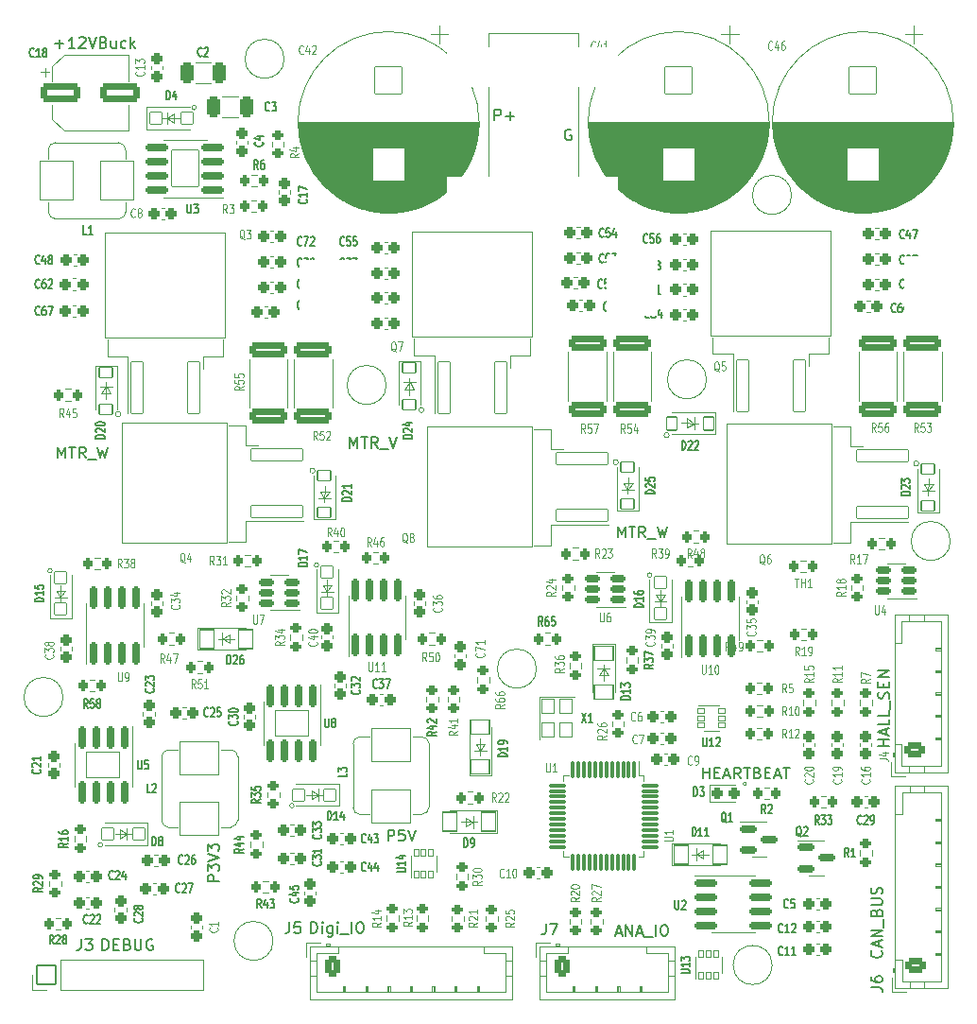
<source format=gbr>
%TF.GenerationSoftware,KiCad,Pcbnew,(6.0.5-0)*%
%TF.CreationDate,2022-05-18T00:34:25-07:00*%
%TF.ProjectId,INV_Board,494e565f-426f-4617-9264-2e6b69636164,rev?*%
%TF.SameCoordinates,Original*%
%TF.FileFunction,Legend,Top*%
%TF.FilePolarity,Positive*%
%FSLAX46Y46*%
G04 Gerber Fmt 4.6, Leading zero omitted, Abs format (unit mm)*
G04 Created by KiCad (PCBNEW (6.0.5-0)) date 2022-05-18 00:34:25*
%MOMM*%
%LPD*%
G01*
G04 APERTURE LIST*
G04 Aperture macros list*
%AMRoundRect*
0 Rectangle with rounded corners*
0 $1 Rounding radius*
0 $2 $3 $4 $5 $6 $7 $8 $9 X,Y pos of 4 corners*
0 Add a 4 corners polygon primitive as box body*
4,1,4,$2,$3,$4,$5,$6,$7,$8,$9,$2,$3,0*
0 Add four circle primitives for the rounded corners*
1,1,$1+$1,$2,$3*
1,1,$1+$1,$4,$5*
1,1,$1+$1,$6,$7*
1,1,$1+$1,$8,$9*
0 Add four rect primitives between the rounded corners*
20,1,$1+$1,$2,$3,$4,$5,0*
20,1,$1+$1,$4,$5,$6,$7,0*
20,1,$1+$1,$6,$7,$8,$9,0*
20,1,$1+$1,$8,$9,$2,$3,0*%
G04 Aperture macros list end*
%ADD10C,0.120000*%
%ADD11C,0.150000*%
%ADD12C,0.250000*%
%ADD13C,0.100000*%
%ADD14RoundRect,0.276000X-0.250000X0.225000X-0.250000X-0.225000X0.250000X-0.225000X0.250000X0.225000X0*%
%ADD15RoundRect,0.301000X0.625000X-0.350000X0.625000X0.350000X-0.625000X0.350000X-0.625000X-0.350000X0*%
%ADD16O,1.852000X1.302000*%
%ADD17RoundRect,0.251000X0.200000X0.275000X-0.200000X0.275000X-0.200000X-0.275000X0.200000X-0.275000X0*%
%ADD18RoundRect,0.051000X1.750000X-1.475000X1.750000X1.475000X-1.750000X1.475000X-1.750000X-1.475000X0*%
%ADD19RoundRect,0.251000X-0.275000X0.200000X-0.275000X-0.200000X0.275000X-0.200000X0.275000X0.200000X0*%
%ADD20RoundRect,0.201000X-0.150000X0.825000X-0.150000X-0.825000X0.150000X-0.825000X0.150000X0.825000X0*%
%ADD21RoundRect,0.051000X-1.500000X1.145000X-1.500000X-1.145000X1.500000X-1.145000X1.500000X1.145000X0*%
%ADD22RoundRect,0.251000X-0.200000X-0.275000X0.200000X-0.275000X0.200000X0.275000X-0.200000X0.275000X0*%
%ADD23RoundRect,0.276000X-0.225000X-0.250000X0.225000X-0.250000X0.225000X0.250000X-0.225000X0.250000X0*%
%ADD24RoundRect,0.301000X-1.500000X-0.550000X1.500000X-0.550000X1.500000X0.550000X-1.500000X0.550000X0*%
%ADD25RoundRect,0.051000X0.550000X0.550000X-0.550000X0.550000X-0.550000X-0.550000X0.550000X-0.550000X0*%
%ADD26RoundRect,0.251000X0.275000X-0.200000X0.275000X0.200000X-0.275000X0.200000X-0.275000X-0.200000X0*%
%ADD27RoundRect,0.276000X0.225000X0.250000X-0.225000X0.250000X-0.225000X-0.250000X0.225000X-0.250000X0*%
%ADD28RoundRect,0.276000X0.250000X-0.225000X0.250000X0.225000X-0.250000X0.225000X-0.250000X-0.225000X0*%
%ADD29RoundRect,0.051000X0.200000X-0.325000X0.200000X0.325000X-0.200000X0.325000X-0.200000X-0.325000X0*%
%ADD30RoundRect,0.269750X-0.218750X-0.256250X0.218750X-0.256250X0.218750X0.256250X-0.218750X0.256250X0*%
%ADD31RoundRect,0.201000X0.825000X0.150000X-0.825000X0.150000X-0.825000X-0.150000X0.825000X-0.150000X0*%
%ADD32RoundRect,0.051000X1.205000X1.650000X-1.205000X1.650000X-1.205000X-1.650000X1.205000X-1.650000X0*%
%ADD33RoundRect,0.201000X-0.587500X-0.150000X0.587500X-0.150000X0.587500X0.150000X-0.587500X0.150000X0*%
%ADD34RoundRect,0.301000X-0.325000X-0.650000X0.325000X-0.650000X0.325000X0.650000X-0.325000X0.650000X0*%
%ADD35RoundRect,0.201000X-0.825000X-0.150000X0.825000X-0.150000X0.825000X0.150000X-0.825000X0.150000X0*%
%ADD36RoundRect,0.051000X-0.550000X-0.550000X0.550000X-0.550000X0.550000X0.550000X-0.550000X0.550000X0*%
%ADD37RoundRect,0.051000X-0.325000X-0.200000X0.325000X-0.200000X0.325000X0.200000X-0.325000X0.200000X0*%
%ADD38RoundRect,0.301000X-0.350000X-0.625000X0.350000X-0.625000X0.350000X0.625000X-0.350000X0.625000X0*%
%ADD39O,1.302000X1.852000*%
%ADD40RoundRect,0.201000X0.512500X0.150000X-0.512500X0.150000X-0.512500X-0.150000X0.512500X-0.150000X0*%
%ADD41RoundRect,0.051000X-1.200000X1.200000X-1.200000X-1.200000X1.200000X-1.200000X1.200000X1.200000X0*%
%ADD42C,2.502000*%
%ADD43RoundRect,0.051000X0.650000X0.850000X-0.650000X0.850000X-0.650000X-0.850000X0.650000X-0.850000X0*%
%ADD44C,6.102000*%
%ADD45RoundRect,0.051000X0.850000X-0.850000X0.850000X0.850000X-0.850000X0.850000X-0.850000X-0.850000X0*%
%ADD46O,1.802000X1.802000*%
%ADD47RoundRect,0.051000X0.550000X-0.550000X0.550000X0.550000X-0.550000X0.550000X-0.550000X-0.550000X0*%
%ADD48RoundRect,0.051000X0.600000X-0.450000X0.600000X0.450000X-0.600000X0.450000X-0.600000X-0.450000X0*%
%ADD49RoundRect,0.051000X-0.600000X0.450000X-0.600000X-0.450000X0.600000X-0.450000X0.600000X0.450000X0*%
%ADD50RoundRect,0.051000X0.450000X0.600000X-0.450000X0.600000X-0.450000X-0.600000X0.450000X-0.600000X0*%
%ADD51RoundRect,0.051000X-0.550000X0.650000X-0.550000X-0.650000X0.550000X-0.650000X0.550000X0.650000X0*%
%ADD52RoundRect,0.051000X-0.650000X-0.850000X0.650000X-0.850000X0.650000X0.850000X-0.650000X0.850000X0*%
%ADD53RoundRect,0.051000X0.850000X-0.650000X0.850000X0.650000X-0.850000X0.650000X-0.850000X-0.650000X0*%
%ADD54RoundRect,0.051000X-0.850000X0.650000X-0.850000X-0.650000X0.850000X-0.650000X0.850000X0.650000X0*%
%ADD55RoundRect,0.301000X1.425000X-0.362500X1.425000X0.362500X-1.425000X0.362500X-1.425000X-0.362500X0*%
%ADD56RoundRect,0.051000X1.475000X1.750000X-1.475000X1.750000X-1.475000X-1.750000X1.475000X-1.750000X0*%
%ADD57RoundRect,0.201000X0.150000X-0.825000X0.150000X0.825000X-0.150000X0.825000X-0.150000X-0.825000X0*%
%ADD58RoundRect,0.051000X2.300000X0.550000X-2.300000X0.550000X-2.300000X-0.550000X2.300000X-0.550000X0*%
%ADD59RoundRect,0.051000X4.700000X5.400000X-4.700000X5.400000X-4.700000X-5.400000X4.700000X-5.400000X0*%
%ADD60RoundRect,0.051000X0.550000X-2.300000X0.550000X2.300000X-0.550000X2.300000X-0.550000X-2.300000X0*%
%ADD61RoundRect,0.051000X5.400000X-4.700000X5.400000X4.700000X-5.400000X4.700000X-5.400000X-4.700000X0*%
%ADD62RoundRect,0.126000X-0.075000X0.662500X-0.075000X-0.662500X0.075000X-0.662500X0.075000X0.662500X0*%
%ADD63RoundRect,0.126000X-0.662500X0.075000X-0.662500X-0.075000X0.662500X-0.075000X0.662500X0.075000X0*%
G04 APERTURE END LIST*
D10*
X185110000Y-63754000D02*
G75*
G03*
X185110000Y-63754000I-1750000J0D01*
G01*
X139644000Y-51562000D02*
G75*
G03*
X139644000Y-51562000I-1750000J0D01*
G01*
X119832000Y-108712000D02*
G75*
G03*
X119832000Y-108712000I-1750000J0D01*
G01*
X162250000Y-106172000D02*
G75*
G03*
X162250000Y-106172000I-1750000J0D01*
G01*
X183376000Y-132715000D02*
G75*
G03*
X183376000Y-132715000I-1750000J0D01*
G01*
X199334000Y-94742000D02*
G75*
G03*
X199334000Y-94742000I-1750000J0D01*
G01*
X177490000Y-80264000D02*
G75*
G03*
X177490000Y-80264000I-1750000J0D01*
G01*
X148788000Y-80772000D02*
G75*
G03*
X148788000Y-80772000I-1750000J0D01*
G01*
X138656000Y-130556000D02*
G75*
G03*
X138656000Y-130556000I-1750000J0D01*
G01*
D11*
X123364904Y-131389380D02*
X123364904Y-130389380D01*
X123603000Y-130389380D01*
X123745857Y-130437000D01*
X123841095Y-130532238D01*
X123888714Y-130627476D01*
X123936333Y-130817952D01*
X123936333Y-130960809D01*
X123888714Y-131151285D01*
X123841095Y-131246523D01*
X123745857Y-131341761D01*
X123603000Y-131389380D01*
X123364904Y-131389380D01*
X124364904Y-130865571D02*
X124698238Y-130865571D01*
X124841095Y-131389380D02*
X124364904Y-131389380D01*
X124364904Y-130389380D01*
X124841095Y-130389380D01*
X125603000Y-130865571D02*
X125745857Y-130913190D01*
X125793476Y-130960809D01*
X125841095Y-131056047D01*
X125841095Y-131198904D01*
X125793476Y-131294142D01*
X125745857Y-131341761D01*
X125650619Y-131389380D01*
X125269666Y-131389380D01*
X125269666Y-130389380D01*
X125603000Y-130389380D01*
X125698238Y-130437000D01*
X125745857Y-130484619D01*
X125793476Y-130579857D01*
X125793476Y-130675095D01*
X125745857Y-130770333D01*
X125698238Y-130817952D01*
X125603000Y-130865571D01*
X125269666Y-130865571D01*
X126269666Y-130389380D02*
X126269666Y-131198904D01*
X126317285Y-131294142D01*
X126364904Y-131341761D01*
X126460142Y-131389380D01*
X126650619Y-131389380D01*
X126745857Y-131341761D01*
X126793476Y-131294142D01*
X126841095Y-131198904D01*
X126841095Y-130389380D01*
X127841095Y-130437000D02*
X127745857Y-130389380D01*
X127603000Y-130389380D01*
X127460142Y-130437000D01*
X127364904Y-130532238D01*
X127317285Y-130627476D01*
X127269666Y-130817952D01*
X127269666Y-130960809D01*
X127317285Y-131151285D01*
X127364904Y-131246523D01*
X127460142Y-131341761D01*
X127603000Y-131389380D01*
X127698238Y-131389380D01*
X127841095Y-131341761D01*
X127888714Y-131294142D01*
X127888714Y-130960809D01*
X127698238Y-130960809D01*
X142065666Y-129865380D02*
X142065666Y-128865380D01*
X142303761Y-128865380D01*
X142446619Y-128913000D01*
X142541857Y-129008238D01*
X142589476Y-129103476D01*
X142637095Y-129293952D01*
X142637095Y-129436809D01*
X142589476Y-129627285D01*
X142541857Y-129722523D01*
X142446619Y-129817761D01*
X142303761Y-129865380D01*
X142065666Y-129865380D01*
X143065666Y-129865380D02*
X143065666Y-129198714D01*
X143065666Y-128865380D02*
X143018047Y-128913000D01*
X143065666Y-128960619D01*
X143113285Y-128913000D01*
X143065666Y-128865380D01*
X143065666Y-128960619D01*
X143970428Y-129198714D02*
X143970428Y-130008238D01*
X143922809Y-130103476D01*
X143875190Y-130151095D01*
X143779952Y-130198714D01*
X143637095Y-130198714D01*
X143541857Y-130151095D01*
X143970428Y-129817761D02*
X143875190Y-129865380D01*
X143684714Y-129865380D01*
X143589476Y-129817761D01*
X143541857Y-129770142D01*
X143494238Y-129674904D01*
X143494238Y-129389190D01*
X143541857Y-129293952D01*
X143589476Y-129246333D01*
X143684714Y-129198714D01*
X143875190Y-129198714D01*
X143970428Y-129246333D01*
X144446619Y-129865380D02*
X144446619Y-129198714D01*
X144446619Y-128865380D02*
X144399000Y-128913000D01*
X144446619Y-128960619D01*
X144494238Y-128913000D01*
X144446619Y-128865380D01*
X144446619Y-128960619D01*
X144684714Y-129960619D02*
X145446619Y-129960619D01*
X145684714Y-129865380D02*
X145684714Y-128865380D01*
X146351380Y-128865380D02*
X146541857Y-128865380D01*
X146637095Y-128913000D01*
X146732333Y-129008238D01*
X146779952Y-129198714D01*
X146779952Y-129532047D01*
X146732333Y-129722523D01*
X146637095Y-129817761D01*
X146541857Y-129865380D01*
X146351380Y-129865380D01*
X146256142Y-129817761D01*
X146160904Y-129722523D01*
X146113285Y-129532047D01*
X146113285Y-129198714D01*
X146160904Y-129008238D01*
X146256142Y-128913000D01*
X146351380Y-128865380D01*
X193143142Y-131428809D02*
X193190761Y-131476428D01*
X193238380Y-131619285D01*
X193238380Y-131714523D01*
X193190761Y-131857380D01*
X193095523Y-131952619D01*
X193000285Y-132000238D01*
X192809809Y-132047857D01*
X192666952Y-132047857D01*
X192476476Y-132000238D01*
X192381238Y-131952619D01*
X192286000Y-131857380D01*
X192238380Y-131714523D01*
X192238380Y-131619285D01*
X192286000Y-131476428D01*
X192333619Y-131428809D01*
X192952666Y-131047857D02*
X192952666Y-130571666D01*
X193238380Y-131143095D02*
X192238380Y-130809761D01*
X193238380Y-130476428D01*
X193238380Y-130143095D02*
X192238380Y-130143095D01*
X193238380Y-129571666D01*
X192238380Y-129571666D01*
X193333619Y-129333571D02*
X193333619Y-128571666D01*
X192714571Y-128000238D02*
X192762190Y-127857380D01*
X192809809Y-127809761D01*
X192905047Y-127762142D01*
X193047904Y-127762142D01*
X193143142Y-127809761D01*
X193190761Y-127857380D01*
X193238380Y-127952619D01*
X193238380Y-128333571D01*
X192238380Y-128333571D01*
X192238380Y-128000238D01*
X192286000Y-127905000D01*
X192333619Y-127857380D01*
X192428857Y-127809761D01*
X192524095Y-127809761D01*
X192619333Y-127857380D01*
X192666952Y-127905000D01*
X192714571Y-128000238D01*
X192714571Y-128333571D01*
X192238380Y-127333571D02*
X193047904Y-127333571D01*
X193143142Y-127285952D01*
X193190761Y-127238333D01*
X193238380Y-127143095D01*
X193238380Y-126952619D01*
X193190761Y-126857380D01*
X193143142Y-126809761D01*
X193047904Y-126762142D01*
X192238380Y-126762142D01*
X193190761Y-126333571D02*
X193238380Y-126190714D01*
X193238380Y-125952619D01*
X193190761Y-125857380D01*
X193143142Y-125809761D01*
X193047904Y-125762142D01*
X192952666Y-125762142D01*
X192857428Y-125809761D01*
X192809809Y-125857380D01*
X192762190Y-125952619D01*
X192714571Y-126143095D01*
X192666952Y-126238333D01*
X192619333Y-126285952D01*
X192524095Y-126333571D01*
X192428857Y-126333571D01*
X192333619Y-126285952D01*
X192286000Y-126238333D01*
X192238380Y-126143095D01*
X192238380Y-125905000D01*
X192286000Y-125762142D01*
D12*
X160500000Y-52684761D02*
X161000000Y-54684761D01*
X161500000Y-52684761D01*
X162000000Y-54684761D02*
X162000000Y-52684761D01*
X162357142Y-52684761D01*
X162571428Y-52780000D01*
X162714285Y-52970476D01*
X162785714Y-53160952D01*
X162857142Y-53541904D01*
X162857142Y-53827619D01*
X162785714Y-54208571D01*
X162714285Y-54399047D01*
X162571428Y-54589523D01*
X162357142Y-54684761D01*
X162000000Y-54684761D01*
X164357142Y-54494285D02*
X164285714Y-54589523D01*
X164071428Y-54684761D01*
X163928571Y-54684761D01*
X163714285Y-54589523D01*
X163571428Y-54399047D01*
X163500000Y-54208571D01*
X163428571Y-53827619D01*
X163428571Y-53541904D01*
X163500000Y-53160952D01*
X163571428Y-52970476D01*
X163714285Y-52780000D01*
X163928571Y-52684761D01*
X164071428Y-52684761D01*
X164285714Y-52780000D01*
X164357142Y-52875238D01*
X161357142Y-59220000D02*
X161214285Y-59124761D01*
X161000000Y-59124761D01*
X160785714Y-59220000D01*
X160642857Y-59410476D01*
X160571428Y-59600952D01*
X160500000Y-59981904D01*
X160500000Y-60267619D01*
X160571428Y-60648571D01*
X160642857Y-60839047D01*
X160785714Y-61029523D01*
X161000000Y-61124761D01*
X161142857Y-61124761D01*
X161357142Y-61029523D01*
X161428571Y-60934285D01*
X161428571Y-60267619D01*
X161142857Y-60267619D01*
X162071428Y-61124761D02*
X162071428Y-59124761D01*
X162928571Y-61124761D01*
X162928571Y-59124761D01*
X163642857Y-61124761D02*
X163642857Y-59124761D01*
X164000000Y-59124761D01*
X164214285Y-59220000D01*
X164357142Y-59410476D01*
X164428571Y-59600952D01*
X164500000Y-59981904D01*
X164500000Y-60267619D01*
X164428571Y-60648571D01*
X164357142Y-60839047D01*
X164214285Y-61029523D01*
X164000000Y-61124761D01*
X163642857Y-61124761D01*
D11*
X165361904Y-57920000D02*
X165266666Y-57872380D01*
X165123809Y-57872380D01*
X164980952Y-57920000D01*
X164885714Y-58015238D01*
X164838095Y-58110476D01*
X164790476Y-58300952D01*
X164790476Y-58443809D01*
X164838095Y-58634285D01*
X164885714Y-58729523D01*
X164980952Y-58824761D01*
X165123809Y-58872380D01*
X165219047Y-58872380D01*
X165361904Y-58824761D01*
X165409523Y-58777142D01*
X165409523Y-58443809D01*
X165219047Y-58443809D01*
X177165476Y-116022380D02*
X177165476Y-115022380D01*
X177165476Y-115498571D02*
X177736904Y-115498571D01*
X177736904Y-116022380D02*
X177736904Y-115022380D01*
X178213095Y-115498571D02*
X178546428Y-115498571D01*
X178689285Y-116022380D02*
X178213095Y-116022380D01*
X178213095Y-115022380D01*
X178689285Y-115022380D01*
X179070238Y-115736666D02*
X179546428Y-115736666D01*
X178975000Y-116022380D02*
X179308333Y-115022380D01*
X179641666Y-116022380D01*
X180546428Y-116022380D02*
X180213095Y-115546190D01*
X179975000Y-116022380D02*
X179975000Y-115022380D01*
X180355952Y-115022380D01*
X180451190Y-115070000D01*
X180498809Y-115117619D01*
X180546428Y-115212857D01*
X180546428Y-115355714D01*
X180498809Y-115450952D01*
X180451190Y-115498571D01*
X180355952Y-115546190D01*
X179975000Y-115546190D01*
X180832142Y-115022380D02*
X181403571Y-115022380D01*
X181117857Y-116022380D02*
X181117857Y-115022380D01*
X182070238Y-115498571D02*
X182213095Y-115546190D01*
X182260714Y-115593809D01*
X182308333Y-115689047D01*
X182308333Y-115831904D01*
X182260714Y-115927142D01*
X182213095Y-115974761D01*
X182117857Y-116022380D01*
X181736904Y-116022380D01*
X181736904Y-115022380D01*
X182070238Y-115022380D01*
X182165476Y-115070000D01*
X182213095Y-115117619D01*
X182260714Y-115212857D01*
X182260714Y-115308095D01*
X182213095Y-115403333D01*
X182165476Y-115450952D01*
X182070238Y-115498571D01*
X181736904Y-115498571D01*
X182736904Y-115498571D02*
X183070238Y-115498571D01*
X183213095Y-116022380D02*
X182736904Y-116022380D01*
X182736904Y-115022380D01*
X183213095Y-115022380D01*
X183594047Y-115736666D02*
X184070238Y-115736666D01*
X183498809Y-116022380D02*
X183832142Y-115022380D01*
X184165476Y-116022380D01*
X184355952Y-115022380D02*
X184927380Y-115022380D01*
X184641666Y-116022380D02*
X184641666Y-115022380D01*
X119134380Y-50236428D02*
X119896285Y-50236428D01*
X119515333Y-50617380D02*
X119515333Y-49855476D01*
X120896285Y-50617380D02*
X120324857Y-50617380D01*
X120610571Y-50617380D02*
X120610571Y-49617380D01*
X120515333Y-49760238D01*
X120420095Y-49855476D01*
X120324857Y-49903095D01*
X121277238Y-49712619D02*
X121324857Y-49665000D01*
X121420095Y-49617380D01*
X121658190Y-49617380D01*
X121753428Y-49665000D01*
X121801047Y-49712619D01*
X121848666Y-49807857D01*
X121848666Y-49903095D01*
X121801047Y-50045952D01*
X121229619Y-50617380D01*
X121848666Y-50617380D01*
X122134380Y-49617380D02*
X122467714Y-50617380D01*
X122801047Y-49617380D01*
X123467714Y-50093571D02*
X123610571Y-50141190D01*
X123658190Y-50188809D01*
X123705809Y-50284047D01*
X123705809Y-50426904D01*
X123658190Y-50522142D01*
X123610571Y-50569761D01*
X123515333Y-50617380D01*
X123134380Y-50617380D01*
X123134380Y-49617380D01*
X123467714Y-49617380D01*
X123562952Y-49665000D01*
X123610571Y-49712619D01*
X123658190Y-49807857D01*
X123658190Y-49903095D01*
X123610571Y-49998333D01*
X123562952Y-50045952D01*
X123467714Y-50093571D01*
X123134380Y-50093571D01*
X124562952Y-49950714D02*
X124562952Y-50617380D01*
X124134380Y-49950714D02*
X124134380Y-50474523D01*
X124182000Y-50569761D01*
X124277238Y-50617380D01*
X124420095Y-50617380D01*
X124515333Y-50569761D01*
X124562952Y-50522142D01*
X125467714Y-50569761D02*
X125372476Y-50617380D01*
X125182000Y-50617380D01*
X125086761Y-50569761D01*
X125039142Y-50522142D01*
X124991523Y-50426904D01*
X124991523Y-50141190D01*
X125039142Y-50045952D01*
X125086761Y-49998333D01*
X125182000Y-49950714D01*
X125372476Y-49950714D01*
X125467714Y-49998333D01*
X125896285Y-50617380D02*
X125896285Y-49617380D01*
X125991523Y-50236428D02*
X126277238Y-50617380D01*
X126277238Y-49950714D02*
X125896285Y-50331666D01*
X169370666Y-129833666D02*
X169846857Y-129833666D01*
X169275428Y-130119380D02*
X169608761Y-129119380D01*
X169942095Y-130119380D01*
X170275428Y-130119380D02*
X170275428Y-129119380D01*
X170846857Y-130119380D01*
X170846857Y-129119380D01*
X171275428Y-129833666D02*
X171751619Y-129833666D01*
X171180190Y-130119380D02*
X171513523Y-129119380D01*
X171846857Y-130119380D01*
X171942095Y-130214619D02*
X172704000Y-130214619D01*
X172942095Y-130119380D02*
X172942095Y-129119380D01*
X173608761Y-129119380D02*
X173799238Y-129119380D01*
X173894476Y-129167000D01*
X173989714Y-129262238D01*
X174037333Y-129452714D01*
X174037333Y-129786047D01*
X173989714Y-129976523D01*
X173894476Y-130071761D01*
X173799238Y-130119380D01*
X173608761Y-130119380D01*
X173513523Y-130071761D01*
X173418285Y-129976523D01*
X173370666Y-129786047D01*
X173370666Y-129452714D01*
X173418285Y-129262238D01*
X173513523Y-129167000D01*
X173608761Y-129119380D01*
X158504047Y-57094380D02*
X158504047Y-56094380D01*
X158885000Y-56094380D01*
X158980238Y-56142000D01*
X159027857Y-56189619D01*
X159075476Y-56284857D01*
X159075476Y-56427714D01*
X159027857Y-56522952D01*
X158980238Y-56570571D01*
X158885000Y-56618190D01*
X158504047Y-56618190D01*
X159504047Y-56713428D02*
X160265952Y-56713428D01*
X159885000Y-57094380D02*
X159885000Y-56332476D01*
X119372333Y-87320380D02*
X119372333Y-86320380D01*
X119705666Y-87034666D01*
X120039000Y-86320380D01*
X120039000Y-87320380D01*
X120372333Y-86320380D02*
X120943761Y-86320380D01*
X120658047Y-87320380D02*
X120658047Y-86320380D01*
X121848523Y-87320380D02*
X121515190Y-86844190D01*
X121277095Y-87320380D02*
X121277095Y-86320380D01*
X121658047Y-86320380D01*
X121753285Y-86368000D01*
X121800904Y-86415619D01*
X121848523Y-86510857D01*
X121848523Y-86653714D01*
X121800904Y-86748952D01*
X121753285Y-86796571D01*
X121658047Y-86844190D01*
X121277095Y-86844190D01*
X122039000Y-87415619D02*
X122800904Y-87415619D01*
X122943761Y-86320380D02*
X123181857Y-87320380D01*
X123372333Y-86606095D01*
X123562809Y-87320380D01*
X123800904Y-86320380D01*
X193873380Y-113085142D02*
X192873380Y-113085142D01*
X193349571Y-113085142D02*
X193349571Y-112513714D01*
X193873380Y-112513714D02*
X192873380Y-112513714D01*
X193587666Y-112085142D02*
X193587666Y-111608952D01*
X193873380Y-112180380D02*
X192873380Y-111847047D01*
X193873380Y-111513714D01*
X193873380Y-110704190D02*
X193873380Y-111180380D01*
X192873380Y-111180380D01*
X193873380Y-109894666D02*
X193873380Y-110370857D01*
X192873380Y-110370857D01*
X193968619Y-109799428D02*
X193968619Y-109037523D01*
X193825761Y-108847047D02*
X193873380Y-108704190D01*
X193873380Y-108466095D01*
X193825761Y-108370857D01*
X193778142Y-108323238D01*
X193682904Y-108275619D01*
X193587666Y-108275619D01*
X193492428Y-108323238D01*
X193444809Y-108370857D01*
X193397190Y-108466095D01*
X193349571Y-108656571D01*
X193301952Y-108751809D01*
X193254333Y-108799428D01*
X193159095Y-108847047D01*
X193063857Y-108847047D01*
X192968619Y-108799428D01*
X192921000Y-108751809D01*
X192873380Y-108656571D01*
X192873380Y-108418476D01*
X192921000Y-108275619D01*
X193349571Y-107847047D02*
X193349571Y-107513714D01*
X193873380Y-107370857D02*
X193873380Y-107847047D01*
X192873380Y-107847047D01*
X192873380Y-107370857D01*
X193873380Y-106942285D02*
X192873380Y-106942285D01*
X193873380Y-106370857D01*
X192873380Y-106370857D01*
X133802380Y-125213857D02*
X132802380Y-125213857D01*
X132802380Y-124832904D01*
X132850000Y-124737666D01*
X132897619Y-124690047D01*
X132992857Y-124642428D01*
X133135714Y-124642428D01*
X133230952Y-124690047D01*
X133278571Y-124737666D01*
X133326190Y-124832904D01*
X133326190Y-125213857D01*
X132802380Y-124309095D02*
X132802380Y-123690047D01*
X133183333Y-124023380D01*
X133183333Y-123880523D01*
X133230952Y-123785285D01*
X133278571Y-123737666D01*
X133373809Y-123690047D01*
X133611904Y-123690047D01*
X133707142Y-123737666D01*
X133754761Y-123785285D01*
X133802380Y-123880523D01*
X133802380Y-124166238D01*
X133754761Y-124261476D01*
X133707142Y-124309095D01*
X132802380Y-123404333D02*
X133802380Y-123071000D01*
X132802380Y-122737666D01*
X132802380Y-122499571D02*
X132802380Y-121880523D01*
X133183333Y-122213857D01*
X133183333Y-122071000D01*
X133230952Y-121975761D01*
X133278571Y-121928142D01*
X133373809Y-121880523D01*
X133611904Y-121880523D01*
X133707142Y-121928142D01*
X133754761Y-121975761D01*
X133802380Y-122071000D01*
X133802380Y-122356714D01*
X133754761Y-122451952D01*
X133707142Y-122499571D01*
X145550190Y-86431380D02*
X145550190Y-85431380D01*
X145883523Y-86145666D01*
X146216857Y-85431380D01*
X146216857Y-86431380D01*
X146550190Y-85431380D02*
X147121619Y-85431380D01*
X146835904Y-86431380D02*
X146835904Y-85431380D01*
X148026380Y-86431380D02*
X147693047Y-85955190D01*
X147454952Y-86431380D02*
X147454952Y-85431380D01*
X147835904Y-85431380D01*
X147931142Y-85479000D01*
X147978761Y-85526619D01*
X148026380Y-85621857D01*
X148026380Y-85764714D01*
X147978761Y-85859952D01*
X147931142Y-85907571D01*
X147835904Y-85955190D01*
X147454952Y-85955190D01*
X148216857Y-86526619D02*
X148978761Y-86526619D01*
X149074000Y-85431380D02*
X149407333Y-86431380D01*
X149740666Y-85431380D01*
X148947333Y-121610380D02*
X148947333Y-120610380D01*
X149328285Y-120610380D01*
X149423523Y-120658000D01*
X149471142Y-120705619D01*
X149518761Y-120800857D01*
X149518761Y-120943714D01*
X149471142Y-121038952D01*
X149423523Y-121086571D01*
X149328285Y-121134190D01*
X148947333Y-121134190D01*
X150423523Y-120610380D02*
X149947333Y-120610380D01*
X149899714Y-121086571D01*
X149947333Y-121038952D01*
X150042571Y-120991333D01*
X150280666Y-120991333D01*
X150375904Y-121038952D01*
X150423523Y-121086571D01*
X150471142Y-121181809D01*
X150471142Y-121419904D01*
X150423523Y-121515142D01*
X150375904Y-121562761D01*
X150280666Y-121610380D01*
X150042571Y-121610380D01*
X149947333Y-121562761D01*
X149899714Y-121515142D01*
X150756857Y-120610380D02*
X151090190Y-121610380D01*
X151423523Y-120610380D01*
X169537333Y-94432380D02*
X169537333Y-93432380D01*
X169870666Y-94146666D01*
X170204000Y-93432380D01*
X170204000Y-94432380D01*
X170537333Y-93432380D02*
X171108761Y-93432380D01*
X170823047Y-94432380D02*
X170823047Y-93432380D01*
X172013523Y-94432380D02*
X171680190Y-93956190D01*
X171442095Y-94432380D02*
X171442095Y-93432380D01*
X171823047Y-93432380D01*
X171918285Y-93480000D01*
X171965904Y-93527619D01*
X172013523Y-93622857D01*
X172013523Y-93765714D01*
X171965904Y-93860952D01*
X171918285Y-93908571D01*
X171823047Y-93956190D01*
X171442095Y-93956190D01*
X172204000Y-94527619D02*
X172965904Y-94527619D01*
X173108761Y-93432380D02*
X173346857Y-94432380D01*
X173537333Y-93718095D01*
X173727809Y-94432380D01*
X173965904Y-93432380D01*
%TO.C,C32*%
X146368714Y-108068714D02*
X146406809Y-108097285D01*
X146444904Y-108183000D01*
X146444904Y-108240142D01*
X146406809Y-108325857D01*
X146330619Y-108383000D01*
X146254428Y-108411571D01*
X146102047Y-108440142D01*
X145987761Y-108440142D01*
X145835380Y-108411571D01*
X145759190Y-108383000D01*
X145683000Y-108325857D01*
X145644904Y-108240142D01*
X145644904Y-108183000D01*
X145683000Y-108097285D01*
X145721095Y-108068714D01*
X145644904Y-107868714D02*
X145644904Y-107497285D01*
X145949666Y-107697285D01*
X145949666Y-107611571D01*
X145987761Y-107554428D01*
X146025857Y-107525857D01*
X146102047Y-107497285D01*
X146292523Y-107497285D01*
X146368714Y-107525857D01*
X146406809Y-107554428D01*
X146444904Y-107611571D01*
X146444904Y-107783000D01*
X146406809Y-107840142D01*
X146368714Y-107868714D01*
X145721095Y-107268714D02*
X145683000Y-107240142D01*
X145644904Y-107183000D01*
X145644904Y-107040142D01*
X145683000Y-106983000D01*
X145721095Y-106954428D01*
X145797285Y-106925857D01*
X145873476Y-106925857D01*
X145987761Y-106954428D01*
X146444904Y-107297285D01*
X146444904Y-106925857D01*
%TO.C,J6*%
X192238380Y-134699333D02*
X192952666Y-134699333D01*
X193095523Y-134746952D01*
X193190761Y-134842190D01*
X193238380Y-134985047D01*
X193238380Y-135080285D01*
X192238380Y-133794571D02*
X192238380Y-133985047D01*
X192286000Y-134080285D01*
X192333619Y-134127904D01*
X192476476Y-134223142D01*
X192666952Y-134270761D01*
X193047904Y-134270761D01*
X193143142Y-134223142D01*
X193190761Y-134175523D01*
X193238380Y-134080285D01*
X193238380Y-133889809D01*
X193190761Y-133794571D01*
X193143142Y-133746952D01*
X193047904Y-133699333D01*
X192809809Y-133699333D01*
X192714571Y-133746952D01*
X192666952Y-133794571D01*
X192619333Y-133889809D01*
X192619333Y-134080285D01*
X192666952Y-134175523D01*
X192714571Y-134223142D01*
X192809809Y-134270761D01*
%TO.C,R28*%
X118994285Y-130823904D02*
X118794285Y-130442952D01*
X118651428Y-130823904D02*
X118651428Y-130023904D01*
X118880000Y-130023904D01*
X118937142Y-130062000D01*
X118965714Y-130100095D01*
X118994285Y-130176285D01*
X118994285Y-130290571D01*
X118965714Y-130366761D01*
X118937142Y-130404857D01*
X118880000Y-130442952D01*
X118651428Y-130442952D01*
X119222857Y-130100095D02*
X119251428Y-130062000D01*
X119308571Y-130023904D01*
X119451428Y-130023904D01*
X119508571Y-130062000D01*
X119537142Y-130100095D01*
X119565714Y-130176285D01*
X119565714Y-130252476D01*
X119537142Y-130366761D01*
X119194285Y-130823904D01*
X119565714Y-130823904D01*
X119908571Y-130366761D02*
X119851428Y-130328666D01*
X119822857Y-130290571D01*
X119794285Y-130214380D01*
X119794285Y-130176285D01*
X119822857Y-130100095D01*
X119851428Y-130062000D01*
X119908571Y-130023904D01*
X120022857Y-130023904D01*
X120080000Y-130062000D01*
X120108571Y-130100095D01*
X120137142Y-130176285D01*
X120137142Y-130214380D01*
X120108571Y-130290571D01*
X120080000Y-130328666D01*
X120022857Y-130366761D01*
X119908571Y-130366761D01*
X119851428Y-130404857D01*
X119822857Y-130442952D01*
X119794285Y-130519142D01*
X119794285Y-130671523D01*
X119822857Y-130747714D01*
X119851428Y-130785809D01*
X119908571Y-130823904D01*
X120022857Y-130823904D01*
X120080000Y-130785809D01*
X120108571Y-130747714D01*
X120137142Y-130671523D01*
X120137142Y-130519142D01*
X120108571Y-130442952D01*
X120080000Y-130404857D01*
X120022857Y-130366761D01*
%TO.C,C23*%
X127920714Y-107954714D02*
X127958809Y-107983285D01*
X127996904Y-108069000D01*
X127996904Y-108126142D01*
X127958809Y-108211857D01*
X127882619Y-108269000D01*
X127806428Y-108297571D01*
X127654047Y-108326142D01*
X127539761Y-108326142D01*
X127387380Y-108297571D01*
X127311190Y-108269000D01*
X127235000Y-108211857D01*
X127196904Y-108126142D01*
X127196904Y-108069000D01*
X127235000Y-107983285D01*
X127273095Y-107954714D01*
X127273095Y-107726142D02*
X127235000Y-107697571D01*
X127196904Y-107640428D01*
X127196904Y-107497571D01*
X127235000Y-107440428D01*
X127273095Y-107411857D01*
X127349285Y-107383285D01*
X127425476Y-107383285D01*
X127539761Y-107411857D01*
X127996904Y-107754714D01*
X127996904Y-107383285D01*
X127196904Y-107183285D02*
X127196904Y-106811857D01*
X127501666Y-107011857D01*
X127501666Y-106926142D01*
X127539761Y-106869000D01*
X127577857Y-106840428D01*
X127654047Y-106811857D01*
X127844523Y-106811857D01*
X127920714Y-106840428D01*
X127958809Y-106869000D01*
X127996904Y-106926142D01*
X127996904Y-107097571D01*
X127958809Y-107154714D01*
X127920714Y-107183285D01*
%TO.C,L2*%
X127662000Y-117270904D02*
X127376285Y-117270904D01*
X127376285Y-116470904D01*
X127833428Y-116547095D02*
X127862000Y-116509000D01*
X127919142Y-116470904D01*
X128062000Y-116470904D01*
X128119142Y-116509000D01*
X128147714Y-116547095D01*
X128176285Y-116623285D01*
X128176285Y-116699476D01*
X128147714Y-116813761D01*
X127804857Y-117270904D01*
X128176285Y-117270904D01*
%TO.C,R44*%
X135997904Y-122305714D02*
X135616952Y-122505714D01*
X135997904Y-122648571D02*
X135197904Y-122648571D01*
X135197904Y-122420000D01*
X135236000Y-122362857D01*
X135274095Y-122334285D01*
X135350285Y-122305714D01*
X135464571Y-122305714D01*
X135540761Y-122334285D01*
X135578857Y-122362857D01*
X135616952Y-122420000D01*
X135616952Y-122648571D01*
X135464571Y-121791428D02*
X135997904Y-121791428D01*
X135159809Y-121934285D02*
X135731238Y-122077142D01*
X135731238Y-121705714D01*
X135464571Y-121220000D02*
X135997904Y-121220000D01*
X135159809Y-121362857D02*
X135731238Y-121505714D01*
X135731238Y-121134285D01*
%TO.C,R16*%
X120264404Y-121797714D02*
X119883452Y-121997714D01*
X120264404Y-122140571D02*
X119464404Y-122140571D01*
X119464404Y-121912000D01*
X119502500Y-121854857D01*
X119540595Y-121826285D01*
X119616785Y-121797714D01*
X119731071Y-121797714D01*
X119807261Y-121826285D01*
X119845357Y-121854857D01*
X119883452Y-121912000D01*
X119883452Y-122140571D01*
X120264404Y-121226285D02*
X120264404Y-121569142D01*
X120264404Y-121397714D02*
X119464404Y-121397714D01*
X119578690Y-121454857D01*
X119654880Y-121512000D01*
X119692976Y-121569142D01*
X119464404Y-120712000D02*
X119464404Y-120826285D01*
X119502500Y-120883428D01*
X119540595Y-120912000D01*
X119654880Y-120969142D01*
X119807261Y-120997714D01*
X120112023Y-120997714D01*
X120188214Y-120969142D01*
X120226309Y-120940571D01*
X120264404Y-120883428D01*
X120264404Y-120769142D01*
X120226309Y-120712000D01*
X120188214Y-120683428D01*
X120112023Y-120654857D01*
X119921547Y-120654857D01*
X119845357Y-120683428D01*
X119807261Y-120712000D01*
X119769166Y-120769142D01*
X119769166Y-120883428D01*
X119807261Y-120940571D01*
X119845357Y-120969142D01*
X119921547Y-120997714D01*
%TO.C,U8*%
X143306857Y-110621904D02*
X143306857Y-111269523D01*
X143335428Y-111345714D01*
X143364000Y-111383809D01*
X143421142Y-111421904D01*
X143535428Y-111421904D01*
X143592571Y-111383809D01*
X143621142Y-111345714D01*
X143649714Y-111269523D01*
X143649714Y-110621904D01*
X144021142Y-110964761D02*
X143964000Y-110926666D01*
X143935428Y-110888571D01*
X143906857Y-110812380D01*
X143906857Y-110774285D01*
X143935428Y-110698095D01*
X143964000Y-110660000D01*
X144021142Y-110621904D01*
X144135428Y-110621904D01*
X144192571Y-110660000D01*
X144221142Y-110698095D01*
X144249714Y-110774285D01*
X144249714Y-110812380D01*
X144221142Y-110888571D01*
X144192571Y-110926666D01*
X144135428Y-110964761D01*
X144021142Y-110964761D01*
X143964000Y-111002857D01*
X143935428Y-111040952D01*
X143906857Y-111117142D01*
X143906857Y-111269523D01*
X143935428Y-111345714D01*
X143964000Y-111383809D01*
X144021142Y-111421904D01*
X144135428Y-111421904D01*
X144192571Y-111383809D01*
X144221142Y-111345714D01*
X144249714Y-111269523D01*
X144249714Y-111117142D01*
X144221142Y-111040952D01*
X144192571Y-111002857D01*
X144135428Y-110964761D01*
%TO.C,R33*%
X187574285Y-120122904D02*
X187374285Y-119741952D01*
X187231428Y-120122904D02*
X187231428Y-119322904D01*
X187460000Y-119322904D01*
X187517142Y-119361000D01*
X187545714Y-119399095D01*
X187574285Y-119475285D01*
X187574285Y-119589571D01*
X187545714Y-119665761D01*
X187517142Y-119703857D01*
X187460000Y-119741952D01*
X187231428Y-119741952D01*
X187774285Y-119322904D02*
X188145714Y-119322904D01*
X187945714Y-119627666D01*
X188031428Y-119627666D01*
X188088571Y-119665761D01*
X188117142Y-119703857D01*
X188145714Y-119780047D01*
X188145714Y-119970523D01*
X188117142Y-120046714D01*
X188088571Y-120084809D01*
X188031428Y-120122904D01*
X187860000Y-120122904D01*
X187802857Y-120084809D01*
X187774285Y-120046714D01*
X188345714Y-119322904D02*
X188717142Y-119322904D01*
X188517142Y-119627666D01*
X188602857Y-119627666D01*
X188660000Y-119665761D01*
X188688571Y-119703857D01*
X188717142Y-119780047D01*
X188717142Y-119970523D01*
X188688571Y-120046714D01*
X188660000Y-120084809D01*
X188602857Y-120122904D01*
X188431428Y-120122904D01*
X188374285Y-120084809D01*
X188345714Y-120046714D01*
%TO.C,C30*%
X135413714Y-110875714D02*
X135451809Y-110904285D01*
X135489904Y-110990000D01*
X135489904Y-111047142D01*
X135451809Y-111132857D01*
X135375619Y-111190000D01*
X135299428Y-111218571D01*
X135147047Y-111247142D01*
X135032761Y-111247142D01*
X134880380Y-111218571D01*
X134804190Y-111190000D01*
X134728000Y-111132857D01*
X134689904Y-111047142D01*
X134689904Y-110990000D01*
X134728000Y-110904285D01*
X134766095Y-110875714D01*
X134689904Y-110675714D02*
X134689904Y-110304285D01*
X134994666Y-110504285D01*
X134994666Y-110418571D01*
X135032761Y-110361428D01*
X135070857Y-110332857D01*
X135147047Y-110304285D01*
X135337523Y-110304285D01*
X135413714Y-110332857D01*
X135451809Y-110361428D01*
X135489904Y-110418571D01*
X135489904Y-110590000D01*
X135451809Y-110647142D01*
X135413714Y-110675714D01*
X134689904Y-109932857D02*
X134689904Y-109875714D01*
X134728000Y-109818571D01*
X134766095Y-109790000D01*
X134842285Y-109761428D01*
X134994666Y-109732857D01*
X135185142Y-109732857D01*
X135337523Y-109761428D01*
X135413714Y-109790000D01*
X135451809Y-109818571D01*
X135489904Y-109875714D01*
X135489904Y-109932857D01*
X135451809Y-109990000D01*
X135413714Y-110018571D01*
X135337523Y-110047142D01*
X135185142Y-110075714D01*
X134994666Y-110075714D01*
X134842285Y-110047142D01*
X134766095Y-110018571D01*
X134728000Y-109990000D01*
X134689904Y-109932857D01*
%TO.C,C33*%
X142906714Y-121035714D02*
X142944809Y-121064285D01*
X142982904Y-121150000D01*
X142982904Y-121207142D01*
X142944809Y-121292857D01*
X142868619Y-121350000D01*
X142792428Y-121378571D01*
X142640047Y-121407142D01*
X142525761Y-121407142D01*
X142373380Y-121378571D01*
X142297190Y-121350000D01*
X142221000Y-121292857D01*
X142182904Y-121207142D01*
X142182904Y-121150000D01*
X142221000Y-121064285D01*
X142259095Y-121035714D01*
X142182904Y-120835714D02*
X142182904Y-120464285D01*
X142487666Y-120664285D01*
X142487666Y-120578571D01*
X142525761Y-120521428D01*
X142563857Y-120492857D01*
X142640047Y-120464285D01*
X142830523Y-120464285D01*
X142906714Y-120492857D01*
X142944809Y-120521428D01*
X142982904Y-120578571D01*
X142982904Y-120750000D01*
X142944809Y-120807142D01*
X142906714Y-120835714D01*
X142182904Y-120264285D02*
X142182904Y-119892857D01*
X142487666Y-120092857D01*
X142487666Y-120007142D01*
X142525761Y-119950000D01*
X142563857Y-119921428D01*
X142640047Y-119892857D01*
X142830523Y-119892857D01*
X142906714Y-119921428D01*
X142944809Y-119950000D01*
X142982904Y-120007142D01*
X142982904Y-120178571D01*
X142944809Y-120235714D01*
X142906714Y-120264285D01*
%TO.C,C44*%
X146947285Y-124237714D02*
X146918714Y-124275809D01*
X146833000Y-124313904D01*
X146775857Y-124313904D01*
X146690142Y-124275809D01*
X146633000Y-124199619D01*
X146604428Y-124123428D01*
X146575857Y-123971047D01*
X146575857Y-123856761D01*
X146604428Y-123704380D01*
X146633000Y-123628190D01*
X146690142Y-123552000D01*
X146775857Y-123513904D01*
X146833000Y-123513904D01*
X146918714Y-123552000D01*
X146947285Y-123590095D01*
X147461571Y-123780571D02*
X147461571Y-124313904D01*
X147318714Y-123475809D02*
X147175857Y-124047238D01*
X147547285Y-124047238D01*
X148033000Y-123780571D02*
X148033000Y-124313904D01*
X147890142Y-123475809D02*
X147747285Y-124047238D01*
X148118714Y-124047238D01*
%TO.C,C18*%
X117216285Y-51339714D02*
X117187714Y-51377809D01*
X117102000Y-51415904D01*
X117044857Y-51415904D01*
X116959142Y-51377809D01*
X116902000Y-51301619D01*
X116873428Y-51225428D01*
X116844857Y-51073047D01*
X116844857Y-50958761D01*
X116873428Y-50806380D01*
X116902000Y-50730190D01*
X116959142Y-50654000D01*
X117044857Y-50615904D01*
X117102000Y-50615904D01*
X117187714Y-50654000D01*
X117216285Y-50692095D01*
X117787714Y-51415904D02*
X117444857Y-51415904D01*
X117616285Y-51415904D02*
X117616285Y-50615904D01*
X117559142Y-50730190D01*
X117502000Y-50806380D01*
X117444857Y-50844476D01*
X118130571Y-50958761D02*
X118073428Y-50920666D01*
X118044857Y-50882571D01*
X118016285Y-50806380D01*
X118016285Y-50768285D01*
X118044857Y-50692095D01*
X118073428Y-50654000D01*
X118130571Y-50615904D01*
X118244857Y-50615904D01*
X118302000Y-50654000D01*
X118330571Y-50692095D01*
X118359142Y-50768285D01*
X118359142Y-50806380D01*
X118330571Y-50882571D01*
X118302000Y-50920666D01*
X118244857Y-50958761D01*
X118130571Y-50958761D01*
X118073428Y-50996857D01*
X118044857Y-51034952D01*
X118016285Y-51111142D01*
X118016285Y-51263523D01*
X118044857Y-51339714D01*
X118073428Y-51377809D01*
X118130571Y-51415904D01*
X118244857Y-51415904D01*
X118302000Y-51377809D01*
X118330571Y-51339714D01*
X118359142Y-51263523D01*
X118359142Y-51111142D01*
X118330571Y-51034952D01*
X118302000Y-50996857D01*
X118244857Y-50958761D01*
%TO.C,D14*%
X143543428Y-119741904D02*
X143543428Y-118941904D01*
X143686285Y-118941904D01*
X143772000Y-118980000D01*
X143829142Y-119056190D01*
X143857714Y-119132380D01*
X143886285Y-119284761D01*
X143886285Y-119399047D01*
X143857714Y-119551428D01*
X143829142Y-119627619D01*
X143772000Y-119703809D01*
X143686285Y-119741904D01*
X143543428Y-119741904D01*
X144457714Y-119741904D02*
X144114857Y-119741904D01*
X144286285Y-119741904D02*
X144286285Y-118941904D01*
X144229142Y-119056190D01*
X144172000Y-119132380D01*
X144114857Y-119170476D01*
X144972000Y-119208571D02*
X144972000Y-119741904D01*
X144829142Y-118903809D02*
X144686285Y-119475238D01*
X145057714Y-119475238D01*
%TO.C,L3*%
X145268904Y-115543000D02*
X145268904Y-115828714D01*
X144468904Y-115828714D01*
X144468904Y-115400142D02*
X144468904Y-115028714D01*
X144773666Y-115228714D01*
X144773666Y-115143000D01*
X144811761Y-115085857D01*
X144849857Y-115057285D01*
X144926047Y-115028714D01*
X145116523Y-115028714D01*
X145192714Y-115057285D01*
X145230809Y-115085857D01*
X145268904Y-115143000D01*
X145268904Y-115314428D01*
X145230809Y-115371571D01*
X145192714Y-115400142D01*
%TO.C,R6*%
X137314000Y-61415904D02*
X137114000Y-61034952D01*
X136971142Y-61415904D02*
X136971142Y-60615904D01*
X137199714Y-60615904D01*
X137256857Y-60654000D01*
X137285428Y-60692095D01*
X137314000Y-60768285D01*
X137314000Y-60882571D01*
X137285428Y-60958761D01*
X137256857Y-60996857D01*
X137199714Y-61034952D01*
X136971142Y-61034952D01*
X137828285Y-60615904D02*
X137714000Y-60615904D01*
X137656857Y-60654000D01*
X137628285Y-60692095D01*
X137571142Y-60806380D01*
X137542571Y-60958761D01*
X137542571Y-61263523D01*
X137571142Y-61339714D01*
X137599714Y-61377809D01*
X137656857Y-61415904D01*
X137771142Y-61415904D01*
X137828285Y-61377809D01*
X137856857Y-61339714D01*
X137885428Y-61263523D01*
X137885428Y-61073047D01*
X137856857Y-60996857D01*
X137828285Y-60958761D01*
X137771142Y-60920666D01*
X137656857Y-60920666D01*
X137599714Y-60958761D01*
X137571142Y-60996857D01*
X137542571Y-61073047D01*
%TO.C,C24*%
X124328285Y-124999714D02*
X124299714Y-125037809D01*
X124214000Y-125075904D01*
X124156857Y-125075904D01*
X124071142Y-125037809D01*
X124014000Y-124961619D01*
X123985428Y-124885428D01*
X123956857Y-124733047D01*
X123956857Y-124618761D01*
X123985428Y-124466380D01*
X124014000Y-124390190D01*
X124071142Y-124314000D01*
X124156857Y-124275904D01*
X124214000Y-124275904D01*
X124299714Y-124314000D01*
X124328285Y-124352095D01*
X124556857Y-124352095D02*
X124585428Y-124314000D01*
X124642571Y-124275904D01*
X124785428Y-124275904D01*
X124842571Y-124314000D01*
X124871142Y-124352095D01*
X124899714Y-124428285D01*
X124899714Y-124504476D01*
X124871142Y-124618761D01*
X124528285Y-125075904D01*
X124899714Y-125075904D01*
X125414000Y-124542571D02*
X125414000Y-125075904D01*
X125271142Y-124237809D02*
X125128285Y-124809238D01*
X125499714Y-124809238D01*
%TO.C,R1*%
X190240000Y-123043904D02*
X190040000Y-122662952D01*
X189897142Y-123043904D02*
X189897142Y-122243904D01*
X190125714Y-122243904D01*
X190182857Y-122282000D01*
X190211428Y-122320095D01*
X190240000Y-122396285D01*
X190240000Y-122510571D01*
X190211428Y-122586761D01*
X190182857Y-122624857D01*
X190125714Y-122662952D01*
X189897142Y-122662952D01*
X190811428Y-123043904D02*
X190468571Y-123043904D01*
X190640000Y-123043904D02*
X190640000Y-122243904D01*
X190582857Y-122358190D01*
X190525714Y-122434380D01*
X190468571Y-122472476D01*
%TO.C,C22*%
X122042285Y-128936714D02*
X122013714Y-128974809D01*
X121928000Y-129012904D01*
X121870857Y-129012904D01*
X121785142Y-128974809D01*
X121728000Y-128898619D01*
X121699428Y-128822428D01*
X121670857Y-128670047D01*
X121670857Y-128555761D01*
X121699428Y-128403380D01*
X121728000Y-128327190D01*
X121785142Y-128251000D01*
X121870857Y-128212904D01*
X121928000Y-128212904D01*
X122013714Y-128251000D01*
X122042285Y-128289095D01*
X122270857Y-128289095D02*
X122299428Y-128251000D01*
X122356571Y-128212904D01*
X122499428Y-128212904D01*
X122556571Y-128251000D01*
X122585142Y-128289095D01*
X122613714Y-128365285D01*
X122613714Y-128441476D01*
X122585142Y-128555761D01*
X122242285Y-129012904D01*
X122613714Y-129012904D01*
X122842285Y-128289095D02*
X122870857Y-128251000D01*
X122928000Y-128212904D01*
X123070857Y-128212904D01*
X123128000Y-128251000D01*
X123156571Y-128289095D01*
X123185142Y-128365285D01*
X123185142Y-128441476D01*
X123156571Y-128555761D01*
X122813714Y-129012904D01*
X123185142Y-129012904D01*
%TO.C,C11*%
X184331285Y-131746714D02*
X184302714Y-131784809D01*
X184217000Y-131822904D01*
X184159857Y-131822904D01*
X184074142Y-131784809D01*
X184017000Y-131708619D01*
X183988428Y-131632428D01*
X183959857Y-131480047D01*
X183959857Y-131365761D01*
X183988428Y-131213380D01*
X184017000Y-131137190D01*
X184074142Y-131061000D01*
X184159857Y-131022904D01*
X184217000Y-131022904D01*
X184302714Y-131061000D01*
X184331285Y-131099095D01*
X184902714Y-131822904D02*
X184559857Y-131822904D01*
X184731285Y-131822904D02*
X184731285Y-131022904D01*
X184674142Y-131137190D01*
X184617000Y-131213380D01*
X184559857Y-131251476D01*
X185474142Y-131822904D02*
X185131285Y-131822904D01*
X185302714Y-131822904D02*
X185302714Y-131022904D01*
X185245571Y-131137190D01*
X185188428Y-131213380D01*
X185131285Y-131251476D01*
%TO.C,C26*%
X130551285Y-123602714D02*
X130522714Y-123640809D01*
X130437000Y-123678904D01*
X130379857Y-123678904D01*
X130294142Y-123640809D01*
X130237000Y-123564619D01*
X130208428Y-123488428D01*
X130179857Y-123336047D01*
X130179857Y-123221761D01*
X130208428Y-123069380D01*
X130237000Y-122993190D01*
X130294142Y-122917000D01*
X130379857Y-122878904D01*
X130437000Y-122878904D01*
X130522714Y-122917000D01*
X130551285Y-122955095D01*
X130779857Y-122955095D02*
X130808428Y-122917000D01*
X130865571Y-122878904D01*
X131008428Y-122878904D01*
X131065571Y-122917000D01*
X131094142Y-122955095D01*
X131122714Y-123031285D01*
X131122714Y-123107476D01*
X131094142Y-123221761D01*
X130751285Y-123678904D01*
X131122714Y-123678904D01*
X131637000Y-122878904D02*
X131522714Y-122878904D01*
X131465571Y-122917000D01*
X131437000Y-122955095D01*
X131379857Y-123069380D01*
X131351285Y-123221761D01*
X131351285Y-123526523D01*
X131379857Y-123602714D01*
X131408428Y-123640809D01*
X131465571Y-123678904D01*
X131579857Y-123678904D01*
X131637000Y-123640809D01*
X131665571Y-123602714D01*
X131694142Y-123526523D01*
X131694142Y-123336047D01*
X131665571Y-123259857D01*
X131637000Y-123221761D01*
X131579857Y-123183666D01*
X131465571Y-123183666D01*
X131408428Y-123221761D01*
X131379857Y-123259857D01*
X131351285Y-123336047D01*
%TO.C,R35*%
X137521904Y-117860714D02*
X137140952Y-118060714D01*
X137521904Y-118203571D02*
X136721904Y-118203571D01*
X136721904Y-117975000D01*
X136760000Y-117917857D01*
X136798095Y-117889285D01*
X136874285Y-117860714D01*
X136988571Y-117860714D01*
X137064761Y-117889285D01*
X137102857Y-117917857D01*
X137140952Y-117975000D01*
X137140952Y-118203571D01*
X136721904Y-117660714D02*
X136721904Y-117289285D01*
X137026666Y-117489285D01*
X137026666Y-117403571D01*
X137064761Y-117346428D01*
X137102857Y-117317857D01*
X137179047Y-117289285D01*
X137369523Y-117289285D01*
X137445714Y-117317857D01*
X137483809Y-117346428D01*
X137521904Y-117403571D01*
X137521904Y-117575000D01*
X137483809Y-117632142D01*
X137445714Y-117660714D01*
X136721904Y-116746428D02*
X136721904Y-117032142D01*
X137102857Y-117060714D01*
X137064761Y-117032142D01*
X137026666Y-116975000D01*
X137026666Y-116832142D01*
X137064761Y-116775000D01*
X137102857Y-116746428D01*
X137179047Y-116717857D01*
X137369523Y-116717857D01*
X137445714Y-116746428D01*
X137483809Y-116775000D01*
X137521904Y-116832142D01*
X137521904Y-116975000D01*
X137483809Y-117032142D01*
X137445714Y-117060714D01*
%TO.C,C17*%
X141636714Y-64139714D02*
X141674809Y-64168285D01*
X141712904Y-64254000D01*
X141712904Y-64311142D01*
X141674809Y-64396857D01*
X141598619Y-64454000D01*
X141522428Y-64482571D01*
X141370047Y-64511142D01*
X141255761Y-64511142D01*
X141103380Y-64482571D01*
X141027190Y-64454000D01*
X140951000Y-64396857D01*
X140912904Y-64311142D01*
X140912904Y-64254000D01*
X140951000Y-64168285D01*
X140989095Y-64139714D01*
X141712904Y-63568285D02*
X141712904Y-63911142D01*
X141712904Y-63739714D02*
X140912904Y-63739714D01*
X141027190Y-63796857D01*
X141103380Y-63854000D01*
X141141476Y-63911142D01*
X140912904Y-63368285D02*
X140912904Y-62968285D01*
X141712904Y-63225428D01*
%TO.C,U14*%
X149707904Y-124379857D02*
X150355523Y-124379857D01*
X150431714Y-124351285D01*
X150469809Y-124322714D01*
X150507904Y-124265571D01*
X150507904Y-124151285D01*
X150469809Y-124094142D01*
X150431714Y-124065571D01*
X150355523Y-124037000D01*
X149707904Y-124037000D01*
X150507904Y-123437000D02*
X150507904Y-123779857D01*
X150507904Y-123608428D02*
X149707904Y-123608428D01*
X149822190Y-123665571D01*
X149898380Y-123722714D01*
X149936476Y-123779857D01*
X149974571Y-122922714D02*
X150507904Y-122922714D01*
X149669809Y-123065571D02*
X150241238Y-123208428D01*
X150241238Y-122837000D01*
%TO.C,D3*%
X176341142Y-117582904D02*
X176341142Y-116782904D01*
X176484000Y-116782904D01*
X176569714Y-116821000D01*
X176626857Y-116897190D01*
X176655428Y-116973380D01*
X176684000Y-117125761D01*
X176684000Y-117240047D01*
X176655428Y-117392428D01*
X176626857Y-117468619D01*
X176569714Y-117544809D01*
X176484000Y-117582904D01*
X176341142Y-117582904D01*
X176884000Y-116782904D02*
X177255428Y-116782904D01*
X177055428Y-117087666D01*
X177141142Y-117087666D01*
X177198285Y-117125761D01*
X177226857Y-117163857D01*
X177255428Y-117240047D01*
X177255428Y-117430523D01*
X177226857Y-117506714D01*
X177198285Y-117544809D01*
X177141142Y-117582904D01*
X176969714Y-117582904D01*
X176912571Y-117544809D01*
X176884000Y-117506714D01*
%TO.C,U3*%
X130987857Y-64585904D02*
X130987857Y-65233523D01*
X131016428Y-65309714D01*
X131045000Y-65347809D01*
X131102142Y-65385904D01*
X131216428Y-65385904D01*
X131273571Y-65347809D01*
X131302142Y-65309714D01*
X131330714Y-65233523D01*
X131330714Y-64585904D01*
X131559285Y-64585904D02*
X131930714Y-64585904D01*
X131730714Y-64890666D01*
X131816428Y-64890666D01*
X131873571Y-64928761D01*
X131902142Y-64966857D01*
X131930714Y-65043047D01*
X131930714Y-65233523D01*
X131902142Y-65309714D01*
X131873571Y-65347809D01*
X131816428Y-65385904D01*
X131645000Y-65385904D01*
X131587857Y-65347809D01*
X131559285Y-65309714D01*
%TO.C,Q1*%
X179266857Y-119945095D02*
X179209714Y-119907000D01*
X179152571Y-119830809D01*
X179066857Y-119716523D01*
X179009714Y-119678428D01*
X178952571Y-119678428D01*
X178981142Y-119868904D02*
X178924000Y-119830809D01*
X178866857Y-119754619D01*
X178838285Y-119602238D01*
X178838285Y-119335571D01*
X178866857Y-119183190D01*
X178924000Y-119107000D01*
X178981142Y-119068904D01*
X179095428Y-119068904D01*
X179152571Y-119107000D01*
X179209714Y-119183190D01*
X179238285Y-119335571D01*
X179238285Y-119602238D01*
X179209714Y-119754619D01*
X179152571Y-119830809D01*
X179095428Y-119868904D01*
X178981142Y-119868904D01*
X179809714Y-119868904D02*
X179466857Y-119868904D01*
X179638285Y-119868904D02*
X179638285Y-119068904D01*
X179581142Y-119183190D01*
X179524000Y-119259380D01*
X179466857Y-119297476D01*
%TO.C,C45*%
X140874714Y-126750714D02*
X140912809Y-126779285D01*
X140950904Y-126865000D01*
X140950904Y-126922142D01*
X140912809Y-127007857D01*
X140836619Y-127065000D01*
X140760428Y-127093571D01*
X140608047Y-127122142D01*
X140493761Y-127122142D01*
X140341380Y-127093571D01*
X140265190Y-127065000D01*
X140189000Y-127007857D01*
X140150904Y-126922142D01*
X140150904Y-126865000D01*
X140189000Y-126779285D01*
X140227095Y-126750714D01*
X140417571Y-126236428D02*
X140950904Y-126236428D01*
X140112809Y-126379285D02*
X140684238Y-126522142D01*
X140684238Y-126150714D01*
X140150904Y-125636428D02*
X140150904Y-125922142D01*
X140531857Y-125950714D01*
X140493761Y-125922142D01*
X140455666Y-125865000D01*
X140455666Y-125722142D01*
X140493761Y-125665000D01*
X140531857Y-125636428D01*
X140608047Y-125607857D01*
X140798523Y-125607857D01*
X140874714Y-125636428D01*
X140912809Y-125665000D01*
X140950904Y-125722142D01*
X140950904Y-125865000D01*
X140912809Y-125922142D01*
X140874714Y-125950714D01*
%TO.C,C31*%
X142906714Y-123448714D02*
X142944809Y-123477285D01*
X142982904Y-123563000D01*
X142982904Y-123620142D01*
X142944809Y-123705857D01*
X142868619Y-123763000D01*
X142792428Y-123791571D01*
X142640047Y-123820142D01*
X142525761Y-123820142D01*
X142373380Y-123791571D01*
X142297190Y-123763000D01*
X142221000Y-123705857D01*
X142182904Y-123620142D01*
X142182904Y-123563000D01*
X142221000Y-123477285D01*
X142259095Y-123448714D01*
X142182904Y-123248714D02*
X142182904Y-122877285D01*
X142487666Y-123077285D01*
X142487666Y-122991571D01*
X142525761Y-122934428D01*
X142563857Y-122905857D01*
X142640047Y-122877285D01*
X142830523Y-122877285D01*
X142906714Y-122905857D01*
X142944809Y-122934428D01*
X142982904Y-122991571D01*
X142982904Y-123163000D01*
X142944809Y-123220142D01*
X142906714Y-123248714D01*
X142982904Y-122305857D02*
X142982904Y-122648714D01*
X142982904Y-122477285D02*
X142182904Y-122477285D01*
X142297190Y-122534428D01*
X142373380Y-122591571D01*
X142411476Y-122648714D01*
%TO.C,C3*%
X138330000Y-56165714D02*
X138301428Y-56203809D01*
X138215714Y-56241904D01*
X138158571Y-56241904D01*
X138072857Y-56203809D01*
X138015714Y-56127619D01*
X137987142Y-56051428D01*
X137958571Y-55899047D01*
X137958571Y-55784761D01*
X137987142Y-55632380D01*
X138015714Y-55556190D01*
X138072857Y-55480000D01*
X138158571Y-55441904D01*
X138215714Y-55441904D01*
X138301428Y-55480000D01*
X138330000Y-55518095D01*
X138530000Y-55441904D02*
X138901428Y-55441904D01*
X138701428Y-55746666D01*
X138787142Y-55746666D01*
X138844285Y-55784761D01*
X138872857Y-55822857D01*
X138901428Y-55899047D01*
X138901428Y-56089523D01*
X138872857Y-56165714D01*
X138844285Y-56203809D01*
X138787142Y-56241904D01*
X138615714Y-56241904D01*
X138558571Y-56203809D01*
X138530000Y-56165714D01*
%TO.C,U2*%
X174675857Y-126942904D02*
X174675857Y-127590523D01*
X174704428Y-127666714D01*
X174733000Y-127704809D01*
X174790142Y-127742904D01*
X174904428Y-127742904D01*
X174961571Y-127704809D01*
X174990142Y-127666714D01*
X175018714Y-127590523D01*
X175018714Y-126942904D01*
X175275857Y-127019095D02*
X175304428Y-126981000D01*
X175361571Y-126942904D01*
X175504428Y-126942904D01*
X175561571Y-126981000D01*
X175590142Y-127019095D01*
X175618714Y-127095285D01*
X175618714Y-127171476D01*
X175590142Y-127285761D01*
X175247285Y-127742904D01*
X175618714Y-127742904D01*
%TO.C,C21*%
X117760714Y-115193714D02*
X117798809Y-115222285D01*
X117836904Y-115308000D01*
X117836904Y-115365142D01*
X117798809Y-115450857D01*
X117722619Y-115508000D01*
X117646428Y-115536571D01*
X117494047Y-115565142D01*
X117379761Y-115565142D01*
X117227380Y-115536571D01*
X117151190Y-115508000D01*
X117075000Y-115450857D01*
X117036904Y-115365142D01*
X117036904Y-115308000D01*
X117075000Y-115222285D01*
X117113095Y-115193714D01*
X117113095Y-114965142D02*
X117075000Y-114936571D01*
X117036904Y-114879428D01*
X117036904Y-114736571D01*
X117075000Y-114679428D01*
X117113095Y-114650857D01*
X117189285Y-114622285D01*
X117265476Y-114622285D01*
X117379761Y-114650857D01*
X117836904Y-114993714D01*
X117836904Y-114622285D01*
X117836904Y-114050857D02*
X117836904Y-114393714D01*
X117836904Y-114222285D02*
X117036904Y-114222285D01*
X117151190Y-114279428D01*
X117227380Y-114336571D01*
X117265476Y-114393714D01*
%TO.C,R2*%
X182780000Y-119139904D02*
X182580000Y-118758952D01*
X182437142Y-119139904D02*
X182437142Y-118339904D01*
X182665714Y-118339904D01*
X182722857Y-118378000D01*
X182751428Y-118416095D01*
X182780000Y-118492285D01*
X182780000Y-118606571D01*
X182751428Y-118682761D01*
X182722857Y-118720857D01*
X182665714Y-118758952D01*
X182437142Y-118758952D01*
X183008571Y-118416095D02*
X183037142Y-118378000D01*
X183094285Y-118339904D01*
X183237142Y-118339904D01*
X183294285Y-118378000D01*
X183322857Y-118416095D01*
X183351428Y-118492285D01*
X183351428Y-118568476D01*
X183322857Y-118682761D01*
X182980000Y-119139904D01*
X183351428Y-119139904D01*
%TO.C,C12*%
X184331285Y-129714714D02*
X184302714Y-129752809D01*
X184217000Y-129790904D01*
X184159857Y-129790904D01*
X184074142Y-129752809D01*
X184017000Y-129676619D01*
X183988428Y-129600428D01*
X183959857Y-129448047D01*
X183959857Y-129333761D01*
X183988428Y-129181380D01*
X184017000Y-129105190D01*
X184074142Y-129029000D01*
X184159857Y-128990904D01*
X184217000Y-128990904D01*
X184302714Y-129029000D01*
X184331285Y-129067095D01*
X184902714Y-129790904D02*
X184559857Y-129790904D01*
X184731285Y-129790904D02*
X184731285Y-128990904D01*
X184674142Y-129105190D01*
X184617000Y-129181380D01*
X184559857Y-129219476D01*
X185131285Y-129067095D02*
X185159857Y-129029000D01*
X185217000Y-128990904D01*
X185359857Y-128990904D01*
X185417000Y-129029000D01*
X185445571Y-129067095D01*
X185474142Y-129143285D01*
X185474142Y-129219476D01*
X185445571Y-129333761D01*
X185102714Y-129790904D01*
X185474142Y-129790904D01*
%TO.C,D4*%
X129097142Y-55225904D02*
X129097142Y-54425904D01*
X129240000Y-54425904D01*
X129325714Y-54464000D01*
X129382857Y-54540190D01*
X129411428Y-54616380D01*
X129440000Y-54768761D01*
X129440000Y-54883047D01*
X129411428Y-55035428D01*
X129382857Y-55111619D01*
X129325714Y-55187809D01*
X129240000Y-55225904D01*
X129097142Y-55225904D01*
X129954285Y-54692571D02*
X129954285Y-55225904D01*
X129811428Y-54387809D02*
X129668571Y-54959238D01*
X130040000Y-54959238D01*
%TO.C,Q2*%
X185997857Y-121215095D02*
X185940714Y-121177000D01*
X185883571Y-121100809D01*
X185797857Y-120986523D01*
X185740714Y-120948428D01*
X185683571Y-120948428D01*
X185712142Y-121138904D02*
X185655000Y-121100809D01*
X185597857Y-121024619D01*
X185569285Y-120872238D01*
X185569285Y-120605571D01*
X185597857Y-120453190D01*
X185655000Y-120377000D01*
X185712142Y-120338904D01*
X185826428Y-120338904D01*
X185883571Y-120377000D01*
X185940714Y-120453190D01*
X185969285Y-120605571D01*
X185969285Y-120872238D01*
X185940714Y-121024619D01*
X185883571Y-121100809D01*
X185826428Y-121138904D01*
X185712142Y-121138904D01*
X186197857Y-120415095D02*
X186226428Y-120377000D01*
X186283571Y-120338904D01*
X186426428Y-120338904D01*
X186483571Y-120377000D01*
X186512142Y-120415095D01*
X186540714Y-120491285D01*
X186540714Y-120567476D01*
X186512142Y-120681761D01*
X186169285Y-121138904D01*
X186540714Y-121138904D01*
%TO.C,R29*%
X117990404Y-125797714D02*
X117609452Y-125997714D01*
X117990404Y-126140571D02*
X117190404Y-126140571D01*
X117190404Y-125912000D01*
X117228500Y-125854857D01*
X117266595Y-125826285D01*
X117342785Y-125797714D01*
X117457071Y-125797714D01*
X117533261Y-125826285D01*
X117571357Y-125854857D01*
X117609452Y-125912000D01*
X117609452Y-126140571D01*
X117266595Y-125569142D02*
X117228500Y-125540571D01*
X117190404Y-125483428D01*
X117190404Y-125340571D01*
X117228500Y-125283428D01*
X117266595Y-125254857D01*
X117342785Y-125226285D01*
X117418976Y-125226285D01*
X117533261Y-125254857D01*
X117990404Y-125597714D01*
X117990404Y-125226285D01*
X117990404Y-124940571D02*
X117990404Y-124826285D01*
X117952309Y-124769142D01*
X117914214Y-124740571D01*
X117799928Y-124683428D01*
X117647547Y-124654857D01*
X117342785Y-124654857D01*
X117266595Y-124683428D01*
X117228500Y-124712000D01*
X117190404Y-124769142D01*
X117190404Y-124883428D01*
X117228500Y-124940571D01*
X117266595Y-124969142D01*
X117342785Y-124997714D01*
X117533261Y-124997714D01*
X117609452Y-124969142D01*
X117647547Y-124940571D01*
X117685642Y-124883428D01*
X117685642Y-124769142D01*
X117647547Y-124712000D01*
X117609452Y-124683428D01*
X117533261Y-124654857D01*
%TO.C,C43*%
X146947285Y-121697714D02*
X146918714Y-121735809D01*
X146833000Y-121773904D01*
X146775857Y-121773904D01*
X146690142Y-121735809D01*
X146633000Y-121659619D01*
X146604428Y-121583428D01*
X146575857Y-121431047D01*
X146575857Y-121316761D01*
X146604428Y-121164380D01*
X146633000Y-121088190D01*
X146690142Y-121012000D01*
X146775857Y-120973904D01*
X146833000Y-120973904D01*
X146918714Y-121012000D01*
X146947285Y-121050095D01*
X147461571Y-121240571D02*
X147461571Y-121773904D01*
X147318714Y-120935809D02*
X147175857Y-121507238D01*
X147547285Y-121507238D01*
X147718714Y-120973904D02*
X148090142Y-120973904D01*
X147890142Y-121278666D01*
X147975857Y-121278666D01*
X148033000Y-121316761D01*
X148061571Y-121354857D01*
X148090142Y-121431047D01*
X148090142Y-121621523D01*
X148061571Y-121697714D01*
X148033000Y-121735809D01*
X147975857Y-121773904D01*
X147804428Y-121773904D01*
X147747285Y-121735809D01*
X147718714Y-121697714D01*
%TO.C,R43*%
X137599285Y-127615904D02*
X137399285Y-127234952D01*
X137256428Y-127615904D02*
X137256428Y-126815904D01*
X137485000Y-126815904D01*
X137542142Y-126854000D01*
X137570714Y-126892095D01*
X137599285Y-126968285D01*
X137599285Y-127082571D01*
X137570714Y-127158761D01*
X137542142Y-127196857D01*
X137485000Y-127234952D01*
X137256428Y-127234952D01*
X138113571Y-127082571D02*
X138113571Y-127615904D01*
X137970714Y-126777809D02*
X137827857Y-127349238D01*
X138199285Y-127349238D01*
X138370714Y-126815904D02*
X138742142Y-126815904D01*
X138542142Y-127120666D01*
X138627857Y-127120666D01*
X138685000Y-127158761D01*
X138713571Y-127196857D01*
X138742142Y-127273047D01*
X138742142Y-127463523D01*
X138713571Y-127539714D01*
X138685000Y-127577809D01*
X138627857Y-127615904D01*
X138456428Y-127615904D01*
X138399285Y-127577809D01*
X138370714Y-127539714D01*
%TO.C,C25*%
X132837285Y-110394714D02*
X132808714Y-110432809D01*
X132723000Y-110470904D01*
X132665857Y-110470904D01*
X132580142Y-110432809D01*
X132523000Y-110356619D01*
X132494428Y-110280428D01*
X132465857Y-110128047D01*
X132465857Y-110013761D01*
X132494428Y-109861380D01*
X132523000Y-109785190D01*
X132580142Y-109709000D01*
X132665857Y-109670904D01*
X132723000Y-109670904D01*
X132808714Y-109709000D01*
X132837285Y-109747095D01*
X133065857Y-109747095D02*
X133094428Y-109709000D01*
X133151571Y-109670904D01*
X133294428Y-109670904D01*
X133351571Y-109709000D01*
X133380142Y-109747095D01*
X133408714Y-109823285D01*
X133408714Y-109899476D01*
X133380142Y-110013761D01*
X133037285Y-110470904D01*
X133408714Y-110470904D01*
X133951571Y-109670904D02*
X133665857Y-109670904D01*
X133637285Y-110051857D01*
X133665857Y-110013761D01*
X133723000Y-109975666D01*
X133865857Y-109975666D01*
X133923000Y-110013761D01*
X133951571Y-110051857D01*
X133980142Y-110128047D01*
X133980142Y-110318523D01*
X133951571Y-110394714D01*
X133923000Y-110432809D01*
X133865857Y-110470904D01*
X133723000Y-110470904D01*
X133665857Y-110432809D01*
X133637285Y-110394714D01*
%TO.C,C5*%
X184812000Y-127539714D02*
X184783428Y-127577809D01*
X184697714Y-127615904D01*
X184640571Y-127615904D01*
X184554857Y-127577809D01*
X184497714Y-127501619D01*
X184469142Y-127425428D01*
X184440571Y-127273047D01*
X184440571Y-127158761D01*
X184469142Y-127006380D01*
X184497714Y-126930190D01*
X184554857Y-126854000D01*
X184640571Y-126815904D01*
X184697714Y-126815904D01*
X184783428Y-126854000D01*
X184812000Y-126892095D01*
X185354857Y-126815904D02*
X185069142Y-126815904D01*
X185040571Y-127196857D01*
X185069142Y-127158761D01*
X185126285Y-127120666D01*
X185269142Y-127120666D01*
X185326285Y-127158761D01*
X185354857Y-127196857D01*
X185383428Y-127273047D01*
X185383428Y-127463523D01*
X185354857Y-127539714D01*
X185326285Y-127577809D01*
X185269142Y-127615904D01*
X185126285Y-127615904D01*
X185069142Y-127577809D01*
X185040571Y-127539714D01*
%TO.C,C29*%
X191384285Y-120046714D02*
X191355714Y-120084809D01*
X191270000Y-120122904D01*
X191212857Y-120122904D01*
X191127142Y-120084809D01*
X191070000Y-120008619D01*
X191041428Y-119932428D01*
X191012857Y-119780047D01*
X191012857Y-119665761D01*
X191041428Y-119513380D01*
X191070000Y-119437190D01*
X191127142Y-119361000D01*
X191212857Y-119322904D01*
X191270000Y-119322904D01*
X191355714Y-119361000D01*
X191384285Y-119399095D01*
X191612857Y-119399095D02*
X191641428Y-119361000D01*
X191698571Y-119322904D01*
X191841428Y-119322904D01*
X191898571Y-119361000D01*
X191927142Y-119399095D01*
X191955714Y-119475285D01*
X191955714Y-119551476D01*
X191927142Y-119665761D01*
X191584285Y-120122904D01*
X191955714Y-120122904D01*
X192241428Y-120122904D02*
X192355714Y-120122904D01*
X192412857Y-120084809D01*
X192441428Y-120046714D01*
X192498571Y-119932428D01*
X192527142Y-119780047D01*
X192527142Y-119475285D01*
X192498571Y-119399095D01*
X192470000Y-119361000D01*
X192412857Y-119322904D01*
X192298571Y-119322904D01*
X192241428Y-119361000D01*
X192212857Y-119399095D01*
X192184285Y-119475285D01*
X192184285Y-119665761D01*
X192212857Y-119741952D01*
X192241428Y-119780047D01*
X192298571Y-119818142D01*
X192412857Y-119818142D01*
X192470000Y-119780047D01*
X192498571Y-119741952D01*
X192527142Y-119665761D01*
%TO.C,C28*%
X126904714Y-128528714D02*
X126942809Y-128557285D01*
X126980904Y-128643000D01*
X126980904Y-128700142D01*
X126942809Y-128785857D01*
X126866619Y-128843000D01*
X126790428Y-128871571D01*
X126638047Y-128900142D01*
X126523761Y-128900142D01*
X126371380Y-128871571D01*
X126295190Y-128843000D01*
X126219000Y-128785857D01*
X126180904Y-128700142D01*
X126180904Y-128643000D01*
X126219000Y-128557285D01*
X126257095Y-128528714D01*
X126257095Y-128300142D02*
X126219000Y-128271571D01*
X126180904Y-128214428D01*
X126180904Y-128071571D01*
X126219000Y-128014428D01*
X126257095Y-127985857D01*
X126333285Y-127957285D01*
X126409476Y-127957285D01*
X126523761Y-127985857D01*
X126980904Y-128328714D01*
X126980904Y-127957285D01*
X126523761Y-127614428D02*
X126485666Y-127671571D01*
X126447571Y-127700142D01*
X126371380Y-127728714D01*
X126333285Y-127728714D01*
X126257095Y-127700142D01*
X126219000Y-127671571D01*
X126180904Y-127614428D01*
X126180904Y-127500142D01*
X126219000Y-127443000D01*
X126257095Y-127414428D01*
X126333285Y-127385857D01*
X126371380Y-127385857D01*
X126447571Y-127414428D01*
X126485666Y-127443000D01*
X126523761Y-127500142D01*
X126523761Y-127614428D01*
X126561857Y-127671571D01*
X126599952Y-127700142D01*
X126676142Y-127728714D01*
X126828523Y-127728714D01*
X126904714Y-127700142D01*
X126942809Y-127671571D01*
X126980904Y-127614428D01*
X126980904Y-127500142D01*
X126942809Y-127443000D01*
X126904714Y-127414428D01*
X126828523Y-127385857D01*
X126676142Y-127385857D01*
X126599952Y-127414428D01*
X126561857Y-127443000D01*
X126523761Y-127500142D01*
%TO.C,U5*%
X126542857Y-114369904D02*
X126542857Y-115017523D01*
X126571428Y-115093714D01*
X126600000Y-115131809D01*
X126657142Y-115169904D01*
X126771428Y-115169904D01*
X126828571Y-115131809D01*
X126857142Y-115093714D01*
X126885714Y-115017523D01*
X126885714Y-114369904D01*
X127457142Y-114369904D02*
X127171428Y-114369904D01*
X127142857Y-114750857D01*
X127171428Y-114712761D01*
X127228571Y-114674666D01*
X127371428Y-114674666D01*
X127428571Y-114712761D01*
X127457142Y-114750857D01*
X127485714Y-114827047D01*
X127485714Y-115017523D01*
X127457142Y-115093714D01*
X127428571Y-115131809D01*
X127371428Y-115169904D01*
X127228571Y-115169904D01*
X127171428Y-115131809D01*
X127142857Y-115093714D01*
%TO.C,C37*%
X147963285Y-107821714D02*
X147934714Y-107859809D01*
X147849000Y-107897904D01*
X147791857Y-107897904D01*
X147706142Y-107859809D01*
X147649000Y-107783619D01*
X147620428Y-107707428D01*
X147591857Y-107555047D01*
X147591857Y-107440761D01*
X147620428Y-107288380D01*
X147649000Y-107212190D01*
X147706142Y-107136000D01*
X147791857Y-107097904D01*
X147849000Y-107097904D01*
X147934714Y-107136000D01*
X147963285Y-107174095D01*
X148163285Y-107097904D02*
X148534714Y-107097904D01*
X148334714Y-107402666D01*
X148420428Y-107402666D01*
X148477571Y-107440761D01*
X148506142Y-107478857D01*
X148534714Y-107555047D01*
X148534714Y-107745523D01*
X148506142Y-107821714D01*
X148477571Y-107859809D01*
X148420428Y-107897904D01*
X148249000Y-107897904D01*
X148191857Y-107859809D01*
X148163285Y-107821714D01*
X148734714Y-107097904D02*
X149134714Y-107097904D01*
X148877571Y-107897904D01*
%TO.C,U12*%
X177184142Y-112337904D02*
X177184142Y-112985523D01*
X177212714Y-113061714D01*
X177241285Y-113099809D01*
X177298428Y-113137904D01*
X177412714Y-113137904D01*
X177469857Y-113099809D01*
X177498428Y-113061714D01*
X177527000Y-112985523D01*
X177527000Y-112337904D01*
X178127000Y-113137904D02*
X177784142Y-113137904D01*
X177955571Y-113137904D02*
X177955571Y-112337904D01*
X177898428Y-112452190D01*
X177841285Y-112528380D01*
X177784142Y-112566476D01*
X178355571Y-112414095D02*
X178384142Y-112376000D01*
X178441285Y-112337904D01*
X178584142Y-112337904D01*
X178641285Y-112376000D01*
X178669857Y-112414095D01*
X178698428Y-112490285D01*
X178698428Y-112566476D01*
X178669857Y-112680761D01*
X178327000Y-113137904D01*
X178698428Y-113137904D01*
%TO.C,C27*%
X130297285Y-126142714D02*
X130268714Y-126180809D01*
X130183000Y-126218904D01*
X130125857Y-126218904D01*
X130040142Y-126180809D01*
X129983000Y-126104619D01*
X129954428Y-126028428D01*
X129925857Y-125876047D01*
X129925857Y-125761761D01*
X129954428Y-125609380D01*
X129983000Y-125533190D01*
X130040142Y-125457000D01*
X130125857Y-125418904D01*
X130183000Y-125418904D01*
X130268714Y-125457000D01*
X130297285Y-125495095D01*
X130525857Y-125495095D02*
X130554428Y-125457000D01*
X130611571Y-125418904D01*
X130754428Y-125418904D01*
X130811571Y-125457000D01*
X130840142Y-125495095D01*
X130868714Y-125571285D01*
X130868714Y-125647476D01*
X130840142Y-125761761D01*
X130497285Y-126218904D01*
X130868714Y-126218904D01*
X131068714Y-125418904D02*
X131468714Y-125418904D01*
X131211571Y-126218904D01*
%TO.C,C2*%
X132283000Y-51267714D02*
X132254428Y-51305809D01*
X132168714Y-51343904D01*
X132111571Y-51343904D01*
X132025857Y-51305809D01*
X131968714Y-51229619D01*
X131940142Y-51153428D01*
X131911571Y-51001047D01*
X131911571Y-50886761D01*
X131940142Y-50734380D01*
X131968714Y-50658190D01*
X132025857Y-50582000D01*
X132111571Y-50543904D01*
X132168714Y-50543904D01*
X132254428Y-50582000D01*
X132283000Y-50620095D01*
X132511571Y-50620095D02*
X132540142Y-50582000D01*
X132597285Y-50543904D01*
X132740142Y-50543904D01*
X132797285Y-50582000D01*
X132825857Y-50620095D01*
X132854428Y-50696285D01*
X132854428Y-50772476D01*
X132825857Y-50886761D01*
X132483000Y-51343904D01*
X132854428Y-51343904D01*
%TO.C,U13*%
X175202904Y-133457857D02*
X175850523Y-133457857D01*
X175926714Y-133429285D01*
X175964809Y-133400714D01*
X176002904Y-133343571D01*
X176002904Y-133229285D01*
X175964809Y-133172142D01*
X175926714Y-133143571D01*
X175850523Y-133115000D01*
X175202904Y-133115000D01*
X176002904Y-132515000D02*
X176002904Y-132857857D01*
X176002904Y-132686428D02*
X175202904Y-132686428D01*
X175317190Y-132743571D01*
X175393380Y-132800714D01*
X175431476Y-132857857D01*
X175202904Y-132315000D02*
X175202904Y-131943571D01*
X175507666Y-132143571D01*
X175507666Y-132057857D01*
X175545761Y-132000714D01*
X175583857Y-131972142D01*
X175660047Y-131943571D01*
X175850523Y-131943571D01*
X175926714Y-131972142D01*
X175964809Y-132000714D01*
X176002904Y-132057857D01*
X176002904Y-132229285D01*
X175964809Y-132286428D01*
X175926714Y-132315000D01*
%TO.C,D8*%
X127827142Y-122028904D02*
X127827142Y-121228904D01*
X127970000Y-121228904D01*
X128055714Y-121267000D01*
X128112857Y-121343190D01*
X128141428Y-121419380D01*
X128170000Y-121571761D01*
X128170000Y-121686047D01*
X128141428Y-121838428D01*
X128112857Y-121914619D01*
X128055714Y-121990809D01*
X127970000Y-122028904D01*
X127827142Y-122028904D01*
X128512857Y-121571761D02*
X128455714Y-121533666D01*
X128427142Y-121495571D01*
X128398571Y-121419380D01*
X128398571Y-121381285D01*
X128427142Y-121305095D01*
X128455714Y-121267000D01*
X128512857Y-121228904D01*
X128627142Y-121228904D01*
X128684285Y-121267000D01*
X128712857Y-121305095D01*
X128741428Y-121381285D01*
X128741428Y-121419380D01*
X128712857Y-121495571D01*
X128684285Y-121533666D01*
X128627142Y-121571761D01*
X128512857Y-121571761D01*
X128455714Y-121609857D01*
X128427142Y-121647952D01*
X128398571Y-121724142D01*
X128398571Y-121876523D01*
X128427142Y-121952714D01*
X128455714Y-121990809D01*
X128512857Y-122028904D01*
X128627142Y-122028904D01*
X128684285Y-121990809D01*
X128712857Y-121952714D01*
X128741428Y-121876523D01*
X128741428Y-121724142D01*
X128712857Y-121647952D01*
X128684285Y-121609857D01*
X128627142Y-121571761D01*
%TO.C,C54*%
X168270285Y-67468714D02*
X168241714Y-67506809D01*
X168156000Y-67544904D01*
X168098857Y-67544904D01*
X168013142Y-67506809D01*
X167956000Y-67430619D01*
X167927428Y-67354428D01*
X167898857Y-67202047D01*
X167898857Y-67087761D01*
X167927428Y-66935380D01*
X167956000Y-66859190D01*
X168013142Y-66783000D01*
X168098857Y-66744904D01*
X168156000Y-66744904D01*
X168241714Y-66783000D01*
X168270285Y-66821095D01*
X168813142Y-66744904D02*
X168527428Y-66744904D01*
X168498857Y-67125857D01*
X168527428Y-67087761D01*
X168584571Y-67049666D01*
X168727428Y-67049666D01*
X168784571Y-67087761D01*
X168813142Y-67125857D01*
X168841714Y-67202047D01*
X168841714Y-67392523D01*
X168813142Y-67468714D01*
X168784571Y-67506809D01*
X168727428Y-67544904D01*
X168584571Y-67544904D01*
X168527428Y-67506809D01*
X168498857Y-67468714D01*
X169356000Y-67011571D02*
X169356000Y-67544904D01*
X169213142Y-66706809D02*
X169070285Y-67278238D01*
X169441714Y-67278238D01*
D13*
%TO.C,R34*%
X139647904Y-103738214D02*
X139266952Y-103938214D01*
X139647904Y-104081071D02*
X138847904Y-104081071D01*
X138847904Y-103852500D01*
X138886000Y-103795357D01*
X138924095Y-103766785D01*
X139000285Y-103738214D01*
X139114571Y-103738214D01*
X139190761Y-103766785D01*
X139228857Y-103795357D01*
X139266952Y-103852500D01*
X139266952Y-104081071D01*
X138847904Y-103538214D02*
X138847904Y-103166785D01*
X139152666Y-103366785D01*
X139152666Y-103281071D01*
X139190761Y-103223928D01*
X139228857Y-103195357D01*
X139305047Y-103166785D01*
X139495523Y-103166785D01*
X139571714Y-103195357D01*
X139609809Y-103223928D01*
X139647904Y-103281071D01*
X139647904Y-103452500D01*
X139609809Y-103509642D01*
X139571714Y-103538214D01*
X139114571Y-102652500D02*
X139647904Y-102652500D01*
X138809809Y-102795357D02*
X139381238Y-102938214D01*
X139381238Y-102566785D01*
%TO.C,R26*%
X168509904Y-112145714D02*
X168128952Y-112345714D01*
X168509904Y-112488571D02*
X167709904Y-112488571D01*
X167709904Y-112260000D01*
X167748000Y-112202857D01*
X167786095Y-112174285D01*
X167862285Y-112145714D01*
X167976571Y-112145714D01*
X168052761Y-112174285D01*
X168090857Y-112202857D01*
X168128952Y-112260000D01*
X168128952Y-112488571D01*
X167786095Y-111917142D02*
X167748000Y-111888571D01*
X167709904Y-111831428D01*
X167709904Y-111688571D01*
X167748000Y-111631428D01*
X167786095Y-111602857D01*
X167862285Y-111574285D01*
X167938476Y-111574285D01*
X168052761Y-111602857D01*
X168509904Y-111945714D01*
X168509904Y-111574285D01*
X167709904Y-111060000D02*
X167709904Y-111174285D01*
X167748000Y-111231428D01*
X167786095Y-111260000D01*
X167900380Y-111317142D01*
X168052761Y-111345714D01*
X168357523Y-111345714D01*
X168433714Y-111317142D01*
X168471809Y-111288571D01*
X168509904Y-111231428D01*
X168509904Y-111117142D01*
X168471809Y-111060000D01*
X168433714Y-111031428D01*
X168357523Y-111002857D01*
X168167047Y-111002857D01*
X168090857Y-111031428D01*
X168052761Y-111060000D01*
X168014666Y-111117142D01*
X168014666Y-111231428D01*
X168052761Y-111288571D01*
X168090857Y-111317142D01*
X168167047Y-111345714D01*
%TO.C,R19*%
X185796285Y-104985904D02*
X185596285Y-104604952D01*
X185453428Y-104985904D02*
X185453428Y-104185904D01*
X185682000Y-104185904D01*
X185739142Y-104224000D01*
X185767714Y-104262095D01*
X185796285Y-104338285D01*
X185796285Y-104452571D01*
X185767714Y-104528761D01*
X185739142Y-104566857D01*
X185682000Y-104604952D01*
X185453428Y-104604952D01*
X186367714Y-104985904D02*
X186024857Y-104985904D01*
X186196285Y-104985904D02*
X186196285Y-104185904D01*
X186139142Y-104300190D01*
X186082000Y-104376380D01*
X186024857Y-104414476D01*
X186653428Y-104985904D02*
X186767714Y-104985904D01*
X186824857Y-104947809D01*
X186853428Y-104909714D01*
X186910571Y-104795428D01*
X186939142Y-104643047D01*
X186939142Y-104338285D01*
X186910571Y-104262095D01*
X186882000Y-104224000D01*
X186824857Y-104185904D01*
X186710571Y-104185904D01*
X186653428Y-104224000D01*
X186624857Y-104262095D01*
X186596285Y-104338285D01*
X186596285Y-104528761D01*
X186624857Y-104604952D01*
X186653428Y-104643047D01*
X186710571Y-104681142D01*
X186824857Y-104681142D01*
X186882000Y-104643047D01*
X186910571Y-104604952D01*
X186939142Y-104528761D01*
D11*
%TO.C,J5*%
X140128666Y-128865380D02*
X140128666Y-129579666D01*
X140081047Y-129722523D01*
X139985809Y-129817761D01*
X139842952Y-129865380D01*
X139747714Y-129865380D01*
X141081047Y-128865380D02*
X140604857Y-128865380D01*
X140557238Y-129341571D01*
X140604857Y-129293952D01*
X140700095Y-129246333D01*
X140938190Y-129246333D01*
X141033428Y-129293952D01*
X141081047Y-129341571D01*
X141128666Y-129436809D01*
X141128666Y-129674904D01*
X141081047Y-129770142D01*
X141033428Y-129817761D01*
X140938190Y-129865380D01*
X140700095Y-129865380D01*
X140604857Y-129817761D01*
X140557238Y-129770142D01*
D10*
%TO.C,R32*%
X134821904Y-100233214D02*
X134440952Y-100433214D01*
X134821904Y-100576071D02*
X134021904Y-100576071D01*
X134021904Y-100347500D01*
X134060000Y-100290357D01*
X134098095Y-100261785D01*
X134174285Y-100233214D01*
X134288571Y-100233214D01*
X134364761Y-100261785D01*
X134402857Y-100290357D01*
X134440952Y-100347500D01*
X134440952Y-100576071D01*
X134021904Y-100033214D02*
X134021904Y-99661785D01*
X134326666Y-99861785D01*
X134326666Y-99776071D01*
X134364761Y-99718928D01*
X134402857Y-99690357D01*
X134479047Y-99661785D01*
X134669523Y-99661785D01*
X134745714Y-99690357D01*
X134783809Y-99718928D01*
X134821904Y-99776071D01*
X134821904Y-99947500D01*
X134783809Y-100004642D01*
X134745714Y-100033214D01*
X134098095Y-99433214D02*
X134060000Y-99404642D01*
X134021904Y-99347500D01*
X134021904Y-99204642D01*
X134060000Y-99147500D01*
X134098095Y-99118928D01*
X134174285Y-99090357D01*
X134250476Y-99090357D01*
X134364761Y-99118928D01*
X134821904Y-99461785D01*
X134821904Y-99090357D01*
%TO.C,R31*%
X133345285Y-96881904D02*
X133145285Y-96500952D01*
X133002428Y-96881904D02*
X133002428Y-96081904D01*
X133231000Y-96081904D01*
X133288142Y-96120000D01*
X133316714Y-96158095D01*
X133345285Y-96234285D01*
X133345285Y-96348571D01*
X133316714Y-96424761D01*
X133288142Y-96462857D01*
X133231000Y-96500952D01*
X133002428Y-96500952D01*
X133545285Y-96081904D02*
X133916714Y-96081904D01*
X133716714Y-96386666D01*
X133802428Y-96386666D01*
X133859571Y-96424761D01*
X133888142Y-96462857D01*
X133916714Y-96539047D01*
X133916714Y-96729523D01*
X133888142Y-96805714D01*
X133859571Y-96843809D01*
X133802428Y-96881904D01*
X133631000Y-96881904D01*
X133573857Y-96843809D01*
X133545285Y-96805714D01*
X134488142Y-96881904D02*
X134145285Y-96881904D01*
X134316714Y-96881904D02*
X134316714Y-96081904D01*
X134259571Y-96196190D01*
X134202428Y-96272380D01*
X134145285Y-96310476D01*
%TO.C,R24*%
X163937904Y-99293214D02*
X163556952Y-99493214D01*
X163937904Y-99636071D02*
X163137904Y-99636071D01*
X163137904Y-99407500D01*
X163176000Y-99350357D01*
X163214095Y-99321785D01*
X163290285Y-99293214D01*
X163404571Y-99293214D01*
X163480761Y-99321785D01*
X163518857Y-99350357D01*
X163556952Y-99407500D01*
X163556952Y-99636071D01*
X163214095Y-99064642D02*
X163176000Y-99036071D01*
X163137904Y-98978928D01*
X163137904Y-98836071D01*
X163176000Y-98778928D01*
X163214095Y-98750357D01*
X163290285Y-98721785D01*
X163366476Y-98721785D01*
X163480761Y-98750357D01*
X163937904Y-99093214D01*
X163937904Y-98721785D01*
X163404571Y-98207500D02*
X163937904Y-98207500D01*
X163099809Y-98350357D02*
X163671238Y-98493214D01*
X163671238Y-98121785D01*
%TO.C,R23*%
X167889285Y-96246904D02*
X167689285Y-95865952D01*
X167546428Y-96246904D02*
X167546428Y-95446904D01*
X167775000Y-95446904D01*
X167832142Y-95485000D01*
X167860714Y-95523095D01*
X167889285Y-95599285D01*
X167889285Y-95713571D01*
X167860714Y-95789761D01*
X167832142Y-95827857D01*
X167775000Y-95865952D01*
X167546428Y-95865952D01*
X168117857Y-95523095D02*
X168146428Y-95485000D01*
X168203571Y-95446904D01*
X168346428Y-95446904D01*
X168403571Y-95485000D01*
X168432142Y-95523095D01*
X168460714Y-95599285D01*
X168460714Y-95675476D01*
X168432142Y-95789761D01*
X168089285Y-96246904D01*
X168460714Y-96246904D01*
X168660714Y-95446904D02*
X169032142Y-95446904D01*
X168832142Y-95751666D01*
X168917857Y-95751666D01*
X168975000Y-95789761D01*
X169003571Y-95827857D01*
X169032142Y-95904047D01*
X169032142Y-96094523D01*
X169003571Y-96170714D01*
X168975000Y-96208809D01*
X168917857Y-96246904D01*
X168746428Y-96246904D01*
X168689285Y-96208809D01*
X168660714Y-96170714D01*
%TO.C,R18*%
X189931904Y-99293214D02*
X189550952Y-99493214D01*
X189931904Y-99636071D02*
X189131904Y-99636071D01*
X189131904Y-99407500D01*
X189170000Y-99350357D01*
X189208095Y-99321785D01*
X189284285Y-99293214D01*
X189398571Y-99293214D01*
X189474761Y-99321785D01*
X189512857Y-99350357D01*
X189550952Y-99407500D01*
X189550952Y-99636071D01*
X189931904Y-98721785D02*
X189931904Y-99064642D01*
X189931904Y-98893214D02*
X189131904Y-98893214D01*
X189246190Y-98950357D01*
X189322380Y-99007500D01*
X189360476Y-99064642D01*
X189474761Y-98378928D02*
X189436666Y-98436071D01*
X189398571Y-98464642D01*
X189322380Y-98493214D01*
X189284285Y-98493214D01*
X189208095Y-98464642D01*
X189170000Y-98436071D01*
X189131904Y-98378928D01*
X189131904Y-98264642D01*
X189170000Y-98207500D01*
X189208095Y-98178928D01*
X189284285Y-98150357D01*
X189322380Y-98150357D01*
X189398571Y-98178928D01*
X189436666Y-98207500D01*
X189474761Y-98264642D01*
X189474761Y-98378928D01*
X189512857Y-98436071D01*
X189550952Y-98464642D01*
X189627142Y-98493214D01*
X189779523Y-98493214D01*
X189855714Y-98464642D01*
X189893809Y-98436071D01*
X189931904Y-98378928D01*
X189931904Y-98264642D01*
X189893809Y-98207500D01*
X189855714Y-98178928D01*
X189779523Y-98150357D01*
X189627142Y-98150357D01*
X189550952Y-98178928D01*
X189512857Y-98207500D01*
X189474761Y-98264642D01*
%TO.C,R17*%
X190749285Y-96754904D02*
X190549285Y-96373952D01*
X190406428Y-96754904D02*
X190406428Y-95954904D01*
X190635000Y-95954904D01*
X190692142Y-95993000D01*
X190720714Y-96031095D01*
X190749285Y-96107285D01*
X190749285Y-96221571D01*
X190720714Y-96297761D01*
X190692142Y-96335857D01*
X190635000Y-96373952D01*
X190406428Y-96373952D01*
X191320714Y-96754904D02*
X190977857Y-96754904D01*
X191149285Y-96754904D02*
X191149285Y-95954904D01*
X191092142Y-96069190D01*
X191035000Y-96145380D01*
X190977857Y-96183476D01*
X191520714Y-95954904D02*
X191920714Y-95954904D01*
X191663571Y-96754904D01*
%TO.C,U7*%
X136877857Y-101341904D02*
X136877857Y-101989523D01*
X136906428Y-102065714D01*
X136935000Y-102103809D01*
X136992142Y-102141904D01*
X137106428Y-102141904D01*
X137163571Y-102103809D01*
X137192142Y-102065714D01*
X137220714Y-101989523D01*
X137220714Y-101341904D01*
X137449285Y-101341904D02*
X137849285Y-101341904D01*
X137592142Y-102141904D01*
%TO.C,U6*%
X167944857Y-101161904D02*
X167944857Y-101809523D01*
X167973428Y-101885714D01*
X168002000Y-101923809D01*
X168059142Y-101961904D01*
X168173428Y-101961904D01*
X168230571Y-101923809D01*
X168259142Y-101885714D01*
X168287714Y-101809523D01*
X168287714Y-101161904D01*
X168830571Y-101161904D02*
X168716285Y-101161904D01*
X168659142Y-101200000D01*
X168630571Y-101238095D01*
X168573428Y-101352380D01*
X168544857Y-101504761D01*
X168544857Y-101809523D01*
X168573428Y-101885714D01*
X168602000Y-101923809D01*
X168659142Y-101961904D01*
X168773428Y-101961904D01*
X168830571Y-101923809D01*
X168859142Y-101885714D01*
X168887714Y-101809523D01*
X168887714Y-101619047D01*
X168859142Y-101542857D01*
X168830571Y-101504761D01*
X168773428Y-101466666D01*
X168659142Y-101466666D01*
X168602000Y-101504761D01*
X168573428Y-101542857D01*
X168544857Y-101619047D01*
%TO.C,U4*%
X192582857Y-100526904D02*
X192582857Y-101174523D01*
X192611428Y-101250714D01*
X192640000Y-101288809D01*
X192697142Y-101326904D01*
X192811428Y-101326904D01*
X192868571Y-101288809D01*
X192897142Y-101250714D01*
X192925714Y-101174523D01*
X192925714Y-100526904D01*
X193468571Y-100793571D02*
X193468571Y-101326904D01*
X193325714Y-100488809D02*
X193182857Y-101060238D01*
X193554285Y-101060238D01*
D11*
%TO.C,C47*%
X195194285Y-67595714D02*
X195165714Y-67633809D01*
X195080000Y-67671904D01*
X195022857Y-67671904D01*
X194937142Y-67633809D01*
X194880000Y-67557619D01*
X194851428Y-67481428D01*
X194822857Y-67329047D01*
X194822857Y-67214761D01*
X194851428Y-67062380D01*
X194880000Y-66986190D01*
X194937142Y-66910000D01*
X195022857Y-66871904D01*
X195080000Y-66871904D01*
X195165714Y-66910000D01*
X195194285Y-66948095D01*
X195708571Y-67138571D02*
X195708571Y-67671904D01*
X195565714Y-66833809D02*
X195422857Y-67405238D01*
X195794285Y-67405238D01*
X195965714Y-66871904D02*
X196365714Y-66871904D01*
X196108571Y-67671904D01*
D10*
%TO.C,C46*%
X183383285Y-50704714D02*
X183354714Y-50742809D01*
X183269000Y-50780904D01*
X183211857Y-50780904D01*
X183126142Y-50742809D01*
X183069000Y-50666619D01*
X183040428Y-50590428D01*
X183011857Y-50438047D01*
X183011857Y-50323761D01*
X183040428Y-50171380D01*
X183069000Y-50095190D01*
X183126142Y-50019000D01*
X183211857Y-49980904D01*
X183269000Y-49980904D01*
X183354714Y-50019000D01*
X183383285Y-50057095D01*
X183897571Y-50247571D02*
X183897571Y-50780904D01*
X183754714Y-49942809D02*
X183611857Y-50514238D01*
X183983285Y-50514238D01*
X184469000Y-49980904D02*
X184354714Y-49980904D01*
X184297571Y-50019000D01*
X184269000Y-50057095D01*
X184211857Y-50171380D01*
X184183285Y-50323761D01*
X184183285Y-50628523D01*
X184211857Y-50704714D01*
X184240428Y-50742809D01*
X184297571Y-50780904D01*
X184411857Y-50780904D01*
X184469000Y-50742809D01*
X184497571Y-50704714D01*
X184526142Y-50628523D01*
X184526142Y-50438047D01*
X184497571Y-50361857D01*
X184469000Y-50323761D01*
X184411857Y-50285666D01*
X184297571Y-50285666D01*
X184240428Y-50323761D01*
X184211857Y-50361857D01*
X184183285Y-50438047D01*
%TO.C,TH1*%
X185410571Y-98113904D02*
X185753428Y-98113904D01*
X185582000Y-98913904D02*
X185582000Y-98113904D01*
X185953428Y-98913904D02*
X185953428Y-98113904D01*
X185953428Y-98494857D02*
X186296285Y-98494857D01*
X186296285Y-98913904D02*
X186296285Y-98113904D01*
X186896285Y-98913904D02*
X186553428Y-98913904D01*
X186724857Y-98913904D02*
X186724857Y-98113904D01*
X186667714Y-98228190D01*
X186610571Y-98304380D01*
X186553428Y-98342476D01*
%TO.C,R22*%
X158618285Y-118090904D02*
X158418285Y-117709952D01*
X158275428Y-118090904D02*
X158275428Y-117290904D01*
X158504000Y-117290904D01*
X158561142Y-117329000D01*
X158589714Y-117367095D01*
X158618285Y-117443285D01*
X158618285Y-117557571D01*
X158589714Y-117633761D01*
X158561142Y-117671857D01*
X158504000Y-117709952D01*
X158275428Y-117709952D01*
X158846857Y-117367095D02*
X158875428Y-117329000D01*
X158932571Y-117290904D01*
X159075428Y-117290904D01*
X159132571Y-117329000D01*
X159161142Y-117367095D01*
X159189714Y-117443285D01*
X159189714Y-117519476D01*
X159161142Y-117633761D01*
X158818285Y-118090904D01*
X159189714Y-118090904D01*
X159418285Y-117367095D02*
X159446857Y-117329000D01*
X159504000Y-117290904D01*
X159646857Y-117290904D01*
X159704000Y-117329000D01*
X159732571Y-117367095D01*
X159761142Y-117443285D01*
X159761142Y-117519476D01*
X159732571Y-117633761D01*
X159389714Y-118090904D01*
X159761142Y-118090904D01*
%TO.C,R30*%
X157333904Y-125175714D02*
X156952952Y-125375714D01*
X157333904Y-125518571D02*
X156533904Y-125518571D01*
X156533904Y-125290000D01*
X156572000Y-125232857D01*
X156610095Y-125204285D01*
X156686285Y-125175714D01*
X156800571Y-125175714D01*
X156876761Y-125204285D01*
X156914857Y-125232857D01*
X156952952Y-125290000D01*
X156952952Y-125518571D01*
X156533904Y-124975714D02*
X156533904Y-124604285D01*
X156838666Y-124804285D01*
X156838666Y-124718571D01*
X156876761Y-124661428D01*
X156914857Y-124632857D01*
X156991047Y-124604285D01*
X157181523Y-124604285D01*
X157257714Y-124632857D01*
X157295809Y-124661428D01*
X157333904Y-124718571D01*
X157333904Y-124890000D01*
X157295809Y-124947142D01*
X157257714Y-124975714D01*
X156533904Y-124232857D02*
X156533904Y-124175714D01*
X156572000Y-124118571D01*
X156610095Y-124090000D01*
X156686285Y-124061428D01*
X156838666Y-124032857D01*
X157029142Y-124032857D01*
X157181523Y-124061428D01*
X157257714Y-124090000D01*
X157295809Y-124118571D01*
X157333904Y-124175714D01*
X157333904Y-124232857D01*
X157295809Y-124290000D01*
X157257714Y-124318571D01*
X157181523Y-124347142D01*
X157029142Y-124375714D01*
X156838666Y-124375714D01*
X156686285Y-124347142D01*
X156610095Y-124318571D01*
X156572000Y-124290000D01*
X156533904Y-124232857D01*
%TO.C,R20*%
X166096904Y-126649214D02*
X165715952Y-126849214D01*
X166096904Y-126992071D02*
X165296904Y-126992071D01*
X165296904Y-126763500D01*
X165335000Y-126706357D01*
X165373095Y-126677785D01*
X165449285Y-126649214D01*
X165563571Y-126649214D01*
X165639761Y-126677785D01*
X165677857Y-126706357D01*
X165715952Y-126763500D01*
X165715952Y-126992071D01*
X165373095Y-126420642D02*
X165335000Y-126392071D01*
X165296904Y-126334928D01*
X165296904Y-126192071D01*
X165335000Y-126134928D01*
X165373095Y-126106357D01*
X165449285Y-126077785D01*
X165525476Y-126077785D01*
X165639761Y-126106357D01*
X166096904Y-126449214D01*
X166096904Y-126077785D01*
X165296904Y-125706357D02*
X165296904Y-125649214D01*
X165335000Y-125592071D01*
X165373095Y-125563500D01*
X165449285Y-125534928D01*
X165601666Y-125506357D01*
X165792142Y-125506357D01*
X165944523Y-125534928D01*
X166020714Y-125563500D01*
X166058809Y-125592071D01*
X166096904Y-125649214D01*
X166096904Y-125706357D01*
X166058809Y-125763500D01*
X166020714Y-125792071D01*
X165944523Y-125820642D01*
X165792142Y-125849214D01*
X165601666Y-125849214D01*
X165449285Y-125820642D01*
X165373095Y-125792071D01*
X165335000Y-125763500D01*
X165296904Y-125706357D01*
D11*
%TO.C,D9*%
X155767142Y-122154904D02*
X155767142Y-121354904D01*
X155910000Y-121354904D01*
X155995714Y-121393000D01*
X156052857Y-121469190D01*
X156081428Y-121545380D01*
X156110000Y-121697761D01*
X156110000Y-121812047D01*
X156081428Y-121964428D01*
X156052857Y-122040619D01*
X155995714Y-122116809D01*
X155910000Y-122154904D01*
X155767142Y-122154904D01*
X156395714Y-122154904D02*
X156510000Y-122154904D01*
X156567142Y-122116809D01*
X156595714Y-122078714D01*
X156652857Y-121964428D01*
X156681428Y-121812047D01*
X156681428Y-121507285D01*
X156652857Y-121431095D01*
X156624285Y-121393000D01*
X156567142Y-121354904D01*
X156452857Y-121354904D01*
X156395714Y-121393000D01*
X156367142Y-121431095D01*
X156338571Y-121507285D01*
X156338571Y-121697761D01*
X156367142Y-121773952D01*
X156395714Y-121812047D01*
X156452857Y-121850142D01*
X156567142Y-121850142D01*
X156624285Y-121812047D01*
X156652857Y-121773952D01*
X156681428Y-121697761D01*
%TO.C,C64*%
X172334285Y-74707714D02*
X172305714Y-74745809D01*
X172220000Y-74783904D01*
X172162857Y-74783904D01*
X172077142Y-74745809D01*
X172020000Y-74669619D01*
X171991428Y-74593428D01*
X171962857Y-74441047D01*
X171962857Y-74326761D01*
X171991428Y-74174380D01*
X172020000Y-74098190D01*
X172077142Y-74022000D01*
X172162857Y-73983904D01*
X172220000Y-73983904D01*
X172305714Y-74022000D01*
X172334285Y-74060095D01*
X172848571Y-73983904D02*
X172734285Y-73983904D01*
X172677142Y-74022000D01*
X172648571Y-74060095D01*
X172591428Y-74174380D01*
X172562857Y-74326761D01*
X172562857Y-74631523D01*
X172591428Y-74707714D01*
X172620000Y-74745809D01*
X172677142Y-74783904D01*
X172791428Y-74783904D01*
X172848571Y-74745809D01*
X172877142Y-74707714D01*
X172905714Y-74631523D01*
X172905714Y-74441047D01*
X172877142Y-74364857D01*
X172848571Y-74326761D01*
X172791428Y-74288666D01*
X172677142Y-74288666D01*
X172620000Y-74326761D01*
X172591428Y-74364857D01*
X172562857Y-74441047D01*
X173420000Y-74250571D02*
X173420000Y-74783904D01*
X173277142Y-73945809D02*
X173134285Y-74517238D01*
X173505714Y-74517238D01*
%TO.C,C61*%
X172207285Y-72548714D02*
X172178714Y-72586809D01*
X172093000Y-72624904D01*
X172035857Y-72624904D01*
X171950142Y-72586809D01*
X171893000Y-72510619D01*
X171864428Y-72434428D01*
X171835857Y-72282047D01*
X171835857Y-72167761D01*
X171864428Y-72015380D01*
X171893000Y-71939190D01*
X171950142Y-71863000D01*
X172035857Y-71824904D01*
X172093000Y-71824904D01*
X172178714Y-71863000D01*
X172207285Y-71901095D01*
X172721571Y-71824904D02*
X172607285Y-71824904D01*
X172550142Y-71863000D01*
X172521571Y-71901095D01*
X172464428Y-72015380D01*
X172435857Y-72167761D01*
X172435857Y-72472523D01*
X172464428Y-72548714D01*
X172493000Y-72586809D01*
X172550142Y-72624904D01*
X172664428Y-72624904D01*
X172721571Y-72586809D01*
X172750142Y-72548714D01*
X172778714Y-72472523D01*
X172778714Y-72282047D01*
X172750142Y-72205857D01*
X172721571Y-72167761D01*
X172664428Y-72129666D01*
X172550142Y-72129666D01*
X172493000Y-72167761D01*
X172464428Y-72205857D01*
X172435857Y-72282047D01*
X173350142Y-72624904D02*
X173007285Y-72624904D01*
X173178714Y-72624904D02*
X173178714Y-71824904D01*
X173121571Y-71939190D01*
X173064428Y-72015380D01*
X173007285Y-72053476D01*
%TO.C,C58*%
X172207285Y-70389714D02*
X172178714Y-70427809D01*
X172093000Y-70465904D01*
X172035857Y-70465904D01*
X171950142Y-70427809D01*
X171893000Y-70351619D01*
X171864428Y-70275428D01*
X171835857Y-70123047D01*
X171835857Y-70008761D01*
X171864428Y-69856380D01*
X171893000Y-69780190D01*
X171950142Y-69704000D01*
X172035857Y-69665904D01*
X172093000Y-69665904D01*
X172178714Y-69704000D01*
X172207285Y-69742095D01*
X172750142Y-69665904D02*
X172464428Y-69665904D01*
X172435857Y-70046857D01*
X172464428Y-70008761D01*
X172521571Y-69970666D01*
X172664428Y-69970666D01*
X172721571Y-70008761D01*
X172750142Y-70046857D01*
X172778714Y-70123047D01*
X172778714Y-70313523D01*
X172750142Y-70389714D01*
X172721571Y-70427809D01*
X172664428Y-70465904D01*
X172521571Y-70465904D01*
X172464428Y-70427809D01*
X172435857Y-70389714D01*
X173121571Y-70008761D02*
X173064428Y-69970666D01*
X173035857Y-69932571D01*
X173007285Y-69856380D01*
X173007285Y-69818285D01*
X173035857Y-69742095D01*
X173064428Y-69704000D01*
X173121571Y-69665904D01*
X173235857Y-69665904D01*
X173293000Y-69704000D01*
X173321571Y-69742095D01*
X173350142Y-69818285D01*
X173350142Y-69856380D01*
X173321571Y-69932571D01*
X173293000Y-69970666D01*
X173235857Y-70008761D01*
X173121571Y-70008761D01*
X173064428Y-70046857D01*
X173035857Y-70084952D01*
X173007285Y-70161142D01*
X173007285Y-70313523D01*
X173035857Y-70389714D01*
X173064428Y-70427809D01*
X173121571Y-70465904D01*
X173235857Y-70465904D01*
X173293000Y-70427809D01*
X173321571Y-70389714D01*
X173350142Y-70313523D01*
X173350142Y-70161142D01*
X173321571Y-70084952D01*
X173293000Y-70046857D01*
X173235857Y-70008761D01*
%TO.C,C56*%
X172207285Y-67976714D02*
X172178714Y-68014809D01*
X172093000Y-68052904D01*
X172035857Y-68052904D01*
X171950142Y-68014809D01*
X171893000Y-67938619D01*
X171864428Y-67862428D01*
X171835857Y-67710047D01*
X171835857Y-67595761D01*
X171864428Y-67443380D01*
X171893000Y-67367190D01*
X171950142Y-67291000D01*
X172035857Y-67252904D01*
X172093000Y-67252904D01*
X172178714Y-67291000D01*
X172207285Y-67329095D01*
X172750142Y-67252904D02*
X172464428Y-67252904D01*
X172435857Y-67633857D01*
X172464428Y-67595761D01*
X172521571Y-67557666D01*
X172664428Y-67557666D01*
X172721571Y-67595761D01*
X172750142Y-67633857D01*
X172778714Y-67710047D01*
X172778714Y-67900523D01*
X172750142Y-67976714D01*
X172721571Y-68014809D01*
X172664428Y-68052904D01*
X172521571Y-68052904D01*
X172464428Y-68014809D01*
X172435857Y-67976714D01*
X173293000Y-67252904D02*
X173178714Y-67252904D01*
X173121571Y-67291000D01*
X173093000Y-67329095D01*
X173035857Y-67443380D01*
X173007285Y-67595761D01*
X173007285Y-67900523D01*
X173035857Y-67976714D01*
X173064428Y-68014809D01*
X173121571Y-68052904D01*
X173235857Y-68052904D01*
X173293000Y-68014809D01*
X173321571Y-67976714D01*
X173350142Y-67900523D01*
X173350142Y-67710047D01*
X173321571Y-67633857D01*
X173293000Y-67595761D01*
X173235857Y-67557666D01*
X173121571Y-67557666D01*
X173064428Y-67595761D01*
X173035857Y-67633857D01*
X173007285Y-67710047D01*
%TO.C,C53*%
X168270285Y-69754714D02*
X168241714Y-69792809D01*
X168156000Y-69830904D01*
X168098857Y-69830904D01*
X168013142Y-69792809D01*
X167956000Y-69716619D01*
X167927428Y-69640428D01*
X167898857Y-69488047D01*
X167898857Y-69373761D01*
X167927428Y-69221380D01*
X167956000Y-69145190D01*
X168013142Y-69069000D01*
X168098857Y-69030904D01*
X168156000Y-69030904D01*
X168241714Y-69069000D01*
X168270285Y-69107095D01*
X168813142Y-69030904D02*
X168527428Y-69030904D01*
X168498857Y-69411857D01*
X168527428Y-69373761D01*
X168584571Y-69335666D01*
X168727428Y-69335666D01*
X168784571Y-69373761D01*
X168813142Y-69411857D01*
X168841714Y-69488047D01*
X168841714Y-69678523D01*
X168813142Y-69754714D01*
X168784571Y-69792809D01*
X168727428Y-69830904D01*
X168584571Y-69830904D01*
X168527428Y-69792809D01*
X168498857Y-69754714D01*
X169041714Y-69030904D02*
X169413142Y-69030904D01*
X169213142Y-69335666D01*
X169298857Y-69335666D01*
X169356000Y-69373761D01*
X169384571Y-69411857D01*
X169413142Y-69488047D01*
X169413142Y-69678523D01*
X169384571Y-69754714D01*
X169356000Y-69792809D01*
X169298857Y-69830904D01*
X169127428Y-69830904D01*
X169070285Y-69792809D01*
X169041714Y-69754714D01*
%TO.C,C51*%
X168143285Y-72040714D02*
X168114714Y-72078809D01*
X168029000Y-72116904D01*
X167971857Y-72116904D01*
X167886142Y-72078809D01*
X167829000Y-72002619D01*
X167800428Y-71926428D01*
X167771857Y-71774047D01*
X167771857Y-71659761D01*
X167800428Y-71507380D01*
X167829000Y-71431190D01*
X167886142Y-71355000D01*
X167971857Y-71316904D01*
X168029000Y-71316904D01*
X168114714Y-71355000D01*
X168143285Y-71393095D01*
X168686142Y-71316904D02*
X168400428Y-71316904D01*
X168371857Y-71697857D01*
X168400428Y-71659761D01*
X168457571Y-71621666D01*
X168600428Y-71621666D01*
X168657571Y-71659761D01*
X168686142Y-71697857D01*
X168714714Y-71774047D01*
X168714714Y-71964523D01*
X168686142Y-72040714D01*
X168657571Y-72078809D01*
X168600428Y-72116904D01*
X168457571Y-72116904D01*
X168400428Y-72078809D01*
X168371857Y-72040714D01*
X169286142Y-72116904D02*
X168943285Y-72116904D01*
X169114714Y-72116904D02*
X169114714Y-71316904D01*
X169057571Y-71431190D01*
X169000428Y-71507380D01*
X168943285Y-71545476D01*
%TO.C,C50*%
X145029285Y-73945714D02*
X145000714Y-73983809D01*
X144915000Y-74021904D01*
X144857857Y-74021904D01*
X144772142Y-73983809D01*
X144715000Y-73907619D01*
X144686428Y-73831428D01*
X144657857Y-73679047D01*
X144657857Y-73564761D01*
X144686428Y-73412380D01*
X144715000Y-73336190D01*
X144772142Y-73260000D01*
X144857857Y-73221904D01*
X144915000Y-73221904D01*
X145000714Y-73260000D01*
X145029285Y-73298095D01*
X145572142Y-73221904D02*
X145286428Y-73221904D01*
X145257857Y-73602857D01*
X145286428Y-73564761D01*
X145343571Y-73526666D01*
X145486428Y-73526666D01*
X145543571Y-73564761D01*
X145572142Y-73602857D01*
X145600714Y-73679047D01*
X145600714Y-73869523D01*
X145572142Y-73945714D01*
X145543571Y-73983809D01*
X145486428Y-74021904D01*
X145343571Y-74021904D01*
X145286428Y-73983809D01*
X145257857Y-73945714D01*
X145972142Y-73221904D02*
X146029285Y-73221904D01*
X146086428Y-73260000D01*
X146115000Y-73298095D01*
X146143571Y-73374285D01*
X146172142Y-73526666D01*
X146172142Y-73717142D01*
X146143571Y-73869523D01*
X146115000Y-73945714D01*
X146086428Y-73983809D01*
X146029285Y-74021904D01*
X145972142Y-74021904D01*
X145915000Y-73983809D01*
X145886428Y-73945714D01*
X145857857Y-73869523D01*
X145829285Y-73717142D01*
X145829285Y-73526666D01*
X145857857Y-73374285D01*
X145886428Y-73298095D01*
X145915000Y-73260000D01*
X145972142Y-73221904D01*
%TO.C,C74*%
X145029285Y-72040714D02*
X145000714Y-72078809D01*
X144915000Y-72116904D01*
X144857857Y-72116904D01*
X144772142Y-72078809D01*
X144715000Y-72002619D01*
X144686428Y-71926428D01*
X144657857Y-71774047D01*
X144657857Y-71659761D01*
X144686428Y-71507380D01*
X144715000Y-71431190D01*
X144772142Y-71355000D01*
X144857857Y-71316904D01*
X144915000Y-71316904D01*
X145000714Y-71355000D01*
X145029285Y-71393095D01*
X145229285Y-71316904D02*
X145629285Y-71316904D01*
X145372142Y-72116904D01*
X146115000Y-71583571D02*
X146115000Y-72116904D01*
X145972142Y-71278809D02*
X145829285Y-71850238D01*
X146200714Y-71850238D01*
%TO.C,C73*%
X145029285Y-70135714D02*
X145000714Y-70173809D01*
X144915000Y-70211904D01*
X144857857Y-70211904D01*
X144772142Y-70173809D01*
X144715000Y-70097619D01*
X144686428Y-70021428D01*
X144657857Y-69869047D01*
X144657857Y-69754761D01*
X144686428Y-69602380D01*
X144715000Y-69526190D01*
X144772142Y-69450000D01*
X144857857Y-69411904D01*
X144915000Y-69411904D01*
X145000714Y-69450000D01*
X145029285Y-69488095D01*
X145229285Y-69411904D02*
X145629285Y-69411904D01*
X145372142Y-70211904D01*
X145800714Y-69411904D02*
X146172142Y-69411904D01*
X145972142Y-69716666D01*
X146057857Y-69716666D01*
X146115000Y-69754761D01*
X146143571Y-69792857D01*
X146172142Y-69869047D01*
X146172142Y-70059523D01*
X146143571Y-70135714D01*
X146115000Y-70173809D01*
X146057857Y-70211904D01*
X145886428Y-70211904D01*
X145829285Y-70173809D01*
X145800714Y-70135714D01*
%TO.C,C72*%
X141219285Y-68230714D02*
X141190714Y-68268809D01*
X141105000Y-68306904D01*
X141047857Y-68306904D01*
X140962142Y-68268809D01*
X140905000Y-68192619D01*
X140876428Y-68116428D01*
X140847857Y-67964047D01*
X140847857Y-67849761D01*
X140876428Y-67697380D01*
X140905000Y-67621190D01*
X140962142Y-67545000D01*
X141047857Y-67506904D01*
X141105000Y-67506904D01*
X141190714Y-67545000D01*
X141219285Y-67583095D01*
X141419285Y-67506904D02*
X141819285Y-67506904D01*
X141562142Y-68306904D01*
X142019285Y-67583095D02*
X142047857Y-67545000D01*
X142105000Y-67506904D01*
X142247857Y-67506904D01*
X142305000Y-67545000D01*
X142333571Y-67583095D01*
X142362142Y-67659285D01*
X142362142Y-67735476D01*
X142333571Y-67849761D01*
X141990714Y-68306904D01*
X142362142Y-68306904D01*
%TO.C,C70*%
X141219285Y-70135714D02*
X141190714Y-70173809D01*
X141105000Y-70211904D01*
X141047857Y-70211904D01*
X140962142Y-70173809D01*
X140905000Y-70097619D01*
X140876428Y-70021428D01*
X140847857Y-69869047D01*
X140847857Y-69754761D01*
X140876428Y-69602380D01*
X140905000Y-69526190D01*
X140962142Y-69450000D01*
X141047857Y-69411904D01*
X141105000Y-69411904D01*
X141190714Y-69450000D01*
X141219285Y-69488095D01*
X141419285Y-69411904D02*
X141819285Y-69411904D01*
X141562142Y-70211904D01*
X142162142Y-69411904D02*
X142219285Y-69411904D01*
X142276428Y-69450000D01*
X142305000Y-69488095D01*
X142333571Y-69564285D01*
X142362142Y-69716666D01*
X142362142Y-69907142D01*
X142333571Y-70059523D01*
X142305000Y-70135714D01*
X142276428Y-70173809D01*
X142219285Y-70211904D01*
X142162142Y-70211904D01*
X142105000Y-70173809D01*
X142076428Y-70135714D01*
X142047857Y-70059523D01*
X142019285Y-69907142D01*
X142019285Y-69716666D01*
X142047857Y-69564285D01*
X142076428Y-69488095D01*
X142105000Y-69450000D01*
X142162142Y-69411904D01*
%TO.C,C69*%
X141219285Y-72040714D02*
X141190714Y-72078809D01*
X141105000Y-72116904D01*
X141047857Y-72116904D01*
X140962142Y-72078809D01*
X140905000Y-72002619D01*
X140876428Y-71926428D01*
X140847857Y-71774047D01*
X140847857Y-71659761D01*
X140876428Y-71507380D01*
X140905000Y-71431190D01*
X140962142Y-71355000D01*
X141047857Y-71316904D01*
X141105000Y-71316904D01*
X141190714Y-71355000D01*
X141219285Y-71393095D01*
X141733571Y-71316904D02*
X141619285Y-71316904D01*
X141562142Y-71355000D01*
X141533571Y-71393095D01*
X141476428Y-71507380D01*
X141447857Y-71659761D01*
X141447857Y-71964523D01*
X141476428Y-72040714D01*
X141505000Y-72078809D01*
X141562142Y-72116904D01*
X141676428Y-72116904D01*
X141733571Y-72078809D01*
X141762142Y-72040714D01*
X141790714Y-71964523D01*
X141790714Y-71774047D01*
X141762142Y-71697857D01*
X141733571Y-71659761D01*
X141676428Y-71621666D01*
X141562142Y-71621666D01*
X141505000Y-71659761D01*
X141476428Y-71697857D01*
X141447857Y-71774047D01*
X142076428Y-72116904D02*
X142190714Y-72116904D01*
X142247857Y-72078809D01*
X142276428Y-72040714D01*
X142333571Y-71926428D01*
X142362142Y-71774047D01*
X142362142Y-71469285D01*
X142333571Y-71393095D01*
X142305000Y-71355000D01*
X142247857Y-71316904D01*
X142133571Y-71316904D01*
X142076428Y-71355000D01*
X142047857Y-71393095D01*
X142019285Y-71469285D01*
X142019285Y-71659761D01*
X142047857Y-71735952D01*
X142076428Y-71774047D01*
X142133571Y-71812142D01*
X142247857Y-71812142D01*
X142305000Y-71774047D01*
X142333571Y-71735952D01*
X142362142Y-71659761D01*
%TO.C,C67*%
X117724285Y-74453714D02*
X117695714Y-74491809D01*
X117610000Y-74529904D01*
X117552857Y-74529904D01*
X117467142Y-74491809D01*
X117410000Y-74415619D01*
X117381428Y-74339428D01*
X117352857Y-74187047D01*
X117352857Y-74072761D01*
X117381428Y-73920380D01*
X117410000Y-73844190D01*
X117467142Y-73768000D01*
X117552857Y-73729904D01*
X117610000Y-73729904D01*
X117695714Y-73768000D01*
X117724285Y-73806095D01*
X118238571Y-73729904D02*
X118124285Y-73729904D01*
X118067142Y-73768000D01*
X118038571Y-73806095D01*
X117981428Y-73920380D01*
X117952857Y-74072761D01*
X117952857Y-74377523D01*
X117981428Y-74453714D01*
X118010000Y-74491809D01*
X118067142Y-74529904D01*
X118181428Y-74529904D01*
X118238571Y-74491809D01*
X118267142Y-74453714D01*
X118295714Y-74377523D01*
X118295714Y-74187047D01*
X118267142Y-74110857D01*
X118238571Y-74072761D01*
X118181428Y-74034666D01*
X118067142Y-74034666D01*
X118010000Y-74072761D01*
X117981428Y-74110857D01*
X117952857Y-74187047D01*
X118495714Y-73729904D02*
X118895714Y-73729904D01*
X118638571Y-74529904D01*
%TO.C,C62*%
X117724285Y-72040714D02*
X117695714Y-72078809D01*
X117610000Y-72116904D01*
X117552857Y-72116904D01*
X117467142Y-72078809D01*
X117410000Y-72002619D01*
X117381428Y-71926428D01*
X117352857Y-71774047D01*
X117352857Y-71659761D01*
X117381428Y-71507380D01*
X117410000Y-71431190D01*
X117467142Y-71355000D01*
X117552857Y-71316904D01*
X117610000Y-71316904D01*
X117695714Y-71355000D01*
X117724285Y-71393095D01*
X118238571Y-71316904D02*
X118124285Y-71316904D01*
X118067142Y-71355000D01*
X118038571Y-71393095D01*
X117981428Y-71507380D01*
X117952857Y-71659761D01*
X117952857Y-71964523D01*
X117981428Y-72040714D01*
X118010000Y-72078809D01*
X118067142Y-72116904D01*
X118181428Y-72116904D01*
X118238571Y-72078809D01*
X118267142Y-72040714D01*
X118295714Y-71964523D01*
X118295714Y-71774047D01*
X118267142Y-71697857D01*
X118238571Y-71659761D01*
X118181428Y-71621666D01*
X118067142Y-71621666D01*
X118010000Y-71659761D01*
X117981428Y-71697857D01*
X117952857Y-71774047D01*
X118524285Y-71393095D02*
X118552857Y-71355000D01*
X118610000Y-71316904D01*
X118752857Y-71316904D01*
X118810000Y-71355000D01*
X118838571Y-71393095D01*
X118867142Y-71469285D01*
X118867142Y-71545476D01*
X118838571Y-71659761D01*
X118495714Y-72116904D01*
X118867142Y-72116904D01*
D10*
%TO.C,C20*%
X186975714Y-116082714D02*
X187013809Y-116111285D01*
X187051904Y-116197000D01*
X187051904Y-116254142D01*
X187013809Y-116339857D01*
X186937619Y-116397000D01*
X186861428Y-116425571D01*
X186709047Y-116454142D01*
X186594761Y-116454142D01*
X186442380Y-116425571D01*
X186366190Y-116397000D01*
X186290000Y-116339857D01*
X186251904Y-116254142D01*
X186251904Y-116197000D01*
X186290000Y-116111285D01*
X186328095Y-116082714D01*
X186328095Y-115854142D02*
X186290000Y-115825571D01*
X186251904Y-115768428D01*
X186251904Y-115625571D01*
X186290000Y-115568428D01*
X186328095Y-115539857D01*
X186404285Y-115511285D01*
X186480476Y-115511285D01*
X186594761Y-115539857D01*
X187051904Y-115882714D01*
X187051904Y-115511285D01*
X186251904Y-115139857D02*
X186251904Y-115082714D01*
X186290000Y-115025571D01*
X186328095Y-114997000D01*
X186404285Y-114968428D01*
X186556666Y-114939857D01*
X186747142Y-114939857D01*
X186899523Y-114968428D01*
X186975714Y-114997000D01*
X187013809Y-115025571D01*
X187051904Y-115082714D01*
X187051904Y-115139857D01*
X187013809Y-115197000D01*
X186975714Y-115225571D01*
X186899523Y-115254142D01*
X186747142Y-115282714D01*
X186556666Y-115282714D01*
X186404285Y-115254142D01*
X186328095Y-115225571D01*
X186290000Y-115197000D01*
X186251904Y-115139857D01*
%TO.C,C19*%
X189515714Y-116082714D02*
X189553809Y-116111285D01*
X189591904Y-116197000D01*
X189591904Y-116254142D01*
X189553809Y-116339857D01*
X189477619Y-116397000D01*
X189401428Y-116425571D01*
X189249047Y-116454142D01*
X189134761Y-116454142D01*
X188982380Y-116425571D01*
X188906190Y-116397000D01*
X188830000Y-116339857D01*
X188791904Y-116254142D01*
X188791904Y-116197000D01*
X188830000Y-116111285D01*
X188868095Y-116082714D01*
X189591904Y-115511285D02*
X189591904Y-115854142D01*
X189591904Y-115682714D02*
X188791904Y-115682714D01*
X188906190Y-115739857D01*
X188982380Y-115797000D01*
X189020476Y-115854142D01*
X189591904Y-115225571D02*
X189591904Y-115111285D01*
X189553809Y-115054142D01*
X189515714Y-115025571D01*
X189401428Y-114968428D01*
X189249047Y-114939857D01*
X188944285Y-114939857D01*
X188868095Y-114968428D01*
X188830000Y-114997000D01*
X188791904Y-115054142D01*
X188791904Y-115168428D01*
X188830000Y-115225571D01*
X188868095Y-115254142D01*
X188944285Y-115282714D01*
X189134761Y-115282714D01*
X189210952Y-115254142D01*
X189249047Y-115225571D01*
X189287142Y-115168428D01*
X189287142Y-115054142D01*
X189249047Y-114997000D01*
X189210952Y-114968428D01*
X189134761Y-114939857D01*
%TO.C,C16*%
X192055714Y-116082714D02*
X192093809Y-116111285D01*
X192131904Y-116197000D01*
X192131904Y-116254142D01*
X192093809Y-116339857D01*
X192017619Y-116397000D01*
X191941428Y-116425571D01*
X191789047Y-116454142D01*
X191674761Y-116454142D01*
X191522380Y-116425571D01*
X191446190Y-116397000D01*
X191370000Y-116339857D01*
X191331904Y-116254142D01*
X191331904Y-116197000D01*
X191370000Y-116111285D01*
X191408095Y-116082714D01*
X192131904Y-115511285D02*
X192131904Y-115854142D01*
X192131904Y-115682714D02*
X191331904Y-115682714D01*
X191446190Y-115739857D01*
X191522380Y-115797000D01*
X191560476Y-115854142D01*
X191331904Y-114997000D02*
X191331904Y-115111285D01*
X191370000Y-115168428D01*
X191408095Y-115197000D01*
X191522380Y-115254142D01*
X191674761Y-115282714D01*
X191979523Y-115282714D01*
X192055714Y-115254142D01*
X192093809Y-115225571D01*
X192131904Y-115168428D01*
X192131904Y-115054142D01*
X192093809Y-114997000D01*
X192055714Y-114968428D01*
X191979523Y-114939857D01*
X191789047Y-114939857D01*
X191712857Y-114968428D01*
X191674761Y-114997000D01*
X191636666Y-115054142D01*
X191636666Y-115168428D01*
X191674761Y-115225571D01*
X191712857Y-115254142D01*
X191789047Y-115282714D01*
%TO.C,J8*%
X156660904Y-64589000D02*
X157232333Y-64589000D01*
X157346619Y-64617571D01*
X157422809Y-64674714D01*
X157460904Y-64760428D01*
X157460904Y-64817571D01*
X157003761Y-64217571D02*
X156965666Y-64274714D01*
X156927571Y-64303285D01*
X156851380Y-64331857D01*
X156813285Y-64331857D01*
X156737095Y-64303285D01*
X156699000Y-64274714D01*
X156660904Y-64217571D01*
X156660904Y-64103285D01*
X156699000Y-64046142D01*
X156737095Y-64017571D01*
X156813285Y-63989000D01*
X156851380Y-63989000D01*
X156927571Y-64017571D01*
X156965666Y-64046142D01*
X157003761Y-64103285D01*
X157003761Y-64217571D01*
X157041857Y-64274714D01*
X157079952Y-64303285D01*
X157156142Y-64331857D01*
X157308523Y-64331857D01*
X157384714Y-64303285D01*
X157422809Y-64274714D01*
X157460904Y-64217571D01*
X157460904Y-64103285D01*
X157422809Y-64046142D01*
X157384714Y-64017571D01*
X157308523Y-63989000D01*
X157156142Y-63989000D01*
X157079952Y-64017571D01*
X157041857Y-64046142D01*
X157003761Y-64103285D01*
D11*
%TO.C,J3*%
X121459666Y-130389380D02*
X121459666Y-131103666D01*
X121412047Y-131246523D01*
X121316809Y-131341761D01*
X121173952Y-131389380D01*
X121078714Y-131389380D01*
X121840619Y-130389380D02*
X122459666Y-130389380D01*
X122126333Y-130770333D01*
X122269190Y-130770333D01*
X122364428Y-130817952D01*
X122412047Y-130865571D01*
X122459666Y-130960809D01*
X122459666Y-131198904D01*
X122412047Y-131294142D01*
X122364428Y-131341761D01*
X122269190Y-131389380D01*
X121983476Y-131389380D01*
X121888238Y-131341761D01*
X121840619Y-131294142D01*
D10*
%TO.C,J4*%
X192982904Y-114246000D02*
X193554333Y-114246000D01*
X193668619Y-114274571D01*
X193744809Y-114331714D01*
X193782904Y-114417428D01*
X193782904Y-114474571D01*
X193249571Y-113703142D02*
X193782904Y-113703142D01*
X192944809Y-113846000D02*
X193516238Y-113988857D01*
X193516238Y-113617428D01*
%TO.C,R14*%
X148316904Y-128909714D02*
X147935952Y-129109714D01*
X148316904Y-129252571D02*
X147516904Y-129252571D01*
X147516904Y-129024000D01*
X147555000Y-128966857D01*
X147593095Y-128938285D01*
X147669285Y-128909714D01*
X147783571Y-128909714D01*
X147859761Y-128938285D01*
X147897857Y-128966857D01*
X147935952Y-129024000D01*
X147935952Y-129252571D01*
X148316904Y-128338285D02*
X148316904Y-128681142D01*
X148316904Y-128509714D02*
X147516904Y-128509714D01*
X147631190Y-128566857D01*
X147707380Y-128624000D01*
X147745476Y-128681142D01*
X147783571Y-127824000D02*
X148316904Y-127824000D01*
X147478809Y-127966857D02*
X148050238Y-128109714D01*
X148050238Y-127738285D01*
%TO.C,R13*%
X151110904Y-128834214D02*
X150729952Y-129034214D01*
X151110904Y-129177071D02*
X150310904Y-129177071D01*
X150310904Y-128948500D01*
X150349000Y-128891357D01*
X150387095Y-128862785D01*
X150463285Y-128834214D01*
X150577571Y-128834214D01*
X150653761Y-128862785D01*
X150691857Y-128891357D01*
X150729952Y-128948500D01*
X150729952Y-129177071D01*
X151110904Y-128262785D02*
X151110904Y-128605642D01*
X151110904Y-128434214D02*
X150310904Y-128434214D01*
X150425190Y-128491357D01*
X150501380Y-128548500D01*
X150539476Y-128605642D01*
X150310904Y-128062785D02*
X150310904Y-127691357D01*
X150615666Y-127891357D01*
X150615666Y-127805642D01*
X150653761Y-127748500D01*
X150691857Y-127719928D01*
X150768047Y-127691357D01*
X150958523Y-127691357D01*
X151034714Y-127719928D01*
X151072809Y-127748500D01*
X151110904Y-127805642D01*
X151110904Y-127977071D01*
X151072809Y-128034214D01*
X151034714Y-128062785D01*
D11*
%TO.C,D17*%
X141712904Y-96994571D02*
X140912904Y-96994571D01*
X140912904Y-96851714D01*
X140951000Y-96766000D01*
X141027190Y-96708857D01*
X141103380Y-96680285D01*
X141255761Y-96651714D01*
X141370047Y-96651714D01*
X141522428Y-96680285D01*
X141598619Y-96708857D01*
X141674809Y-96766000D01*
X141712904Y-96851714D01*
X141712904Y-96994571D01*
X141712904Y-96080285D02*
X141712904Y-96423142D01*
X141712904Y-96251714D02*
X140912904Y-96251714D01*
X141027190Y-96308857D01*
X141103380Y-96366000D01*
X141141476Y-96423142D01*
X140912904Y-95880285D02*
X140912904Y-95480285D01*
X141712904Y-95737428D01*
D10*
%TO.C,C7*%
X171223000Y-112807714D02*
X171194428Y-112845809D01*
X171108714Y-112883904D01*
X171051571Y-112883904D01*
X170965857Y-112845809D01*
X170908714Y-112769619D01*
X170880142Y-112693428D01*
X170851571Y-112541047D01*
X170851571Y-112426761D01*
X170880142Y-112274380D01*
X170908714Y-112198190D01*
X170965857Y-112122000D01*
X171051571Y-112083904D01*
X171108714Y-112083904D01*
X171194428Y-112122000D01*
X171223000Y-112160095D01*
X171423000Y-112083904D02*
X171823000Y-112083904D01*
X171565857Y-112883904D01*
%TO.C,R15*%
X187051904Y-107040214D02*
X186670952Y-107240214D01*
X187051904Y-107383071D02*
X186251904Y-107383071D01*
X186251904Y-107154500D01*
X186290000Y-107097357D01*
X186328095Y-107068785D01*
X186404285Y-107040214D01*
X186518571Y-107040214D01*
X186594761Y-107068785D01*
X186632857Y-107097357D01*
X186670952Y-107154500D01*
X186670952Y-107383071D01*
X187051904Y-106468785D02*
X187051904Y-106811642D01*
X187051904Y-106640214D02*
X186251904Y-106640214D01*
X186366190Y-106697357D01*
X186442380Y-106754500D01*
X186480476Y-106811642D01*
X186251904Y-105925928D02*
X186251904Y-106211642D01*
X186632857Y-106240214D01*
X186594761Y-106211642D01*
X186556666Y-106154500D01*
X186556666Y-106011642D01*
X186594761Y-105954500D01*
X186632857Y-105925928D01*
X186709047Y-105897357D01*
X186899523Y-105897357D01*
X186975714Y-105925928D01*
X187013809Y-105954500D01*
X187051904Y-106011642D01*
X187051904Y-106154500D01*
X187013809Y-106211642D01*
X186975714Y-106240214D01*
%TO.C,R11*%
X189591904Y-107040214D02*
X189210952Y-107240214D01*
X189591904Y-107383071D02*
X188791904Y-107383071D01*
X188791904Y-107154500D01*
X188830000Y-107097357D01*
X188868095Y-107068785D01*
X188944285Y-107040214D01*
X189058571Y-107040214D01*
X189134761Y-107068785D01*
X189172857Y-107097357D01*
X189210952Y-107154500D01*
X189210952Y-107383071D01*
X189591904Y-106468785D02*
X189591904Y-106811642D01*
X189591904Y-106640214D02*
X188791904Y-106640214D01*
X188906190Y-106697357D01*
X188982380Y-106754500D01*
X189020476Y-106811642D01*
X189591904Y-105897357D02*
X189591904Y-106240214D01*
X189591904Y-106068785D02*
X188791904Y-106068785D01*
X188906190Y-106125928D01*
X188982380Y-106183071D01*
X189020476Y-106240214D01*
%TO.C,R7*%
X192131904Y-107084500D02*
X191750952Y-107284500D01*
X192131904Y-107427357D02*
X191331904Y-107427357D01*
X191331904Y-107198785D01*
X191370000Y-107141642D01*
X191408095Y-107113071D01*
X191484285Y-107084500D01*
X191598571Y-107084500D01*
X191674761Y-107113071D01*
X191712857Y-107141642D01*
X191750952Y-107198785D01*
X191750952Y-107427357D01*
X191331904Y-106884500D02*
X191331904Y-106484500D01*
X192131904Y-106741642D01*
%TO.C,R12*%
X184627785Y-112375904D02*
X184427785Y-111994952D01*
X184284928Y-112375904D02*
X184284928Y-111575904D01*
X184513500Y-111575904D01*
X184570642Y-111614000D01*
X184599214Y-111652095D01*
X184627785Y-111728285D01*
X184627785Y-111842571D01*
X184599214Y-111918761D01*
X184570642Y-111956857D01*
X184513500Y-111994952D01*
X184284928Y-111994952D01*
X185199214Y-112375904D02*
X184856357Y-112375904D01*
X185027785Y-112375904D02*
X185027785Y-111575904D01*
X184970642Y-111690190D01*
X184913500Y-111766380D01*
X184856357Y-111804476D01*
X185427785Y-111652095D02*
X185456357Y-111614000D01*
X185513500Y-111575904D01*
X185656357Y-111575904D01*
X185713500Y-111614000D01*
X185742071Y-111652095D01*
X185770642Y-111728285D01*
X185770642Y-111804476D01*
X185742071Y-111918761D01*
X185399214Y-112375904D01*
X185770642Y-112375904D01*
%TO.C,R10*%
X184627785Y-110343904D02*
X184427785Y-109962952D01*
X184284928Y-110343904D02*
X184284928Y-109543904D01*
X184513500Y-109543904D01*
X184570642Y-109582000D01*
X184599214Y-109620095D01*
X184627785Y-109696285D01*
X184627785Y-109810571D01*
X184599214Y-109886761D01*
X184570642Y-109924857D01*
X184513500Y-109962952D01*
X184284928Y-109962952D01*
X185199214Y-110343904D02*
X184856357Y-110343904D01*
X185027785Y-110343904D02*
X185027785Y-109543904D01*
X184970642Y-109658190D01*
X184913500Y-109734380D01*
X184856357Y-109772476D01*
X185570642Y-109543904D02*
X185627785Y-109543904D01*
X185684928Y-109582000D01*
X185713500Y-109620095D01*
X185742071Y-109696285D01*
X185770642Y-109848666D01*
X185770642Y-110039142D01*
X185742071Y-110191523D01*
X185713500Y-110267714D01*
X185684928Y-110305809D01*
X185627785Y-110343904D01*
X185570642Y-110343904D01*
X185513500Y-110305809D01*
X185484928Y-110267714D01*
X185456357Y-110191523D01*
X185427785Y-110039142D01*
X185427785Y-109848666D01*
X185456357Y-109696285D01*
X185484928Y-109620095D01*
X185513500Y-109582000D01*
X185570642Y-109543904D01*
%TO.C,R5*%
X184634000Y-108311904D02*
X184434000Y-107930952D01*
X184291142Y-108311904D02*
X184291142Y-107511904D01*
X184519714Y-107511904D01*
X184576857Y-107550000D01*
X184605428Y-107588095D01*
X184634000Y-107664285D01*
X184634000Y-107778571D01*
X184605428Y-107854761D01*
X184576857Y-107892857D01*
X184519714Y-107930952D01*
X184291142Y-107930952D01*
X185176857Y-107511904D02*
X184891142Y-107511904D01*
X184862571Y-107892857D01*
X184891142Y-107854761D01*
X184948285Y-107816666D01*
X185091142Y-107816666D01*
X185148285Y-107854761D01*
X185176857Y-107892857D01*
X185205428Y-107969047D01*
X185205428Y-108159523D01*
X185176857Y-108235714D01*
X185148285Y-108273809D01*
X185091142Y-108311904D01*
X184948285Y-108311904D01*
X184891142Y-108273809D01*
X184862571Y-108235714D01*
%TO.C,R25*%
X160254904Y-128909714D02*
X159873952Y-129109714D01*
X160254904Y-129252571D02*
X159454904Y-129252571D01*
X159454904Y-129024000D01*
X159493000Y-128966857D01*
X159531095Y-128938285D01*
X159607285Y-128909714D01*
X159721571Y-128909714D01*
X159797761Y-128938285D01*
X159835857Y-128966857D01*
X159873952Y-129024000D01*
X159873952Y-129252571D01*
X159531095Y-128681142D02*
X159493000Y-128652571D01*
X159454904Y-128595428D01*
X159454904Y-128452571D01*
X159493000Y-128395428D01*
X159531095Y-128366857D01*
X159607285Y-128338285D01*
X159683476Y-128338285D01*
X159797761Y-128366857D01*
X160254904Y-128709714D01*
X160254904Y-128338285D01*
X159454904Y-127795428D02*
X159454904Y-128081142D01*
X159835857Y-128109714D01*
X159797761Y-128081142D01*
X159759666Y-128024000D01*
X159759666Y-127881142D01*
X159797761Y-127824000D01*
X159835857Y-127795428D01*
X159912047Y-127766857D01*
X160102523Y-127766857D01*
X160178714Y-127795428D01*
X160216809Y-127824000D01*
X160254904Y-127881142D01*
X160254904Y-128024000D01*
X160216809Y-128081142D01*
X160178714Y-128109714D01*
%TO.C,R21*%
X156952904Y-128909714D02*
X156571952Y-129109714D01*
X156952904Y-129252571D02*
X156152904Y-129252571D01*
X156152904Y-129024000D01*
X156191000Y-128966857D01*
X156229095Y-128938285D01*
X156305285Y-128909714D01*
X156419571Y-128909714D01*
X156495761Y-128938285D01*
X156533857Y-128966857D01*
X156571952Y-129024000D01*
X156571952Y-129252571D01*
X156229095Y-128681142D02*
X156191000Y-128652571D01*
X156152904Y-128595428D01*
X156152904Y-128452571D01*
X156191000Y-128395428D01*
X156229095Y-128366857D01*
X156305285Y-128338285D01*
X156381476Y-128338285D01*
X156495761Y-128366857D01*
X156952904Y-128709714D01*
X156952904Y-128338285D01*
X156952904Y-127766857D02*
X156952904Y-128109714D01*
X156952904Y-127938285D02*
X156152904Y-127938285D01*
X156267190Y-127995428D01*
X156343380Y-128052571D01*
X156381476Y-128109714D01*
%TO.C,R27*%
X168001904Y-126649214D02*
X167620952Y-126849214D01*
X168001904Y-126992071D02*
X167201904Y-126992071D01*
X167201904Y-126763500D01*
X167240000Y-126706357D01*
X167278095Y-126677785D01*
X167354285Y-126649214D01*
X167468571Y-126649214D01*
X167544761Y-126677785D01*
X167582857Y-126706357D01*
X167620952Y-126763500D01*
X167620952Y-126992071D01*
X167278095Y-126420642D02*
X167240000Y-126392071D01*
X167201904Y-126334928D01*
X167201904Y-126192071D01*
X167240000Y-126134928D01*
X167278095Y-126106357D01*
X167354285Y-126077785D01*
X167430476Y-126077785D01*
X167544761Y-126106357D01*
X168001904Y-126449214D01*
X168001904Y-126077785D01*
X167201904Y-125877785D02*
X167201904Y-125477785D01*
X168001904Y-125734928D01*
D11*
%TO.C,D21*%
X145649904Y-91152571D02*
X144849904Y-91152571D01*
X144849904Y-91009714D01*
X144888000Y-90924000D01*
X144964190Y-90866857D01*
X145040380Y-90838285D01*
X145192761Y-90809714D01*
X145307047Y-90809714D01*
X145459428Y-90838285D01*
X145535619Y-90866857D01*
X145611809Y-90924000D01*
X145649904Y-91009714D01*
X145649904Y-91152571D01*
X144926095Y-90581142D02*
X144888000Y-90552571D01*
X144849904Y-90495428D01*
X144849904Y-90352571D01*
X144888000Y-90295428D01*
X144926095Y-90266857D01*
X145002285Y-90238285D01*
X145078476Y-90238285D01*
X145192761Y-90266857D01*
X145649904Y-90609714D01*
X145649904Y-90238285D01*
X145649904Y-89666857D02*
X145649904Y-90009714D01*
X145649904Y-89838285D02*
X144849904Y-89838285D01*
X144964190Y-89895428D01*
X145040380Y-89952571D01*
X145078476Y-90009714D01*
%TO.C,D20*%
X123551904Y-85564571D02*
X122751904Y-85564571D01*
X122751904Y-85421714D01*
X122790000Y-85336000D01*
X122866190Y-85278857D01*
X122942380Y-85250285D01*
X123094761Y-85221714D01*
X123209047Y-85221714D01*
X123361428Y-85250285D01*
X123437619Y-85278857D01*
X123513809Y-85336000D01*
X123551904Y-85421714D01*
X123551904Y-85564571D01*
X122828095Y-84993142D02*
X122790000Y-84964571D01*
X122751904Y-84907428D01*
X122751904Y-84764571D01*
X122790000Y-84707428D01*
X122828095Y-84678857D01*
X122904285Y-84650285D01*
X122980476Y-84650285D01*
X123094761Y-84678857D01*
X123551904Y-85021714D01*
X123551904Y-84650285D01*
X122751904Y-84278857D02*
X122751904Y-84221714D01*
X122790000Y-84164571D01*
X122828095Y-84136000D01*
X122904285Y-84107428D01*
X123056666Y-84078857D01*
X123247142Y-84078857D01*
X123399523Y-84107428D01*
X123475714Y-84136000D01*
X123513809Y-84164571D01*
X123551904Y-84221714D01*
X123551904Y-84278857D01*
X123513809Y-84336000D01*
X123475714Y-84364571D01*
X123399523Y-84393142D01*
X123247142Y-84421714D01*
X123056666Y-84421714D01*
X122904285Y-84393142D01*
X122828095Y-84364571D01*
X122790000Y-84336000D01*
X122751904Y-84278857D01*
%TO.C,D25*%
X172827904Y-90517571D02*
X172027904Y-90517571D01*
X172027904Y-90374714D01*
X172066000Y-90289000D01*
X172142190Y-90231857D01*
X172218380Y-90203285D01*
X172370761Y-90174714D01*
X172485047Y-90174714D01*
X172637428Y-90203285D01*
X172713619Y-90231857D01*
X172789809Y-90289000D01*
X172827904Y-90374714D01*
X172827904Y-90517571D01*
X172104095Y-89946142D02*
X172066000Y-89917571D01*
X172027904Y-89860428D01*
X172027904Y-89717571D01*
X172066000Y-89660428D01*
X172104095Y-89631857D01*
X172180285Y-89603285D01*
X172256476Y-89603285D01*
X172370761Y-89631857D01*
X172827904Y-89974714D01*
X172827904Y-89603285D01*
X172027904Y-89060428D02*
X172027904Y-89346142D01*
X172408857Y-89374714D01*
X172370761Y-89346142D01*
X172332666Y-89289000D01*
X172332666Y-89146142D01*
X172370761Y-89089000D01*
X172408857Y-89060428D01*
X172485047Y-89031857D01*
X172675523Y-89031857D01*
X172751714Y-89060428D01*
X172789809Y-89089000D01*
X172827904Y-89146142D01*
X172827904Y-89289000D01*
X172789809Y-89346142D01*
X172751714Y-89374714D01*
%TO.C,D24*%
X151110904Y-85564571D02*
X150310904Y-85564571D01*
X150310904Y-85421714D01*
X150349000Y-85336000D01*
X150425190Y-85278857D01*
X150501380Y-85250285D01*
X150653761Y-85221714D01*
X150768047Y-85221714D01*
X150920428Y-85250285D01*
X150996619Y-85278857D01*
X151072809Y-85336000D01*
X151110904Y-85421714D01*
X151110904Y-85564571D01*
X150387095Y-84993142D02*
X150349000Y-84964571D01*
X150310904Y-84907428D01*
X150310904Y-84764571D01*
X150349000Y-84707428D01*
X150387095Y-84678857D01*
X150463285Y-84650285D01*
X150539476Y-84650285D01*
X150653761Y-84678857D01*
X151110904Y-85021714D01*
X151110904Y-84650285D01*
X150577571Y-84136000D02*
X151110904Y-84136000D01*
X150272809Y-84278857D02*
X150844238Y-84421714D01*
X150844238Y-84050285D01*
%TO.C,D23*%
X195719904Y-90643571D02*
X194919904Y-90643571D01*
X194919904Y-90500714D01*
X194958000Y-90415000D01*
X195034190Y-90357857D01*
X195110380Y-90329285D01*
X195262761Y-90300714D01*
X195377047Y-90300714D01*
X195529428Y-90329285D01*
X195605619Y-90357857D01*
X195681809Y-90415000D01*
X195719904Y-90500714D01*
X195719904Y-90643571D01*
X194996095Y-90072142D02*
X194958000Y-90043571D01*
X194919904Y-89986428D01*
X194919904Y-89843571D01*
X194958000Y-89786428D01*
X194996095Y-89757857D01*
X195072285Y-89729285D01*
X195148476Y-89729285D01*
X195262761Y-89757857D01*
X195719904Y-90100714D01*
X195719904Y-89729285D01*
X194919904Y-89529285D02*
X194919904Y-89157857D01*
X195224666Y-89357857D01*
X195224666Y-89272142D01*
X195262761Y-89215000D01*
X195300857Y-89186428D01*
X195377047Y-89157857D01*
X195567523Y-89157857D01*
X195643714Y-89186428D01*
X195681809Y-89215000D01*
X195719904Y-89272142D01*
X195719904Y-89443571D01*
X195681809Y-89500714D01*
X195643714Y-89529285D01*
%TO.C,D22*%
X175293428Y-86562904D02*
X175293428Y-85762904D01*
X175436285Y-85762904D01*
X175522000Y-85801000D01*
X175579142Y-85877190D01*
X175607714Y-85953380D01*
X175636285Y-86105761D01*
X175636285Y-86220047D01*
X175607714Y-86372428D01*
X175579142Y-86448619D01*
X175522000Y-86524809D01*
X175436285Y-86562904D01*
X175293428Y-86562904D01*
X175864857Y-85839095D02*
X175893428Y-85801000D01*
X175950571Y-85762904D01*
X176093428Y-85762904D01*
X176150571Y-85801000D01*
X176179142Y-85839095D01*
X176207714Y-85915285D01*
X176207714Y-85991476D01*
X176179142Y-86105761D01*
X175836285Y-86562904D01*
X176207714Y-86562904D01*
X176436285Y-85839095D02*
X176464857Y-85801000D01*
X176522000Y-85762904D01*
X176664857Y-85762904D01*
X176722000Y-85801000D01*
X176750571Y-85839095D01*
X176779142Y-85915285D01*
X176779142Y-85991476D01*
X176750571Y-86105761D01*
X176407714Y-86562904D01*
X176779142Y-86562904D01*
D10*
%TO.C,C42*%
X141346285Y-51085714D02*
X141317714Y-51123809D01*
X141232000Y-51161904D01*
X141174857Y-51161904D01*
X141089142Y-51123809D01*
X141032000Y-51047619D01*
X141003428Y-50971428D01*
X140974857Y-50819047D01*
X140974857Y-50704761D01*
X141003428Y-50552380D01*
X141032000Y-50476190D01*
X141089142Y-50400000D01*
X141174857Y-50361904D01*
X141232000Y-50361904D01*
X141317714Y-50400000D01*
X141346285Y-50438095D01*
X141860571Y-50628571D02*
X141860571Y-51161904D01*
X141717714Y-50323809D02*
X141574857Y-50895238D01*
X141946285Y-50895238D01*
X142146285Y-50438095D02*
X142174857Y-50400000D01*
X142232000Y-50361904D01*
X142374857Y-50361904D01*
X142432000Y-50400000D01*
X142460571Y-50438095D01*
X142489142Y-50514285D01*
X142489142Y-50590476D01*
X142460571Y-50704761D01*
X142117714Y-51161904D01*
X142489142Y-51161904D01*
%TO.C,C41*%
X167508285Y-50704714D02*
X167479714Y-50742809D01*
X167394000Y-50780904D01*
X167336857Y-50780904D01*
X167251142Y-50742809D01*
X167194000Y-50666619D01*
X167165428Y-50590428D01*
X167136857Y-50438047D01*
X167136857Y-50323761D01*
X167165428Y-50171380D01*
X167194000Y-50095190D01*
X167251142Y-50019000D01*
X167336857Y-49980904D01*
X167394000Y-49980904D01*
X167479714Y-50019000D01*
X167508285Y-50057095D01*
X168022571Y-50247571D02*
X168022571Y-50780904D01*
X167879714Y-49942809D02*
X167736857Y-50514238D01*
X168108285Y-50514238D01*
X168651142Y-50780904D02*
X168308285Y-50780904D01*
X168479714Y-50780904D02*
X168479714Y-49980904D01*
X168422571Y-50095190D01*
X168365428Y-50171380D01*
X168308285Y-50209476D01*
D11*
%TO.C,C57*%
X195194285Y-69881714D02*
X195165714Y-69919809D01*
X195080000Y-69957904D01*
X195022857Y-69957904D01*
X194937142Y-69919809D01*
X194880000Y-69843619D01*
X194851428Y-69767428D01*
X194822857Y-69615047D01*
X194822857Y-69500761D01*
X194851428Y-69348380D01*
X194880000Y-69272190D01*
X194937142Y-69196000D01*
X195022857Y-69157904D01*
X195080000Y-69157904D01*
X195165714Y-69196000D01*
X195194285Y-69234095D01*
X195737142Y-69157904D02*
X195451428Y-69157904D01*
X195422857Y-69538857D01*
X195451428Y-69500761D01*
X195508571Y-69462666D01*
X195651428Y-69462666D01*
X195708571Y-69500761D01*
X195737142Y-69538857D01*
X195765714Y-69615047D01*
X195765714Y-69805523D01*
X195737142Y-69881714D01*
X195708571Y-69919809D01*
X195651428Y-69957904D01*
X195508571Y-69957904D01*
X195451428Y-69919809D01*
X195422857Y-69881714D01*
X195965714Y-69157904D02*
X196365714Y-69157904D01*
X196108571Y-69957904D01*
%TO.C,C59*%
X195194285Y-72040714D02*
X195165714Y-72078809D01*
X195080000Y-72116904D01*
X195022857Y-72116904D01*
X194937142Y-72078809D01*
X194880000Y-72002619D01*
X194851428Y-71926428D01*
X194822857Y-71774047D01*
X194822857Y-71659761D01*
X194851428Y-71507380D01*
X194880000Y-71431190D01*
X194937142Y-71355000D01*
X195022857Y-71316904D01*
X195080000Y-71316904D01*
X195165714Y-71355000D01*
X195194285Y-71393095D01*
X195737142Y-71316904D02*
X195451428Y-71316904D01*
X195422857Y-71697857D01*
X195451428Y-71659761D01*
X195508571Y-71621666D01*
X195651428Y-71621666D01*
X195708571Y-71659761D01*
X195737142Y-71697857D01*
X195765714Y-71774047D01*
X195765714Y-71964523D01*
X195737142Y-72040714D01*
X195708571Y-72078809D01*
X195651428Y-72116904D01*
X195508571Y-72116904D01*
X195451428Y-72078809D01*
X195422857Y-72040714D01*
X196051428Y-72116904D02*
X196165714Y-72116904D01*
X196222857Y-72078809D01*
X196251428Y-72040714D01*
X196308571Y-71926428D01*
X196337142Y-71774047D01*
X196337142Y-71469285D01*
X196308571Y-71393095D01*
X196280000Y-71355000D01*
X196222857Y-71316904D01*
X196108571Y-71316904D01*
X196051428Y-71355000D01*
X196022857Y-71393095D01*
X195994285Y-71469285D01*
X195994285Y-71659761D01*
X196022857Y-71735952D01*
X196051428Y-71774047D01*
X196108571Y-71812142D01*
X196222857Y-71812142D01*
X196280000Y-71774047D01*
X196308571Y-71735952D01*
X196337142Y-71659761D01*
%TO.C,D15*%
X118090904Y-100169571D02*
X117290904Y-100169571D01*
X117290904Y-100026714D01*
X117329000Y-99941000D01*
X117405190Y-99883857D01*
X117481380Y-99855285D01*
X117633761Y-99826714D01*
X117748047Y-99826714D01*
X117900428Y-99855285D01*
X117976619Y-99883857D01*
X118052809Y-99941000D01*
X118090904Y-100026714D01*
X118090904Y-100169571D01*
X118090904Y-99255285D02*
X118090904Y-99598142D01*
X118090904Y-99426714D02*
X117290904Y-99426714D01*
X117405190Y-99483857D01*
X117481380Y-99541000D01*
X117519476Y-99598142D01*
X117290904Y-98712428D02*
X117290904Y-98998142D01*
X117671857Y-99026714D01*
X117633761Y-98998142D01*
X117595666Y-98941000D01*
X117595666Y-98798142D01*
X117633761Y-98741000D01*
X117671857Y-98712428D01*
X117748047Y-98683857D01*
X117938523Y-98683857D01*
X118014714Y-98712428D01*
X118052809Y-98741000D01*
X118090904Y-98798142D01*
X118090904Y-98941000D01*
X118052809Y-98998142D01*
X118014714Y-99026714D01*
D10*
%TO.C,C1*%
X133635714Y-129386000D02*
X133673809Y-129414571D01*
X133711904Y-129500285D01*
X133711904Y-129557428D01*
X133673809Y-129643142D01*
X133597619Y-129700285D01*
X133521428Y-129728857D01*
X133369047Y-129757428D01*
X133254761Y-129757428D01*
X133102380Y-129728857D01*
X133026190Y-129700285D01*
X132950000Y-129643142D01*
X132911904Y-129557428D01*
X132911904Y-129500285D01*
X132950000Y-129414571D01*
X132988095Y-129386000D01*
X133711904Y-128814571D02*
X133711904Y-129157428D01*
X133711904Y-128986000D02*
X132911904Y-128986000D01*
X133026190Y-129043142D01*
X133102380Y-129100285D01*
X133140476Y-129157428D01*
D11*
%TO.C,J7*%
X163115666Y-128992380D02*
X163115666Y-129706666D01*
X163068047Y-129849523D01*
X162972809Y-129944761D01*
X162829952Y-129992380D01*
X162734714Y-129992380D01*
X163496619Y-128992380D02*
X164163285Y-128992380D01*
X163734714Y-129992380D01*
D10*
%TO.C,C71*%
X157511714Y-104779714D02*
X157549809Y-104808285D01*
X157587904Y-104894000D01*
X157587904Y-104951142D01*
X157549809Y-105036857D01*
X157473619Y-105094000D01*
X157397428Y-105122571D01*
X157245047Y-105151142D01*
X157130761Y-105151142D01*
X156978380Y-105122571D01*
X156902190Y-105094000D01*
X156826000Y-105036857D01*
X156787904Y-104951142D01*
X156787904Y-104894000D01*
X156826000Y-104808285D01*
X156864095Y-104779714D01*
X156787904Y-104579714D02*
X156787904Y-104179714D01*
X157587904Y-104436857D01*
X157587904Y-103636857D02*
X157587904Y-103979714D01*
X157587904Y-103808285D02*
X156787904Y-103808285D01*
X156902190Y-103865428D01*
X156978380Y-103922571D01*
X157016476Y-103979714D01*
D11*
%TO.C,X1*%
X166316085Y-110178904D02*
X166716085Y-110978904D01*
X166716085Y-110178904D02*
X166316085Y-110978904D01*
X167258942Y-110978904D02*
X166916085Y-110978904D01*
X167087514Y-110978904D02*
X167087514Y-110178904D01*
X167030371Y-110293190D01*
X166973228Y-110369380D01*
X166916085Y-110407476D01*
%TO.C,R65*%
X162809285Y-102342904D02*
X162609285Y-101961952D01*
X162466428Y-102342904D02*
X162466428Y-101542904D01*
X162695000Y-101542904D01*
X162752142Y-101581000D01*
X162780714Y-101619095D01*
X162809285Y-101695285D01*
X162809285Y-101809571D01*
X162780714Y-101885761D01*
X162752142Y-101923857D01*
X162695000Y-101961952D01*
X162466428Y-101961952D01*
X163323571Y-101542904D02*
X163209285Y-101542904D01*
X163152142Y-101581000D01*
X163123571Y-101619095D01*
X163066428Y-101733380D01*
X163037857Y-101885761D01*
X163037857Y-102190523D01*
X163066428Y-102266714D01*
X163095000Y-102304809D01*
X163152142Y-102342904D01*
X163266428Y-102342904D01*
X163323571Y-102304809D01*
X163352142Y-102266714D01*
X163380714Y-102190523D01*
X163380714Y-102000047D01*
X163352142Y-101923857D01*
X163323571Y-101885761D01*
X163266428Y-101847666D01*
X163152142Y-101847666D01*
X163095000Y-101885761D01*
X163066428Y-101923857D01*
X163037857Y-102000047D01*
X163923571Y-101542904D02*
X163637857Y-101542904D01*
X163609285Y-101923857D01*
X163637857Y-101885761D01*
X163695000Y-101847666D01*
X163837857Y-101847666D01*
X163895000Y-101885761D01*
X163923571Y-101923857D01*
X163952142Y-102000047D01*
X163952142Y-102190523D01*
X163923571Y-102266714D01*
X163895000Y-102304809D01*
X163837857Y-102342904D01*
X163695000Y-102342904D01*
X163637857Y-102304809D01*
X163609285Y-102266714D01*
%TO.C,R58*%
X122042285Y-109708904D02*
X121842285Y-109327952D01*
X121699428Y-109708904D02*
X121699428Y-108908904D01*
X121928000Y-108908904D01*
X121985142Y-108947000D01*
X122013714Y-108985095D01*
X122042285Y-109061285D01*
X122042285Y-109175571D01*
X122013714Y-109251761D01*
X121985142Y-109289857D01*
X121928000Y-109327952D01*
X121699428Y-109327952D01*
X122585142Y-108908904D02*
X122299428Y-108908904D01*
X122270857Y-109289857D01*
X122299428Y-109251761D01*
X122356571Y-109213666D01*
X122499428Y-109213666D01*
X122556571Y-109251761D01*
X122585142Y-109289857D01*
X122613714Y-109366047D01*
X122613714Y-109556523D01*
X122585142Y-109632714D01*
X122556571Y-109670809D01*
X122499428Y-109708904D01*
X122356571Y-109708904D01*
X122299428Y-109670809D01*
X122270857Y-109632714D01*
X122956571Y-109251761D02*
X122899428Y-109213666D01*
X122870857Y-109175571D01*
X122842285Y-109099380D01*
X122842285Y-109061285D01*
X122870857Y-108985095D01*
X122899428Y-108947000D01*
X122956571Y-108908904D01*
X123070857Y-108908904D01*
X123128000Y-108947000D01*
X123156571Y-108985095D01*
X123185142Y-109061285D01*
X123185142Y-109099380D01*
X123156571Y-109175571D01*
X123128000Y-109213666D01*
X123070857Y-109251761D01*
X122956571Y-109251761D01*
X122899428Y-109289857D01*
X122870857Y-109327952D01*
X122842285Y-109404142D01*
X122842285Y-109556523D01*
X122870857Y-109632714D01*
X122899428Y-109670809D01*
X122956571Y-109708904D01*
X123070857Y-109708904D01*
X123128000Y-109670809D01*
X123156571Y-109632714D01*
X123185142Y-109556523D01*
X123185142Y-109404142D01*
X123156571Y-109327952D01*
X123128000Y-109289857D01*
X123070857Y-109251761D01*
D10*
%TO.C,R51*%
X131694285Y-107930904D02*
X131494285Y-107549952D01*
X131351428Y-107930904D02*
X131351428Y-107130904D01*
X131580000Y-107130904D01*
X131637142Y-107169000D01*
X131665714Y-107207095D01*
X131694285Y-107283285D01*
X131694285Y-107397571D01*
X131665714Y-107473761D01*
X131637142Y-107511857D01*
X131580000Y-107549952D01*
X131351428Y-107549952D01*
X132237142Y-107130904D02*
X131951428Y-107130904D01*
X131922857Y-107511857D01*
X131951428Y-107473761D01*
X132008571Y-107435666D01*
X132151428Y-107435666D01*
X132208571Y-107473761D01*
X132237142Y-107511857D01*
X132265714Y-107588047D01*
X132265714Y-107778523D01*
X132237142Y-107854714D01*
X132208571Y-107892809D01*
X132151428Y-107930904D01*
X132008571Y-107930904D01*
X131951428Y-107892809D01*
X131922857Y-107854714D01*
X132837142Y-107930904D02*
X132494285Y-107930904D01*
X132665714Y-107930904D02*
X132665714Y-107130904D01*
X132608571Y-107245190D01*
X132551428Y-107321380D01*
X132494285Y-107359476D01*
D11*
%TO.C,R42*%
X153269904Y-111828714D02*
X152888952Y-112028714D01*
X153269904Y-112171571D02*
X152469904Y-112171571D01*
X152469904Y-111943000D01*
X152508000Y-111885857D01*
X152546095Y-111857285D01*
X152622285Y-111828714D01*
X152736571Y-111828714D01*
X152812761Y-111857285D01*
X152850857Y-111885857D01*
X152888952Y-111943000D01*
X152888952Y-112171571D01*
X152736571Y-111314428D02*
X153269904Y-111314428D01*
X152431809Y-111457285D02*
X153003238Y-111600142D01*
X153003238Y-111228714D01*
X152546095Y-111028714D02*
X152508000Y-111000142D01*
X152469904Y-110943000D01*
X152469904Y-110800142D01*
X152508000Y-110743000D01*
X152546095Y-110714428D01*
X152622285Y-110685857D01*
X152698476Y-110685857D01*
X152812761Y-110714428D01*
X153269904Y-111057285D01*
X153269904Y-110685857D01*
D10*
%TO.C,R41*%
X155174904Y-111764714D02*
X154793952Y-111964714D01*
X155174904Y-112107571D02*
X154374904Y-112107571D01*
X154374904Y-111879000D01*
X154413000Y-111821857D01*
X154451095Y-111793285D01*
X154527285Y-111764714D01*
X154641571Y-111764714D01*
X154717761Y-111793285D01*
X154755857Y-111821857D01*
X154793952Y-111879000D01*
X154793952Y-112107571D01*
X154641571Y-111250428D02*
X155174904Y-111250428D01*
X154336809Y-111393285D02*
X154908238Y-111536142D01*
X154908238Y-111164714D01*
X155174904Y-110621857D02*
X155174904Y-110964714D01*
X155174904Y-110793285D02*
X154374904Y-110793285D01*
X154489190Y-110850428D01*
X154565380Y-110907571D01*
X154603476Y-110964714D01*
D11*
%TO.C,R37*%
X172700904Y-105795714D02*
X172319952Y-105995714D01*
X172700904Y-106138571D02*
X171900904Y-106138571D01*
X171900904Y-105910000D01*
X171939000Y-105852857D01*
X171977095Y-105824285D01*
X172053285Y-105795714D01*
X172167571Y-105795714D01*
X172243761Y-105824285D01*
X172281857Y-105852857D01*
X172319952Y-105910000D01*
X172319952Y-106138571D01*
X171900904Y-105595714D02*
X171900904Y-105224285D01*
X172205666Y-105424285D01*
X172205666Y-105338571D01*
X172243761Y-105281428D01*
X172281857Y-105252857D01*
X172358047Y-105224285D01*
X172548523Y-105224285D01*
X172624714Y-105252857D01*
X172662809Y-105281428D01*
X172700904Y-105338571D01*
X172700904Y-105510000D01*
X172662809Y-105567142D01*
X172624714Y-105595714D01*
X171900904Y-105024285D02*
X171900904Y-104624285D01*
X172700904Y-104881428D01*
D10*
%TO.C,R36*%
X164699904Y-106125714D02*
X164318952Y-106325714D01*
X164699904Y-106468571D02*
X163899904Y-106468571D01*
X163899904Y-106240000D01*
X163938000Y-106182857D01*
X163976095Y-106154285D01*
X164052285Y-106125714D01*
X164166571Y-106125714D01*
X164242761Y-106154285D01*
X164280857Y-106182857D01*
X164318952Y-106240000D01*
X164318952Y-106468571D01*
X163899904Y-105925714D02*
X163899904Y-105554285D01*
X164204666Y-105754285D01*
X164204666Y-105668571D01*
X164242761Y-105611428D01*
X164280857Y-105582857D01*
X164357047Y-105554285D01*
X164547523Y-105554285D01*
X164623714Y-105582857D01*
X164661809Y-105611428D01*
X164699904Y-105668571D01*
X164699904Y-105840000D01*
X164661809Y-105897142D01*
X164623714Y-105925714D01*
X163899904Y-105040000D02*
X163899904Y-105154285D01*
X163938000Y-105211428D01*
X163976095Y-105240000D01*
X164090380Y-105297142D01*
X164242761Y-105325714D01*
X164547523Y-105325714D01*
X164623714Y-105297142D01*
X164661809Y-105268571D01*
X164699904Y-105211428D01*
X164699904Y-105097142D01*
X164661809Y-105040000D01*
X164623714Y-105011428D01*
X164547523Y-104982857D01*
X164357047Y-104982857D01*
X164280857Y-105011428D01*
X164242761Y-105040000D01*
X164204666Y-105097142D01*
X164204666Y-105211428D01*
X164242761Y-105268571D01*
X164280857Y-105297142D01*
X164357047Y-105325714D01*
D11*
%TO.C,D26*%
X134526428Y-105771904D02*
X134526428Y-104971904D01*
X134669285Y-104971904D01*
X134755000Y-105010000D01*
X134812142Y-105086190D01*
X134840714Y-105162380D01*
X134869285Y-105314761D01*
X134869285Y-105429047D01*
X134840714Y-105581428D01*
X134812142Y-105657619D01*
X134755000Y-105733809D01*
X134669285Y-105771904D01*
X134526428Y-105771904D01*
X135097857Y-105048095D02*
X135126428Y-105010000D01*
X135183571Y-104971904D01*
X135326428Y-104971904D01*
X135383571Y-105010000D01*
X135412142Y-105048095D01*
X135440714Y-105124285D01*
X135440714Y-105200476D01*
X135412142Y-105314761D01*
X135069285Y-105771904D01*
X135440714Y-105771904D01*
X135955000Y-104971904D02*
X135840714Y-104971904D01*
X135783571Y-105010000D01*
X135755000Y-105048095D01*
X135697857Y-105162380D01*
X135669285Y-105314761D01*
X135669285Y-105619523D01*
X135697857Y-105695714D01*
X135726428Y-105733809D01*
X135783571Y-105771904D01*
X135897857Y-105771904D01*
X135955000Y-105733809D01*
X135983571Y-105695714D01*
X136012142Y-105619523D01*
X136012142Y-105429047D01*
X135983571Y-105352857D01*
X135955000Y-105314761D01*
X135897857Y-105276666D01*
X135783571Y-105276666D01*
X135726428Y-105314761D01*
X135697857Y-105352857D01*
X135669285Y-105429047D01*
%TO.C,D19*%
X159619904Y-114068571D02*
X158819904Y-114068571D01*
X158819904Y-113925714D01*
X158858000Y-113840000D01*
X158934190Y-113782857D01*
X159010380Y-113754285D01*
X159162761Y-113725714D01*
X159277047Y-113725714D01*
X159429428Y-113754285D01*
X159505619Y-113782857D01*
X159581809Y-113840000D01*
X159619904Y-113925714D01*
X159619904Y-114068571D01*
X159619904Y-113154285D02*
X159619904Y-113497142D01*
X159619904Y-113325714D02*
X158819904Y-113325714D01*
X158934190Y-113382857D01*
X159010380Y-113440000D01*
X159048476Y-113497142D01*
X159619904Y-112868571D02*
X159619904Y-112754285D01*
X159581809Y-112697142D01*
X159543714Y-112668571D01*
X159429428Y-112611428D01*
X159277047Y-112582857D01*
X158972285Y-112582857D01*
X158896095Y-112611428D01*
X158858000Y-112640000D01*
X158819904Y-112697142D01*
X158819904Y-112811428D01*
X158858000Y-112868571D01*
X158896095Y-112897142D01*
X158972285Y-112925714D01*
X159162761Y-112925714D01*
X159238952Y-112897142D01*
X159277047Y-112868571D01*
X159315142Y-112811428D01*
X159315142Y-112697142D01*
X159277047Y-112640000D01*
X159238952Y-112611428D01*
X159162761Y-112582857D01*
%TO.C,D13*%
X170636904Y-108932571D02*
X169836904Y-108932571D01*
X169836904Y-108789714D01*
X169875000Y-108704000D01*
X169951190Y-108646857D01*
X170027380Y-108618285D01*
X170179761Y-108589714D01*
X170294047Y-108589714D01*
X170446428Y-108618285D01*
X170522619Y-108646857D01*
X170598809Y-108704000D01*
X170636904Y-108789714D01*
X170636904Y-108932571D01*
X170636904Y-108018285D02*
X170636904Y-108361142D01*
X170636904Y-108189714D02*
X169836904Y-108189714D01*
X169951190Y-108246857D01*
X170027380Y-108304000D01*
X170065476Y-108361142D01*
X169836904Y-107818285D02*
X169836904Y-107446857D01*
X170141666Y-107646857D01*
X170141666Y-107561142D01*
X170179761Y-107504000D01*
X170217857Y-107475428D01*
X170294047Y-107446857D01*
X170484523Y-107446857D01*
X170560714Y-107475428D01*
X170598809Y-107504000D01*
X170636904Y-107561142D01*
X170636904Y-107732571D01*
X170598809Y-107789714D01*
X170560714Y-107818285D01*
%TO.C,D11*%
X176210428Y-121170904D02*
X176210428Y-120370904D01*
X176353285Y-120370904D01*
X176439000Y-120409000D01*
X176496142Y-120485190D01*
X176524714Y-120561380D01*
X176553285Y-120713761D01*
X176553285Y-120828047D01*
X176524714Y-120980428D01*
X176496142Y-121056619D01*
X176439000Y-121132809D01*
X176353285Y-121170904D01*
X176210428Y-121170904D01*
X177124714Y-121170904D02*
X176781857Y-121170904D01*
X176953285Y-121170904D02*
X176953285Y-120370904D01*
X176896142Y-120485190D01*
X176839000Y-120561380D01*
X176781857Y-120599476D01*
X177696142Y-121170904D02*
X177353285Y-121170904D01*
X177524714Y-121170904D02*
X177524714Y-120370904D01*
X177467571Y-120485190D01*
X177410428Y-120561380D01*
X177353285Y-120599476D01*
D10*
%TO.C,C10*%
X159309285Y-124795714D02*
X159280714Y-124833809D01*
X159195000Y-124871904D01*
X159137857Y-124871904D01*
X159052142Y-124833809D01*
X158995000Y-124757619D01*
X158966428Y-124681428D01*
X158937857Y-124529047D01*
X158937857Y-124414761D01*
X158966428Y-124262380D01*
X158995000Y-124186190D01*
X159052142Y-124110000D01*
X159137857Y-124071904D01*
X159195000Y-124071904D01*
X159280714Y-124110000D01*
X159309285Y-124148095D01*
X159880714Y-124871904D02*
X159537857Y-124871904D01*
X159709285Y-124871904D02*
X159709285Y-124071904D01*
X159652142Y-124186190D01*
X159595000Y-124262380D01*
X159537857Y-124300476D01*
X160252142Y-124071904D02*
X160309285Y-124071904D01*
X160366428Y-124110000D01*
X160395000Y-124148095D01*
X160423571Y-124224285D01*
X160452142Y-124376666D01*
X160452142Y-124567142D01*
X160423571Y-124719523D01*
X160395000Y-124795714D01*
X160366428Y-124833809D01*
X160309285Y-124871904D01*
X160252142Y-124871904D01*
X160195000Y-124833809D01*
X160166428Y-124795714D01*
X160137857Y-124719523D01*
X160109285Y-124567142D01*
X160109285Y-124376666D01*
X160137857Y-124224285D01*
X160166428Y-124148095D01*
X160195000Y-124110000D01*
X160252142Y-124071904D01*
%TO.C,R52*%
X142616285Y-85684904D02*
X142416285Y-85303952D01*
X142273428Y-85684904D02*
X142273428Y-84884904D01*
X142502000Y-84884904D01*
X142559142Y-84923000D01*
X142587714Y-84961095D01*
X142616285Y-85037285D01*
X142616285Y-85151571D01*
X142587714Y-85227761D01*
X142559142Y-85265857D01*
X142502000Y-85303952D01*
X142273428Y-85303952D01*
X143159142Y-84884904D02*
X142873428Y-84884904D01*
X142844857Y-85265857D01*
X142873428Y-85227761D01*
X142930571Y-85189666D01*
X143073428Y-85189666D01*
X143130571Y-85227761D01*
X143159142Y-85265857D01*
X143187714Y-85342047D01*
X143187714Y-85532523D01*
X143159142Y-85608714D01*
X143130571Y-85646809D01*
X143073428Y-85684904D01*
X142930571Y-85684904D01*
X142873428Y-85646809D01*
X142844857Y-85608714D01*
X143416285Y-84961095D02*
X143444857Y-84923000D01*
X143502000Y-84884904D01*
X143644857Y-84884904D01*
X143702000Y-84923000D01*
X143730571Y-84961095D01*
X143759142Y-85037285D01*
X143759142Y-85113476D01*
X143730571Y-85227761D01*
X143387714Y-85684904D01*
X143759142Y-85684904D01*
%TO.C,R54*%
X170175285Y-85070904D02*
X169975285Y-84689952D01*
X169832428Y-85070904D02*
X169832428Y-84270904D01*
X170061000Y-84270904D01*
X170118142Y-84309000D01*
X170146714Y-84347095D01*
X170175285Y-84423285D01*
X170175285Y-84537571D01*
X170146714Y-84613761D01*
X170118142Y-84651857D01*
X170061000Y-84689952D01*
X169832428Y-84689952D01*
X170718142Y-84270904D02*
X170432428Y-84270904D01*
X170403857Y-84651857D01*
X170432428Y-84613761D01*
X170489571Y-84575666D01*
X170632428Y-84575666D01*
X170689571Y-84613761D01*
X170718142Y-84651857D01*
X170746714Y-84728047D01*
X170746714Y-84918523D01*
X170718142Y-84994714D01*
X170689571Y-85032809D01*
X170632428Y-85070904D01*
X170489571Y-85070904D01*
X170432428Y-85032809D01*
X170403857Y-84994714D01*
X171261000Y-84537571D02*
X171261000Y-85070904D01*
X171118142Y-84232809D02*
X170975285Y-84804238D01*
X171346714Y-84804238D01*
%TO.C,R53*%
X196464285Y-84971904D02*
X196264285Y-84590952D01*
X196121428Y-84971904D02*
X196121428Y-84171904D01*
X196350000Y-84171904D01*
X196407142Y-84210000D01*
X196435714Y-84248095D01*
X196464285Y-84324285D01*
X196464285Y-84438571D01*
X196435714Y-84514761D01*
X196407142Y-84552857D01*
X196350000Y-84590952D01*
X196121428Y-84590952D01*
X197007142Y-84171904D02*
X196721428Y-84171904D01*
X196692857Y-84552857D01*
X196721428Y-84514761D01*
X196778571Y-84476666D01*
X196921428Y-84476666D01*
X196978571Y-84514761D01*
X197007142Y-84552857D01*
X197035714Y-84629047D01*
X197035714Y-84819523D01*
X197007142Y-84895714D01*
X196978571Y-84933809D01*
X196921428Y-84971904D01*
X196778571Y-84971904D01*
X196721428Y-84933809D01*
X196692857Y-84895714D01*
X197235714Y-84171904D02*
X197607142Y-84171904D01*
X197407142Y-84476666D01*
X197492857Y-84476666D01*
X197550000Y-84514761D01*
X197578571Y-84552857D01*
X197607142Y-84629047D01*
X197607142Y-84819523D01*
X197578571Y-84895714D01*
X197550000Y-84933809D01*
X197492857Y-84971904D01*
X197321428Y-84971904D01*
X197264285Y-84933809D01*
X197235714Y-84895714D01*
%TO.C,R66*%
X159365904Y-109351714D02*
X158984952Y-109551714D01*
X159365904Y-109694571D02*
X158565904Y-109694571D01*
X158565904Y-109466000D01*
X158604000Y-109408857D01*
X158642095Y-109380285D01*
X158718285Y-109351714D01*
X158832571Y-109351714D01*
X158908761Y-109380285D01*
X158946857Y-109408857D01*
X158984952Y-109466000D01*
X158984952Y-109694571D01*
X158565904Y-108837428D02*
X158565904Y-108951714D01*
X158604000Y-109008857D01*
X158642095Y-109037428D01*
X158756380Y-109094571D01*
X158908761Y-109123142D01*
X159213523Y-109123142D01*
X159289714Y-109094571D01*
X159327809Y-109066000D01*
X159365904Y-109008857D01*
X159365904Y-108894571D01*
X159327809Y-108837428D01*
X159289714Y-108808857D01*
X159213523Y-108780285D01*
X159023047Y-108780285D01*
X158946857Y-108808857D01*
X158908761Y-108837428D01*
X158870666Y-108894571D01*
X158870666Y-109008857D01*
X158908761Y-109066000D01*
X158946857Y-109094571D01*
X159023047Y-109123142D01*
X158565904Y-108266000D02*
X158565904Y-108380285D01*
X158604000Y-108437428D01*
X158642095Y-108466000D01*
X158756380Y-108523142D01*
X158908761Y-108551714D01*
X159213523Y-108551714D01*
X159289714Y-108523142D01*
X159327809Y-108494571D01*
X159365904Y-108437428D01*
X159365904Y-108323142D01*
X159327809Y-108266000D01*
X159289714Y-108237428D01*
X159213523Y-108208857D01*
X159023047Y-108208857D01*
X158946857Y-108237428D01*
X158908761Y-108266000D01*
X158870666Y-108323142D01*
X158870666Y-108437428D01*
X158908761Y-108494571D01*
X158946857Y-108523142D01*
X159023047Y-108551714D01*
%TO.C,R4*%
X140950904Y-60044000D02*
X140569952Y-60244000D01*
X140950904Y-60386857D02*
X140150904Y-60386857D01*
X140150904Y-60158285D01*
X140189000Y-60101142D01*
X140227095Y-60072571D01*
X140303285Y-60044000D01*
X140417571Y-60044000D01*
X140493761Y-60072571D01*
X140531857Y-60101142D01*
X140569952Y-60158285D01*
X140569952Y-60386857D01*
X140417571Y-59529714D02*
X140950904Y-59529714D01*
X140112809Y-59672571D02*
X140684238Y-59815428D01*
X140684238Y-59444000D01*
%TO.C,R3*%
X134520000Y-65385904D02*
X134320000Y-65004952D01*
X134177142Y-65385904D02*
X134177142Y-64585904D01*
X134405714Y-64585904D01*
X134462857Y-64624000D01*
X134491428Y-64662095D01*
X134520000Y-64738285D01*
X134520000Y-64852571D01*
X134491428Y-64928761D01*
X134462857Y-64966857D01*
X134405714Y-65004952D01*
X134177142Y-65004952D01*
X134720000Y-64585904D02*
X135091428Y-64585904D01*
X134891428Y-64890666D01*
X134977142Y-64890666D01*
X135034285Y-64928761D01*
X135062857Y-64966857D01*
X135091428Y-65043047D01*
X135091428Y-65233523D01*
X135062857Y-65309714D01*
X135034285Y-65347809D01*
X134977142Y-65385904D01*
X134805714Y-65385904D01*
X134748571Y-65347809D01*
X134720000Y-65309714D01*
D11*
%TO.C,L1*%
X121947000Y-67290904D02*
X121661285Y-67290904D01*
X121661285Y-66490904D01*
X122461285Y-67290904D02*
X122118428Y-67290904D01*
X122289857Y-67290904D02*
X122289857Y-66490904D01*
X122232714Y-66605190D01*
X122175571Y-66681380D01*
X122118428Y-66719476D01*
D10*
%TO.C,C13*%
X127031714Y-52709714D02*
X127069809Y-52738285D01*
X127107904Y-52824000D01*
X127107904Y-52881142D01*
X127069809Y-52966857D01*
X126993619Y-53024000D01*
X126917428Y-53052571D01*
X126765047Y-53081142D01*
X126650761Y-53081142D01*
X126498380Y-53052571D01*
X126422190Y-53024000D01*
X126346000Y-52966857D01*
X126307904Y-52881142D01*
X126307904Y-52824000D01*
X126346000Y-52738285D01*
X126384095Y-52709714D01*
X127107904Y-52138285D02*
X127107904Y-52481142D01*
X127107904Y-52309714D02*
X126307904Y-52309714D01*
X126422190Y-52366857D01*
X126498380Y-52424000D01*
X126536476Y-52481142D01*
X126307904Y-51938285D02*
X126307904Y-51566857D01*
X126612666Y-51766857D01*
X126612666Y-51681142D01*
X126650761Y-51624000D01*
X126688857Y-51595428D01*
X126765047Y-51566857D01*
X126955523Y-51566857D01*
X127031714Y-51595428D01*
X127069809Y-51624000D01*
X127107904Y-51681142D01*
X127107904Y-51852571D01*
X127069809Y-51909714D01*
X127031714Y-51938285D01*
%TO.C,C8*%
X126278000Y-65690714D02*
X126249428Y-65728809D01*
X126163714Y-65766904D01*
X126106571Y-65766904D01*
X126020857Y-65728809D01*
X125963714Y-65652619D01*
X125935142Y-65576428D01*
X125906571Y-65424047D01*
X125906571Y-65309761D01*
X125935142Y-65157380D01*
X125963714Y-65081190D01*
X126020857Y-65005000D01*
X126106571Y-64966904D01*
X126163714Y-64966904D01*
X126249428Y-65005000D01*
X126278000Y-65043095D01*
X126620857Y-65309761D02*
X126563714Y-65271666D01*
X126535142Y-65233571D01*
X126506571Y-65157380D01*
X126506571Y-65119285D01*
X126535142Y-65043095D01*
X126563714Y-65005000D01*
X126620857Y-64966904D01*
X126735142Y-64966904D01*
X126792285Y-65005000D01*
X126820857Y-65043095D01*
X126849428Y-65119285D01*
X126849428Y-65157380D01*
X126820857Y-65233571D01*
X126792285Y-65271666D01*
X126735142Y-65309761D01*
X126620857Y-65309761D01*
X126563714Y-65347857D01*
X126535142Y-65385952D01*
X126506571Y-65462142D01*
X126506571Y-65614523D01*
X126535142Y-65690714D01*
X126563714Y-65728809D01*
X126620857Y-65766904D01*
X126735142Y-65766904D01*
X126792285Y-65728809D01*
X126820857Y-65690714D01*
X126849428Y-65614523D01*
X126849428Y-65462142D01*
X126820857Y-65385952D01*
X126792285Y-65347857D01*
X126735142Y-65309761D01*
D11*
%TO.C,C4*%
X137699714Y-59028000D02*
X137737809Y-59056571D01*
X137775904Y-59142285D01*
X137775904Y-59199428D01*
X137737809Y-59285142D01*
X137661619Y-59342285D01*
X137585428Y-59370857D01*
X137433047Y-59399428D01*
X137318761Y-59399428D01*
X137166380Y-59370857D01*
X137090190Y-59342285D01*
X137014000Y-59285142D01*
X136975904Y-59199428D01*
X136975904Y-59142285D01*
X137014000Y-59056571D01*
X137052095Y-59028000D01*
X137242571Y-58513714D02*
X137775904Y-58513714D01*
X136937809Y-58656571D02*
X137509238Y-58799428D01*
X137509238Y-58428000D01*
D10*
%TO.C,U9*%
X124764857Y-106495904D02*
X124764857Y-107143523D01*
X124793428Y-107219714D01*
X124822000Y-107257809D01*
X124879142Y-107295904D01*
X124993428Y-107295904D01*
X125050571Y-107257809D01*
X125079142Y-107219714D01*
X125107714Y-107143523D01*
X125107714Y-106495904D01*
X125422000Y-107295904D02*
X125536285Y-107295904D01*
X125593428Y-107257809D01*
X125622000Y-107219714D01*
X125679142Y-107105428D01*
X125707714Y-106953047D01*
X125707714Y-106648285D01*
X125679142Y-106572095D01*
X125650571Y-106534000D01*
X125593428Y-106495904D01*
X125479142Y-106495904D01*
X125422000Y-106534000D01*
X125393428Y-106572095D01*
X125364857Y-106648285D01*
X125364857Y-106838761D01*
X125393428Y-106914952D01*
X125422000Y-106953047D01*
X125479142Y-106991142D01*
X125593428Y-106991142D01*
X125650571Y-106953047D01*
X125679142Y-106914952D01*
X125707714Y-106838761D01*
%TO.C,U11*%
X147192142Y-105606904D02*
X147192142Y-106254523D01*
X147220714Y-106330714D01*
X147249285Y-106368809D01*
X147306428Y-106406904D01*
X147420714Y-106406904D01*
X147477857Y-106368809D01*
X147506428Y-106330714D01*
X147535000Y-106254523D01*
X147535000Y-105606904D01*
X148135000Y-106406904D02*
X147792142Y-106406904D01*
X147963571Y-106406904D02*
X147963571Y-105606904D01*
X147906428Y-105721190D01*
X147849285Y-105797380D01*
X147792142Y-105835476D01*
X148706428Y-106406904D02*
X148363571Y-106406904D01*
X148535000Y-106406904D02*
X148535000Y-105606904D01*
X148477857Y-105721190D01*
X148420714Y-105797380D01*
X148363571Y-105835476D01*
%TO.C,R55*%
X135991904Y-80882714D02*
X135610952Y-81082714D01*
X135991904Y-81225571D02*
X135191904Y-81225571D01*
X135191904Y-80997000D01*
X135230000Y-80939857D01*
X135268095Y-80911285D01*
X135344285Y-80882714D01*
X135458571Y-80882714D01*
X135534761Y-80911285D01*
X135572857Y-80939857D01*
X135610952Y-80997000D01*
X135610952Y-81225571D01*
X135191904Y-80339857D02*
X135191904Y-80625571D01*
X135572857Y-80654142D01*
X135534761Y-80625571D01*
X135496666Y-80568428D01*
X135496666Y-80425571D01*
X135534761Y-80368428D01*
X135572857Y-80339857D01*
X135649047Y-80311285D01*
X135839523Y-80311285D01*
X135915714Y-80339857D01*
X135953809Y-80368428D01*
X135991904Y-80425571D01*
X135991904Y-80568428D01*
X135953809Y-80625571D01*
X135915714Y-80654142D01*
X135191904Y-79768428D02*
X135191904Y-80054142D01*
X135572857Y-80082714D01*
X135534761Y-80054142D01*
X135496666Y-79997000D01*
X135496666Y-79854142D01*
X135534761Y-79797000D01*
X135572857Y-79768428D01*
X135649047Y-79739857D01*
X135839523Y-79739857D01*
X135915714Y-79768428D01*
X135953809Y-79797000D01*
X135991904Y-79854142D01*
X135991904Y-79997000D01*
X135953809Y-80054142D01*
X135915714Y-80082714D01*
%TO.C,R57*%
X166619285Y-85070904D02*
X166419285Y-84689952D01*
X166276428Y-85070904D02*
X166276428Y-84270904D01*
X166505000Y-84270904D01*
X166562142Y-84309000D01*
X166590714Y-84347095D01*
X166619285Y-84423285D01*
X166619285Y-84537571D01*
X166590714Y-84613761D01*
X166562142Y-84651857D01*
X166505000Y-84689952D01*
X166276428Y-84689952D01*
X167162142Y-84270904D02*
X166876428Y-84270904D01*
X166847857Y-84651857D01*
X166876428Y-84613761D01*
X166933571Y-84575666D01*
X167076428Y-84575666D01*
X167133571Y-84613761D01*
X167162142Y-84651857D01*
X167190714Y-84728047D01*
X167190714Y-84918523D01*
X167162142Y-84994714D01*
X167133571Y-85032809D01*
X167076428Y-85070904D01*
X166933571Y-85070904D01*
X166876428Y-85032809D01*
X166847857Y-84994714D01*
X167390714Y-84270904D02*
X167790714Y-84270904D01*
X167533571Y-85070904D01*
%TO.C,R47*%
X128900285Y-105644904D02*
X128700285Y-105263952D01*
X128557428Y-105644904D02*
X128557428Y-104844904D01*
X128786000Y-104844904D01*
X128843142Y-104883000D01*
X128871714Y-104921095D01*
X128900285Y-104997285D01*
X128900285Y-105111571D01*
X128871714Y-105187761D01*
X128843142Y-105225857D01*
X128786000Y-105263952D01*
X128557428Y-105263952D01*
X129414571Y-105111571D02*
X129414571Y-105644904D01*
X129271714Y-104806809D02*
X129128857Y-105378238D01*
X129500285Y-105378238D01*
X129671714Y-104844904D02*
X130071714Y-104844904D01*
X129814571Y-105644904D01*
%TO.C,R45*%
X119883285Y-83673904D02*
X119683285Y-83292952D01*
X119540428Y-83673904D02*
X119540428Y-82873904D01*
X119769000Y-82873904D01*
X119826142Y-82912000D01*
X119854714Y-82950095D01*
X119883285Y-83026285D01*
X119883285Y-83140571D01*
X119854714Y-83216761D01*
X119826142Y-83254857D01*
X119769000Y-83292952D01*
X119540428Y-83292952D01*
X120397571Y-83140571D02*
X120397571Y-83673904D01*
X120254714Y-82835809D02*
X120111857Y-83407238D01*
X120483285Y-83407238D01*
X120997571Y-82873904D02*
X120711857Y-82873904D01*
X120683285Y-83254857D01*
X120711857Y-83216761D01*
X120769000Y-83178666D01*
X120911857Y-83178666D01*
X120969000Y-83216761D01*
X120997571Y-83254857D01*
X121026142Y-83331047D01*
X121026142Y-83521523D01*
X120997571Y-83597714D01*
X120969000Y-83635809D01*
X120911857Y-83673904D01*
X120769000Y-83673904D01*
X120711857Y-83635809D01*
X120683285Y-83597714D01*
%TO.C,R50*%
X152395285Y-105517904D02*
X152195285Y-105136952D01*
X152052428Y-105517904D02*
X152052428Y-104717904D01*
X152281000Y-104717904D01*
X152338142Y-104756000D01*
X152366714Y-104794095D01*
X152395285Y-104870285D01*
X152395285Y-104984571D01*
X152366714Y-105060761D01*
X152338142Y-105098857D01*
X152281000Y-105136952D01*
X152052428Y-105136952D01*
X152938142Y-104717904D02*
X152652428Y-104717904D01*
X152623857Y-105098857D01*
X152652428Y-105060761D01*
X152709571Y-105022666D01*
X152852428Y-105022666D01*
X152909571Y-105060761D01*
X152938142Y-105098857D01*
X152966714Y-105175047D01*
X152966714Y-105365523D01*
X152938142Y-105441714D01*
X152909571Y-105479809D01*
X152852428Y-105517904D01*
X152709571Y-105517904D01*
X152652428Y-105479809D01*
X152623857Y-105441714D01*
X153338142Y-104717904D02*
X153395285Y-104717904D01*
X153452428Y-104756000D01*
X153481000Y-104794095D01*
X153509571Y-104870285D01*
X153538142Y-105022666D01*
X153538142Y-105213142D01*
X153509571Y-105365523D01*
X153481000Y-105441714D01*
X153452428Y-105479809D01*
X153395285Y-105517904D01*
X153338142Y-105517904D01*
X153281000Y-105479809D01*
X153252428Y-105441714D01*
X153223857Y-105365523D01*
X153195285Y-105213142D01*
X153195285Y-105022666D01*
X153223857Y-104870285D01*
X153252428Y-104794095D01*
X153281000Y-104756000D01*
X153338142Y-104717904D01*
%TO.C,R46*%
X147442285Y-95230904D02*
X147242285Y-94849952D01*
X147099428Y-95230904D02*
X147099428Y-94430904D01*
X147328000Y-94430904D01*
X147385142Y-94469000D01*
X147413714Y-94507095D01*
X147442285Y-94583285D01*
X147442285Y-94697571D01*
X147413714Y-94773761D01*
X147385142Y-94811857D01*
X147328000Y-94849952D01*
X147099428Y-94849952D01*
X147956571Y-94697571D02*
X147956571Y-95230904D01*
X147813714Y-94392809D02*
X147670857Y-94964238D01*
X148042285Y-94964238D01*
X148528000Y-94430904D02*
X148413714Y-94430904D01*
X148356571Y-94469000D01*
X148328000Y-94507095D01*
X148270857Y-94621380D01*
X148242285Y-94773761D01*
X148242285Y-95078523D01*
X148270857Y-95154714D01*
X148299428Y-95192809D01*
X148356571Y-95230904D01*
X148470857Y-95230904D01*
X148528000Y-95192809D01*
X148556571Y-95154714D01*
X148585142Y-95078523D01*
X148585142Y-94888047D01*
X148556571Y-94811857D01*
X148528000Y-94773761D01*
X148470857Y-94735666D01*
X148356571Y-94735666D01*
X148299428Y-94773761D01*
X148270857Y-94811857D01*
X148242285Y-94888047D01*
%TO.C,R38*%
X125090285Y-97135904D02*
X124890285Y-96754952D01*
X124747428Y-97135904D02*
X124747428Y-96335904D01*
X124976000Y-96335904D01*
X125033142Y-96374000D01*
X125061714Y-96412095D01*
X125090285Y-96488285D01*
X125090285Y-96602571D01*
X125061714Y-96678761D01*
X125033142Y-96716857D01*
X124976000Y-96754952D01*
X124747428Y-96754952D01*
X125290285Y-96335904D02*
X125661714Y-96335904D01*
X125461714Y-96640666D01*
X125547428Y-96640666D01*
X125604571Y-96678761D01*
X125633142Y-96716857D01*
X125661714Y-96793047D01*
X125661714Y-96983523D01*
X125633142Y-97059714D01*
X125604571Y-97097809D01*
X125547428Y-97135904D01*
X125376000Y-97135904D01*
X125318857Y-97097809D01*
X125290285Y-97059714D01*
X126004571Y-96678761D02*
X125947428Y-96640666D01*
X125918857Y-96602571D01*
X125890285Y-96526380D01*
X125890285Y-96488285D01*
X125918857Y-96412095D01*
X125947428Y-96374000D01*
X126004571Y-96335904D01*
X126118857Y-96335904D01*
X126176000Y-96374000D01*
X126204571Y-96412095D01*
X126233142Y-96488285D01*
X126233142Y-96526380D01*
X126204571Y-96602571D01*
X126176000Y-96640666D01*
X126118857Y-96678761D01*
X126004571Y-96678761D01*
X125947428Y-96716857D01*
X125918857Y-96754952D01*
X125890285Y-96831142D01*
X125890285Y-96983523D01*
X125918857Y-97059714D01*
X125947428Y-97097809D01*
X126004571Y-97135904D01*
X126118857Y-97135904D01*
X126176000Y-97097809D01*
X126204571Y-97059714D01*
X126233142Y-96983523D01*
X126233142Y-96831142D01*
X126204571Y-96754952D01*
X126176000Y-96716857D01*
X126118857Y-96678761D01*
%TO.C,R40*%
X143886285Y-94341904D02*
X143686285Y-93960952D01*
X143543428Y-94341904D02*
X143543428Y-93541904D01*
X143772000Y-93541904D01*
X143829142Y-93580000D01*
X143857714Y-93618095D01*
X143886285Y-93694285D01*
X143886285Y-93808571D01*
X143857714Y-93884761D01*
X143829142Y-93922857D01*
X143772000Y-93960952D01*
X143543428Y-93960952D01*
X144400571Y-93808571D02*
X144400571Y-94341904D01*
X144257714Y-93503809D02*
X144114857Y-94075238D01*
X144486285Y-94075238D01*
X144829142Y-93541904D02*
X144886285Y-93541904D01*
X144943428Y-93580000D01*
X144972000Y-93618095D01*
X145000571Y-93694285D01*
X145029142Y-93846666D01*
X145029142Y-94037142D01*
X145000571Y-94189523D01*
X144972000Y-94265714D01*
X144943428Y-94303809D01*
X144886285Y-94341904D01*
X144829142Y-94341904D01*
X144772000Y-94303809D01*
X144743428Y-94265714D01*
X144714857Y-94189523D01*
X144686285Y-94037142D01*
X144686285Y-93846666D01*
X144714857Y-93694285D01*
X144743428Y-93618095D01*
X144772000Y-93580000D01*
X144829142Y-93541904D01*
%TO.C,R48*%
X176144285Y-96222904D02*
X175944285Y-95841952D01*
X175801428Y-96222904D02*
X175801428Y-95422904D01*
X176030000Y-95422904D01*
X176087142Y-95461000D01*
X176115714Y-95499095D01*
X176144285Y-95575285D01*
X176144285Y-95689571D01*
X176115714Y-95765761D01*
X176087142Y-95803857D01*
X176030000Y-95841952D01*
X175801428Y-95841952D01*
X176658571Y-95689571D02*
X176658571Y-96222904D01*
X176515714Y-95384809D02*
X176372857Y-95956238D01*
X176744285Y-95956238D01*
X177058571Y-95765761D02*
X177001428Y-95727666D01*
X176972857Y-95689571D01*
X176944285Y-95613380D01*
X176944285Y-95575285D01*
X176972857Y-95499095D01*
X177001428Y-95461000D01*
X177058571Y-95422904D01*
X177172857Y-95422904D01*
X177230000Y-95461000D01*
X177258571Y-95499095D01*
X177287142Y-95575285D01*
X177287142Y-95613380D01*
X177258571Y-95689571D01*
X177230000Y-95727666D01*
X177172857Y-95765761D01*
X177058571Y-95765761D01*
X177001428Y-95803857D01*
X176972857Y-95841952D01*
X176944285Y-95918142D01*
X176944285Y-96070523D01*
X176972857Y-96146714D01*
X177001428Y-96184809D01*
X177058571Y-96222904D01*
X177172857Y-96222904D01*
X177230000Y-96184809D01*
X177258571Y-96146714D01*
X177287142Y-96070523D01*
X177287142Y-95918142D01*
X177258571Y-95841952D01*
X177230000Y-95803857D01*
X177172857Y-95765761D01*
%TO.C,Q4*%
X130752857Y-96704095D02*
X130695714Y-96666000D01*
X130638571Y-96589809D01*
X130552857Y-96475523D01*
X130495714Y-96437428D01*
X130438571Y-96437428D01*
X130467142Y-96627904D02*
X130410000Y-96589809D01*
X130352857Y-96513619D01*
X130324285Y-96361238D01*
X130324285Y-96094571D01*
X130352857Y-95942190D01*
X130410000Y-95866000D01*
X130467142Y-95827904D01*
X130581428Y-95827904D01*
X130638571Y-95866000D01*
X130695714Y-95942190D01*
X130724285Y-96094571D01*
X130724285Y-96361238D01*
X130695714Y-96513619D01*
X130638571Y-96589809D01*
X130581428Y-96627904D01*
X130467142Y-96627904D01*
X131238571Y-96094571D02*
X131238571Y-96627904D01*
X131095714Y-95789809D02*
X130952857Y-96361238D01*
X131324285Y-96361238D01*
%TO.C,Q3*%
X136086857Y-67748095D02*
X136029714Y-67710000D01*
X135972571Y-67633809D01*
X135886857Y-67519523D01*
X135829714Y-67481428D01*
X135772571Y-67481428D01*
X135801142Y-67671904D02*
X135744000Y-67633809D01*
X135686857Y-67557619D01*
X135658285Y-67405238D01*
X135658285Y-67138571D01*
X135686857Y-66986190D01*
X135744000Y-66910000D01*
X135801142Y-66871904D01*
X135915428Y-66871904D01*
X135972571Y-66910000D01*
X136029714Y-66986190D01*
X136058285Y-67138571D01*
X136058285Y-67405238D01*
X136029714Y-67557619D01*
X135972571Y-67633809D01*
X135915428Y-67671904D01*
X135801142Y-67671904D01*
X136258285Y-66871904D02*
X136629714Y-66871904D01*
X136429714Y-67176666D01*
X136515428Y-67176666D01*
X136572571Y-67214761D01*
X136601142Y-67252857D01*
X136629714Y-67329047D01*
X136629714Y-67519523D01*
X136601142Y-67595714D01*
X136572571Y-67633809D01*
X136515428Y-67671904D01*
X136344000Y-67671904D01*
X136286857Y-67633809D01*
X136258285Y-67595714D01*
%TO.C,Q8*%
X150691857Y-94926095D02*
X150634714Y-94888000D01*
X150577571Y-94811809D01*
X150491857Y-94697523D01*
X150434714Y-94659428D01*
X150377571Y-94659428D01*
X150406142Y-94849904D02*
X150349000Y-94811809D01*
X150291857Y-94735619D01*
X150263285Y-94583238D01*
X150263285Y-94316571D01*
X150291857Y-94164190D01*
X150349000Y-94088000D01*
X150406142Y-94049904D01*
X150520428Y-94049904D01*
X150577571Y-94088000D01*
X150634714Y-94164190D01*
X150663285Y-94316571D01*
X150663285Y-94583238D01*
X150634714Y-94735619D01*
X150577571Y-94811809D01*
X150520428Y-94849904D01*
X150406142Y-94849904D01*
X151006142Y-94392761D02*
X150949000Y-94354666D01*
X150920428Y-94316571D01*
X150891857Y-94240380D01*
X150891857Y-94202285D01*
X150920428Y-94126095D01*
X150949000Y-94088000D01*
X151006142Y-94049904D01*
X151120428Y-94049904D01*
X151177571Y-94088000D01*
X151206142Y-94126095D01*
X151234714Y-94202285D01*
X151234714Y-94240380D01*
X151206142Y-94316571D01*
X151177571Y-94354666D01*
X151120428Y-94392761D01*
X151006142Y-94392761D01*
X150949000Y-94430857D01*
X150920428Y-94468952D01*
X150891857Y-94545142D01*
X150891857Y-94697523D01*
X150920428Y-94773714D01*
X150949000Y-94811809D01*
X151006142Y-94849904D01*
X151120428Y-94849904D01*
X151177571Y-94811809D01*
X151206142Y-94773714D01*
X151234714Y-94697523D01*
X151234714Y-94545142D01*
X151206142Y-94468952D01*
X151177571Y-94430857D01*
X151120428Y-94392761D01*
%TO.C,Q7*%
X149675857Y-77781095D02*
X149618714Y-77743000D01*
X149561571Y-77666809D01*
X149475857Y-77552523D01*
X149418714Y-77514428D01*
X149361571Y-77514428D01*
X149390142Y-77704904D02*
X149333000Y-77666809D01*
X149275857Y-77590619D01*
X149247285Y-77438238D01*
X149247285Y-77171571D01*
X149275857Y-77019190D01*
X149333000Y-76943000D01*
X149390142Y-76904904D01*
X149504428Y-76904904D01*
X149561571Y-76943000D01*
X149618714Y-77019190D01*
X149647285Y-77171571D01*
X149647285Y-77438238D01*
X149618714Y-77590619D01*
X149561571Y-77666809D01*
X149504428Y-77704904D01*
X149390142Y-77704904D01*
X149847285Y-76904904D02*
X150247285Y-76904904D01*
X149990142Y-77704904D01*
%TO.C,Q6*%
X182695857Y-96831095D02*
X182638714Y-96793000D01*
X182581571Y-96716809D01*
X182495857Y-96602523D01*
X182438714Y-96564428D01*
X182381571Y-96564428D01*
X182410142Y-96754904D02*
X182353000Y-96716809D01*
X182295857Y-96640619D01*
X182267285Y-96488238D01*
X182267285Y-96221571D01*
X182295857Y-96069190D01*
X182353000Y-95993000D01*
X182410142Y-95954904D01*
X182524428Y-95954904D01*
X182581571Y-95993000D01*
X182638714Y-96069190D01*
X182667285Y-96221571D01*
X182667285Y-96488238D01*
X182638714Y-96640619D01*
X182581571Y-96716809D01*
X182524428Y-96754904D01*
X182410142Y-96754904D01*
X183181571Y-95954904D02*
X183067285Y-95954904D01*
X183010142Y-95993000D01*
X182981571Y-96031095D01*
X182924428Y-96145380D01*
X182895857Y-96297761D01*
X182895857Y-96602523D01*
X182924428Y-96678714D01*
X182953000Y-96716809D01*
X183010142Y-96754904D01*
X183124428Y-96754904D01*
X183181571Y-96716809D01*
X183210142Y-96678714D01*
X183238714Y-96602523D01*
X183238714Y-96412047D01*
X183210142Y-96335857D01*
X183181571Y-96297761D01*
X183124428Y-96259666D01*
X183010142Y-96259666D01*
X182953000Y-96297761D01*
X182924428Y-96335857D01*
X182895857Y-96412047D01*
X187394857Y-90100095D02*
X187337714Y-90062000D01*
X187280571Y-89985809D01*
X187194857Y-89871523D01*
X187137714Y-89833428D01*
X187080571Y-89833428D01*
X187109142Y-90023904D02*
X187052000Y-89985809D01*
X186994857Y-89909619D01*
X186966285Y-89757238D01*
X186966285Y-89490571D01*
X186994857Y-89338190D01*
X187052000Y-89262000D01*
X187109142Y-89223904D01*
X187223428Y-89223904D01*
X187280571Y-89262000D01*
X187337714Y-89338190D01*
X187366285Y-89490571D01*
X187366285Y-89757238D01*
X187337714Y-89909619D01*
X187280571Y-89985809D01*
X187223428Y-90023904D01*
X187109142Y-90023904D01*
X187880571Y-89223904D02*
X187766285Y-89223904D01*
X187709142Y-89262000D01*
X187680571Y-89300095D01*
X187623428Y-89414380D01*
X187594857Y-89566761D01*
X187594857Y-89871523D01*
X187623428Y-89947714D01*
X187652000Y-89985809D01*
X187709142Y-90023904D01*
X187823428Y-90023904D01*
X187880571Y-89985809D01*
X187909142Y-89947714D01*
X187937714Y-89871523D01*
X187937714Y-89681047D01*
X187909142Y-89604857D01*
X187880571Y-89566761D01*
X187823428Y-89528666D01*
X187709142Y-89528666D01*
X187652000Y-89566761D01*
X187623428Y-89604857D01*
X187594857Y-89681047D01*
D11*
%TO.C,C68*%
X141219285Y-73945714D02*
X141190714Y-73983809D01*
X141105000Y-74021904D01*
X141047857Y-74021904D01*
X140962142Y-73983809D01*
X140905000Y-73907619D01*
X140876428Y-73831428D01*
X140847857Y-73679047D01*
X140847857Y-73564761D01*
X140876428Y-73412380D01*
X140905000Y-73336190D01*
X140962142Y-73260000D01*
X141047857Y-73221904D01*
X141105000Y-73221904D01*
X141190714Y-73260000D01*
X141219285Y-73298095D01*
X141733571Y-73221904D02*
X141619285Y-73221904D01*
X141562142Y-73260000D01*
X141533571Y-73298095D01*
X141476428Y-73412380D01*
X141447857Y-73564761D01*
X141447857Y-73869523D01*
X141476428Y-73945714D01*
X141505000Y-73983809D01*
X141562142Y-74021904D01*
X141676428Y-74021904D01*
X141733571Y-73983809D01*
X141762142Y-73945714D01*
X141790714Y-73869523D01*
X141790714Y-73679047D01*
X141762142Y-73602857D01*
X141733571Y-73564761D01*
X141676428Y-73526666D01*
X141562142Y-73526666D01*
X141505000Y-73564761D01*
X141476428Y-73602857D01*
X141447857Y-73679047D01*
X142133571Y-73564761D02*
X142076428Y-73526666D01*
X142047857Y-73488571D01*
X142019285Y-73412380D01*
X142019285Y-73374285D01*
X142047857Y-73298095D01*
X142076428Y-73260000D01*
X142133571Y-73221904D01*
X142247857Y-73221904D01*
X142305000Y-73260000D01*
X142333571Y-73298095D01*
X142362142Y-73374285D01*
X142362142Y-73412380D01*
X142333571Y-73488571D01*
X142305000Y-73526666D01*
X142247857Y-73564761D01*
X142133571Y-73564761D01*
X142076428Y-73602857D01*
X142047857Y-73640952D01*
X142019285Y-73717142D01*
X142019285Y-73869523D01*
X142047857Y-73945714D01*
X142076428Y-73983809D01*
X142133571Y-74021904D01*
X142247857Y-74021904D01*
X142305000Y-73983809D01*
X142333571Y-73945714D01*
X142362142Y-73869523D01*
X142362142Y-73717142D01*
X142333571Y-73640952D01*
X142305000Y-73602857D01*
X142247857Y-73564761D01*
%TO.C,C52*%
X168651285Y-74072714D02*
X168622714Y-74110809D01*
X168537000Y-74148904D01*
X168479857Y-74148904D01*
X168394142Y-74110809D01*
X168337000Y-74034619D01*
X168308428Y-73958428D01*
X168279857Y-73806047D01*
X168279857Y-73691761D01*
X168308428Y-73539380D01*
X168337000Y-73463190D01*
X168394142Y-73387000D01*
X168479857Y-73348904D01*
X168537000Y-73348904D01*
X168622714Y-73387000D01*
X168651285Y-73425095D01*
X169194142Y-73348904D02*
X168908428Y-73348904D01*
X168879857Y-73729857D01*
X168908428Y-73691761D01*
X168965571Y-73653666D01*
X169108428Y-73653666D01*
X169165571Y-73691761D01*
X169194142Y-73729857D01*
X169222714Y-73806047D01*
X169222714Y-73996523D01*
X169194142Y-74072714D01*
X169165571Y-74110809D01*
X169108428Y-74148904D01*
X168965571Y-74148904D01*
X168908428Y-74110809D01*
X168879857Y-74072714D01*
X169451285Y-73425095D02*
X169479857Y-73387000D01*
X169537000Y-73348904D01*
X169679857Y-73348904D01*
X169737000Y-73387000D01*
X169765571Y-73425095D01*
X169794142Y-73501285D01*
X169794142Y-73577476D01*
X169765571Y-73691761D01*
X169422714Y-74148904D01*
X169794142Y-74148904D01*
%TO.C,C48*%
X117724285Y-69881714D02*
X117695714Y-69919809D01*
X117610000Y-69957904D01*
X117552857Y-69957904D01*
X117467142Y-69919809D01*
X117410000Y-69843619D01*
X117381428Y-69767428D01*
X117352857Y-69615047D01*
X117352857Y-69500761D01*
X117381428Y-69348380D01*
X117410000Y-69272190D01*
X117467142Y-69196000D01*
X117552857Y-69157904D01*
X117610000Y-69157904D01*
X117695714Y-69196000D01*
X117724285Y-69234095D01*
X118238571Y-69424571D02*
X118238571Y-69957904D01*
X118095714Y-69119809D02*
X117952857Y-69691238D01*
X118324285Y-69691238D01*
X118638571Y-69500761D02*
X118581428Y-69462666D01*
X118552857Y-69424571D01*
X118524285Y-69348380D01*
X118524285Y-69310285D01*
X118552857Y-69234095D01*
X118581428Y-69196000D01*
X118638571Y-69157904D01*
X118752857Y-69157904D01*
X118810000Y-69196000D01*
X118838571Y-69234095D01*
X118867142Y-69310285D01*
X118867142Y-69348380D01*
X118838571Y-69424571D01*
X118810000Y-69462666D01*
X118752857Y-69500761D01*
X118638571Y-69500761D01*
X118581428Y-69538857D01*
X118552857Y-69576952D01*
X118524285Y-69653142D01*
X118524285Y-69805523D01*
X118552857Y-69881714D01*
X118581428Y-69919809D01*
X118638571Y-69957904D01*
X118752857Y-69957904D01*
X118810000Y-69919809D01*
X118838571Y-69881714D01*
X118867142Y-69805523D01*
X118867142Y-69653142D01*
X118838571Y-69576952D01*
X118810000Y-69538857D01*
X118752857Y-69500761D01*
D10*
%TO.C,C38*%
X118903714Y-104906714D02*
X118941809Y-104935285D01*
X118979904Y-105021000D01*
X118979904Y-105078142D01*
X118941809Y-105163857D01*
X118865619Y-105221000D01*
X118789428Y-105249571D01*
X118637047Y-105278142D01*
X118522761Y-105278142D01*
X118370380Y-105249571D01*
X118294190Y-105221000D01*
X118218000Y-105163857D01*
X118179904Y-105078142D01*
X118179904Y-105021000D01*
X118218000Y-104935285D01*
X118256095Y-104906714D01*
X118179904Y-104706714D02*
X118179904Y-104335285D01*
X118484666Y-104535285D01*
X118484666Y-104449571D01*
X118522761Y-104392428D01*
X118560857Y-104363857D01*
X118637047Y-104335285D01*
X118827523Y-104335285D01*
X118903714Y-104363857D01*
X118941809Y-104392428D01*
X118979904Y-104449571D01*
X118979904Y-104621000D01*
X118941809Y-104678142D01*
X118903714Y-104706714D01*
X118522761Y-103992428D02*
X118484666Y-104049571D01*
X118446571Y-104078142D01*
X118370380Y-104106714D01*
X118332285Y-104106714D01*
X118256095Y-104078142D01*
X118218000Y-104049571D01*
X118179904Y-103992428D01*
X118179904Y-103878142D01*
X118218000Y-103821000D01*
X118256095Y-103792428D01*
X118332285Y-103763857D01*
X118370380Y-103763857D01*
X118446571Y-103792428D01*
X118484666Y-103821000D01*
X118522761Y-103878142D01*
X118522761Y-103992428D01*
X118560857Y-104049571D01*
X118598952Y-104078142D01*
X118675142Y-104106714D01*
X118827523Y-104106714D01*
X118903714Y-104078142D01*
X118941809Y-104049571D01*
X118979904Y-103992428D01*
X118979904Y-103878142D01*
X118941809Y-103821000D01*
X118903714Y-103792428D01*
X118827523Y-103763857D01*
X118675142Y-103763857D01*
X118598952Y-103792428D01*
X118560857Y-103821000D01*
X118522761Y-103878142D01*
%TO.C,C40*%
X142525714Y-103763714D02*
X142563809Y-103792285D01*
X142601904Y-103878000D01*
X142601904Y-103935142D01*
X142563809Y-104020857D01*
X142487619Y-104078000D01*
X142411428Y-104106571D01*
X142259047Y-104135142D01*
X142144761Y-104135142D01*
X141992380Y-104106571D01*
X141916190Y-104078000D01*
X141840000Y-104020857D01*
X141801904Y-103935142D01*
X141801904Y-103878000D01*
X141840000Y-103792285D01*
X141878095Y-103763714D01*
X142068571Y-103249428D02*
X142601904Y-103249428D01*
X141763809Y-103392285D02*
X142335238Y-103535142D01*
X142335238Y-103163714D01*
X141801904Y-102820857D02*
X141801904Y-102763714D01*
X141840000Y-102706571D01*
X141878095Y-102678000D01*
X141954285Y-102649428D01*
X142106666Y-102620857D01*
X142297142Y-102620857D01*
X142449523Y-102649428D01*
X142525714Y-102678000D01*
X142563809Y-102706571D01*
X142601904Y-102763714D01*
X142601904Y-102820857D01*
X142563809Y-102878000D01*
X142525714Y-102906571D01*
X142449523Y-102935142D01*
X142297142Y-102963714D01*
X142106666Y-102963714D01*
X141954285Y-102935142D01*
X141878095Y-102906571D01*
X141840000Y-102878000D01*
X141801904Y-102820857D01*
%TO.C,C34*%
X130206714Y-100461714D02*
X130244809Y-100490285D01*
X130282904Y-100576000D01*
X130282904Y-100633142D01*
X130244809Y-100718857D01*
X130168619Y-100776000D01*
X130092428Y-100804571D01*
X129940047Y-100833142D01*
X129825761Y-100833142D01*
X129673380Y-100804571D01*
X129597190Y-100776000D01*
X129521000Y-100718857D01*
X129482904Y-100633142D01*
X129482904Y-100576000D01*
X129521000Y-100490285D01*
X129559095Y-100461714D01*
X129482904Y-100261714D02*
X129482904Y-99890285D01*
X129787666Y-100090285D01*
X129787666Y-100004571D01*
X129825761Y-99947428D01*
X129863857Y-99918857D01*
X129940047Y-99890285D01*
X130130523Y-99890285D01*
X130206714Y-99918857D01*
X130244809Y-99947428D01*
X130282904Y-100004571D01*
X130282904Y-100176000D01*
X130244809Y-100233142D01*
X130206714Y-100261714D01*
X129749571Y-99376000D02*
X130282904Y-99376000D01*
X129444809Y-99518857D02*
X130016238Y-99661714D01*
X130016238Y-99290285D01*
%TO.C,C36*%
X153701714Y-100715714D02*
X153739809Y-100744285D01*
X153777904Y-100830000D01*
X153777904Y-100887142D01*
X153739809Y-100972857D01*
X153663619Y-101030000D01*
X153587428Y-101058571D01*
X153435047Y-101087142D01*
X153320761Y-101087142D01*
X153168380Y-101058571D01*
X153092190Y-101030000D01*
X153016000Y-100972857D01*
X152977904Y-100887142D01*
X152977904Y-100830000D01*
X153016000Y-100744285D01*
X153054095Y-100715714D01*
X152977904Y-100515714D02*
X152977904Y-100144285D01*
X153282666Y-100344285D01*
X153282666Y-100258571D01*
X153320761Y-100201428D01*
X153358857Y-100172857D01*
X153435047Y-100144285D01*
X153625523Y-100144285D01*
X153701714Y-100172857D01*
X153739809Y-100201428D01*
X153777904Y-100258571D01*
X153777904Y-100430000D01*
X153739809Y-100487142D01*
X153701714Y-100515714D01*
X152977904Y-99630000D02*
X152977904Y-99744285D01*
X153016000Y-99801428D01*
X153054095Y-99830000D01*
X153168380Y-99887142D01*
X153320761Y-99915714D01*
X153625523Y-99915714D01*
X153701714Y-99887142D01*
X153739809Y-99858571D01*
X153777904Y-99801428D01*
X153777904Y-99687142D01*
X153739809Y-99630000D01*
X153701714Y-99601428D01*
X153625523Y-99572857D01*
X153435047Y-99572857D01*
X153358857Y-99601428D01*
X153320761Y-99630000D01*
X153282666Y-99687142D01*
X153282666Y-99801428D01*
X153320761Y-99858571D01*
X153358857Y-99887142D01*
X153435047Y-99915714D01*
%TO.C,C9*%
X176176000Y-114712714D02*
X176147428Y-114750809D01*
X176061714Y-114788904D01*
X176004571Y-114788904D01*
X175918857Y-114750809D01*
X175861714Y-114674619D01*
X175833142Y-114598428D01*
X175804571Y-114446047D01*
X175804571Y-114331761D01*
X175833142Y-114179380D01*
X175861714Y-114103190D01*
X175918857Y-114027000D01*
X176004571Y-113988904D01*
X176061714Y-113988904D01*
X176147428Y-114027000D01*
X176176000Y-114065095D01*
X176461714Y-114788904D02*
X176576000Y-114788904D01*
X176633142Y-114750809D01*
X176661714Y-114712714D01*
X176718857Y-114598428D01*
X176747428Y-114446047D01*
X176747428Y-114141285D01*
X176718857Y-114065095D01*
X176690285Y-114027000D01*
X176633142Y-113988904D01*
X176518857Y-113988904D01*
X176461714Y-114027000D01*
X176433142Y-114065095D01*
X176404571Y-114141285D01*
X176404571Y-114331761D01*
X176433142Y-114407952D01*
X176461714Y-114446047D01*
X176518857Y-114484142D01*
X176633142Y-114484142D01*
X176690285Y-114446047D01*
X176718857Y-114407952D01*
X176747428Y-114331761D01*
%TO.C,U10*%
X177057142Y-105860904D02*
X177057142Y-106508523D01*
X177085714Y-106584714D01*
X177114285Y-106622809D01*
X177171428Y-106660904D01*
X177285714Y-106660904D01*
X177342857Y-106622809D01*
X177371428Y-106584714D01*
X177400000Y-106508523D01*
X177400000Y-105860904D01*
X178000000Y-106660904D02*
X177657142Y-106660904D01*
X177828571Y-106660904D02*
X177828571Y-105860904D01*
X177771428Y-105975190D01*
X177714285Y-106051380D01*
X177657142Y-106089476D01*
X178371428Y-105860904D02*
X178428571Y-105860904D01*
X178485714Y-105899000D01*
X178514285Y-105937095D01*
X178542857Y-106013285D01*
X178571428Y-106165666D01*
X178571428Y-106356142D01*
X178542857Y-106508523D01*
X178514285Y-106584714D01*
X178485714Y-106622809D01*
X178428571Y-106660904D01*
X178371428Y-106660904D01*
X178314285Y-106622809D01*
X178285714Y-106584714D01*
X178257142Y-106508523D01*
X178228571Y-106356142D01*
X178228571Y-106165666D01*
X178257142Y-106013285D01*
X178285714Y-105937095D01*
X178314285Y-105899000D01*
X178371428Y-105860904D01*
%TO.C,U1*%
X173686904Y-121587142D02*
X174334523Y-121587142D01*
X174410714Y-121558571D01*
X174448809Y-121530000D01*
X174486904Y-121472857D01*
X174486904Y-121358571D01*
X174448809Y-121301428D01*
X174410714Y-121272857D01*
X174334523Y-121244285D01*
X173686904Y-121244285D01*
X174486904Y-120644285D02*
X174486904Y-120987142D01*
X174486904Y-120815714D02*
X173686904Y-120815714D01*
X173801190Y-120872857D01*
X173877380Y-120930000D01*
X173915476Y-120987142D01*
X163118857Y-114623904D02*
X163118857Y-115271523D01*
X163147428Y-115347714D01*
X163176000Y-115385809D01*
X163233142Y-115423904D01*
X163347428Y-115423904D01*
X163404571Y-115385809D01*
X163433142Y-115347714D01*
X163461714Y-115271523D01*
X163461714Y-114623904D01*
X164061714Y-115423904D02*
X163718857Y-115423904D01*
X163890285Y-115423904D02*
X163890285Y-114623904D01*
X163833142Y-114738190D01*
X163776000Y-114814380D01*
X163718857Y-114852476D01*
%TO.C,R49*%
X179579285Y-104571904D02*
X179379285Y-104190952D01*
X179236428Y-104571904D02*
X179236428Y-103771904D01*
X179465000Y-103771904D01*
X179522142Y-103810000D01*
X179550714Y-103848095D01*
X179579285Y-103924285D01*
X179579285Y-104038571D01*
X179550714Y-104114761D01*
X179522142Y-104152857D01*
X179465000Y-104190952D01*
X179236428Y-104190952D01*
X180093571Y-104038571D02*
X180093571Y-104571904D01*
X179950714Y-103733809D02*
X179807857Y-104305238D01*
X180179285Y-104305238D01*
X180436428Y-104571904D02*
X180550714Y-104571904D01*
X180607857Y-104533809D01*
X180636428Y-104495714D01*
X180693571Y-104381428D01*
X180722142Y-104229047D01*
X180722142Y-103924285D01*
X180693571Y-103848095D01*
X180665000Y-103810000D01*
X180607857Y-103771904D01*
X180493571Y-103771904D01*
X180436428Y-103810000D01*
X180407857Y-103848095D01*
X180379285Y-103924285D01*
X180379285Y-104114761D01*
X180407857Y-104190952D01*
X180436428Y-104229047D01*
X180493571Y-104267142D01*
X180607857Y-104267142D01*
X180665000Y-104229047D01*
X180693571Y-104190952D01*
X180722142Y-104114761D01*
%TO.C,R39*%
X172969285Y-96246904D02*
X172769285Y-95865952D01*
X172626428Y-96246904D02*
X172626428Y-95446904D01*
X172855000Y-95446904D01*
X172912142Y-95485000D01*
X172940714Y-95523095D01*
X172969285Y-95599285D01*
X172969285Y-95713571D01*
X172940714Y-95789761D01*
X172912142Y-95827857D01*
X172855000Y-95865952D01*
X172626428Y-95865952D01*
X173169285Y-95446904D02*
X173540714Y-95446904D01*
X173340714Y-95751666D01*
X173426428Y-95751666D01*
X173483571Y-95789761D01*
X173512142Y-95827857D01*
X173540714Y-95904047D01*
X173540714Y-96094523D01*
X173512142Y-96170714D01*
X173483571Y-96208809D01*
X173426428Y-96246904D01*
X173255000Y-96246904D01*
X173197857Y-96208809D01*
X173169285Y-96170714D01*
X173826428Y-96246904D02*
X173940714Y-96246904D01*
X173997857Y-96208809D01*
X174026428Y-96170714D01*
X174083571Y-96056428D01*
X174112142Y-95904047D01*
X174112142Y-95599285D01*
X174083571Y-95523095D01*
X174055000Y-95485000D01*
X173997857Y-95446904D01*
X173883571Y-95446904D01*
X173826428Y-95485000D01*
X173797857Y-95523095D01*
X173769285Y-95599285D01*
X173769285Y-95789761D01*
X173797857Y-95865952D01*
X173826428Y-95904047D01*
X173883571Y-95942142D01*
X173997857Y-95942142D01*
X174055000Y-95904047D01*
X174083571Y-95865952D01*
X174112142Y-95789761D01*
%TO.C,R56*%
X192654285Y-84971904D02*
X192454285Y-84590952D01*
X192311428Y-84971904D02*
X192311428Y-84171904D01*
X192540000Y-84171904D01*
X192597142Y-84210000D01*
X192625714Y-84248095D01*
X192654285Y-84324285D01*
X192654285Y-84438571D01*
X192625714Y-84514761D01*
X192597142Y-84552857D01*
X192540000Y-84590952D01*
X192311428Y-84590952D01*
X193197142Y-84171904D02*
X192911428Y-84171904D01*
X192882857Y-84552857D01*
X192911428Y-84514761D01*
X192968571Y-84476666D01*
X193111428Y-84476666D01*
X193168571Y-84514761D01*
X193197142Y-84552857D01*
X193225714Y-84629047D01*
X193225714Y-84819523D01*
X193197142Y-84895714D01*
X193168571Y-84933809D01*
X193111428Y-84971904D01*
X192968571Y-84971904D01*
X192911428Y-84933809D01*
X192882857Y-84895714D01*
X193740000Y-84171904D02*
X193625714Y-84171904D01*
X193568571Y-84210000D01*
X193540000Y-84248095D01*
X193482857Y-84362380D01*
X193454285Y-84514761D01*
X193454285Y-84819523D01*
X193482857Y-84895714D01*
X193511428Y-84933809D01*
X193568571Y-84971904D01*
X193682857Y-84971904D01*
X193740000Y-84933809D01*
X193768571Y-84895714D01*
X193797142Y-84819523D01*
X193797142Y-84629047D01*
X193768571Y-84552857D01*
X193740000Y-84514761D01*
X193682857Y-84476666D01*
X193568571Y-84476666D01*
X193511428Y-84514761D01*
X193482857Y-84552857D01*
X193454285Y-84629047D01*
%TO.C,Q5*%
X178631857Y-79559095D02*
X178574714Y-79521000D01*
X178517571Y-79444809D01*
X178431857Y-79330523D01*
X178374714Y-79292428D01*
X178317571Y-79292428D01*
X178346142Y-79482904D02*
X178289000Y-79444809D01*
X178231857Y-79368619D01*
X178203285Y-79216238D01*
X178203285Y-78949571D01*
X178231857Y-78797190D01*
X178289000Y-78721000D01*
X178346142Y-78682904D01*
X178460428Y-78682904D01*
X178517571Y-78721000D01*
X178574714Y-78797190D01*
X178603285Y-78949571D01*
X178603285Y-79216238D01*
X178574714Y-79368619D01*
X178517571Y-79444809D01*
X178460428Y-79482904D01*
X178346142Y-79482904D01*
X179146142Y-78682904D02*
X178860428Y-78682904D01*
X178831857Y-79063857D01*
X178860428Y-79025761D01*
X178917571Y-78987666D01*
X179060428Y-78987666D01*
X179117571Y-79025761D01*
X179146142Y-79063857D01*
X179174714Y-79140047D01*
X179174714Y-79330523D01*
X179146142Y-79406714D01*
X179117571Y-79444809D01*
X179060428Y-79482904D01*
X178917571Y-79482904D01*
X178860428Y-79444809D01*
X178831857Y-79406714D01*
D11*
%TO.C,D16*%
X171811904Y-100680571D02*
X171011904Y-100680571D01*
X171011904Y-100537714D01*
X171050000Y-100452000D01*
X171126190Y-100394857D01*
X171202380Y-100366285D01*
X171354761Y-100337714D01*
X171469047Y-100337714D01*
X171621428Y-100366285D01*
X171697619Y-100394857D01*
X171773809Y-100452000D01*
X171811904Y-100537714D01*
X171811904Y-100680571D01*
X171811904Y-99766285D02*
X171811904Y-100109142D01*
X171811904Y-99937714D02*
X171011904Y-99937714D01*
X171126190Y-99994857D01*
X171202380Y-100052000D01*
X171240476Y-100109142D01*
X171011904Y-99252000D02*
X171011904Y-99366285D01*
X171050000Y-99423428D01*
X171088095Y-99452000D01*
X171202380Y-99509142D01*
X171354761Y-99537714D01*
X171659523Y-99537714D01*
X171735714Y-99509142D01*
X171773809Y-99480571D01*
X171811904Y-99423428D01*
X171811904Y-99309142D01*
X171773809Y-99252000D01*
X171735714Y-99223428D01*
X171659523Y-99194857D01*
X171469047Y-99194857D01*
X171392857Y-99223428D01*
X171354761Y-99252000D01*
X171316666Y-99309142D01*
X171316666Y-99423428D01*
X171354761Y-99480571D01*
X171392857Y-99509142D01*
X171469047Y-99537714D01*
%TO.C,C60*%
X194432285Y-74199714D02*
X194403714Y-74237809D01*
X194318000Y-74275904D01*
X194260857Y-74275904D01*
X194175142Y-74237809D01*
X194118000Y-74161619D01*
X194089428Y-74085428D01*
X194060857Y-73933047D01*
X194060857Y-73818761D01*
X194089428Y-73666380D01*
X194118000Y-73590190D01*
X194175142Y-73514000D01*
X194260857Y-73475904D01*
X194318000Y-73475904D01*
X194403714Y-73514000D01*
X194432285Y-73552095D01*
X194946571Y-73475904D02*
X194832285Y-73475904D01*
X194775142Y-73514000D01*
X194746571Y-73552095D01*
X194689428Y-73666380D01*
X194660857Y-73818761D01*
X194660857Y-74123523D01*
X194689428Y-74199714D01*
X194718000Y-74237809D01*
X194775142Y-74275904D01*
X194889428Y-74275904D01*
X194946571Y-74237809D01*
X194975142Y-74199714D01*
X195003714Y-74123523D01*
X195003714Y-73933047D01*
X194975142Y-73856857D01*
X194946571Y-73818761D01*
X194889428Y-73780666D01*
X194775142Y-73780666D01*
X194718000Y-73818761D01*
X194689428Y-73856857D01*
X194660857Y-73933047D01*
X195375142Y-73475904D02*
X195432285Y-73475904D01*
X195489428Y-73514000D01*
X195518000Y-73552095D01*
X195546571Y-73628285D01*
X195575142Y-73780666D01*
X195575142Y-73971142D01*
X195546571Y-74123523D01*
X195518000Y-74199714D01*
X195489428Y-74237809D01*
X195432285Y-74275904D01*
X195375142Y-74275904D01*
X195318000Y-74237809D01*
X195289428Y-74199714D01*
X195260857Y-74123523D01*
X195232285Y-73971142D01*
X195232285Y-73780666D01*
X195260857Y-73628285D01*
X195289428Y-73552095D01*
X195318000Y-73514000D01*
X195375142Y-73475904D01*
D10*
%TO.C,C39*%
X172751714Y-103763714D02*
X172789809Y-103792285D01*
X172827904Y-103878000D01*
X172827904Y-103935142D01*
X172789809Y-104020857D01*
X172713619Y-104078000D01*
X172637428Y-104106571D01*
X172485047Y-104135142D01*
X172370761Y-104135142D01*
X172218380Y-104106571D01*
X172142190Y-104078000D01*
X172066000Y-104020857D01*
X172027904Y-103935142D01*
X172027904Y-103878000D01*
X172066000Y-103792285D01*
X172104095Y-103763714D01*
X172027904Y-103563714D02*
X172027904Y-103192285D01*
X172332666Y-103392285D01*
X172332666Y-103306571D01*
X172370761Y-103249428D01*
X172408857Y-103220857D01*
X172485047Y-103192285D01*
X172675523Y-103192285D01*
X172751714Y-103220857D01*
X172789809Y-103249428D01*
X172827904Y-103306571D01*
X172827904Y-103478000D01*
X172789809Y-103535142D01*
X172751714Y-103563714D01*
X172827904Y-102906571D02*
X172827904Y-102792285D01*
X172789809Y-102735142D01*
X172751714Y-102706571D01*
X172637428Y-102649428D01*
X172485047Y-102620857D01*
X172180285Y-102620857D01*
X172104095Y-102649428D01*
X172066000Y-102678000D01*
X172027904Y-102735142D01*
X172027904Y-102849428D01*
X172066000Y-102906571D01*
X172104095Y-102935142D01*
X172180285Y-102963714D01*
X172370761Y-102963714D01*
X172446952Y-102935142D01*
X172485047Y-102906571D01*
X172523142Y-102849428D01*
X172523142Y-102735142D01*
X172485047Y-102678000D01*
X172446952Y-102649428D01*
X172370761Y-102620857D01*
%TO.C,C35*%
X181805714Y-102843214D02*
X181843809Y-102871785D01*
X181881904Y-102957500D01*
X181881904Y-103014642D01*
X181843809Y-103100357D01*
X181767619Y-103157500D01*
X181691428Y-103186071D01*
X181539047Y-103214642D01*
X181424761Y-103214642D01*
X181272380Y-103186071D01*
X181196190Y-103157500D01*
X181120000Y-103100357D01*
X181081904Y-103014642D01*
X181081904Y-102957500D01*
X181120000Y-102871785D01*
X181158095Y-102843214D01*
X181081904Y-102643214D02*
X181081904Y-102271785D01*
X181386666Y-102471785D01*
X181386666Y-102386071D01*
X181424761Y-102328928D01*
X181462857Y-102300357D01*
X181539047Y-102271785D01*
X181729523Y-102271785D01*
X181805714Y-102300357D01*
X181843809Y-102328928D01*
X181881904Y-102386071D01*
X181881904Y-102557500D01*
X181843809Y-102614642D01*
X181805714Y-102643214D01*
X181081904Y-101728928D02*
X181081904Y-102014642D01*
X181462857Y-102043214D01*
X181424761Y-102014642D01*
X181386666Y-101957500D01*
X181386666Y-101814642D01*
X181424761Y-101757500D01*
X181462857Y-101728928D01*
X181539047Y-101700357D01*
X181729523Y-101700357D01*
X181805714Y-101728928D01*
X181843809Y-101757500D01*
X181881904Y-101814642D01*
X181881904Y-101957500D01*
X181843809Y-102014642D01*
X181805714Y-102043214D01*
%TO.C,C6*%
X171096000Y-110775714D02*
X171067428Y-110813809D01*
X170981714Y-110851904D01*
X170924571Y-110851904D01*
X170838857Y-110813809D01*
X170781714Y-110737619D01*
X170753142Y-110661428D01*
X170724571Y-110509047D01*
X170724571Y-110394761D01*
X170753142Y-110242380D01*
X170781714Y-110166190D01*
X170838857Y-110090000D01*
X170924571Y-110051904D01*
X170981714Y-110051904D01*
X171067428Y-110090000D01*
X171096000Y-110128095D01*
X171610285Y-110051904D02*
X171496000Y-110051904D01*
X171438857Y-110090000D01*
X171410285Y-110128095D01*
X171353142Y-110242380D01*
X171324571Y-110394761D01*
X171324571Y-110699523D01*
X171353142Y-110775714D01*
X171381714Y-110813809D01*
X171438857Y-110851904D01*
X171553142Y-110851904D01*
X171610285Y-110813809D01*
X171638857Y-110775714D01*
X171667428Y-110699523D01*
X171667428Y-110509047D01*
X171638857Y-110432857D01*
X171610285Y-110394761D01*
X171553142Y-110356666D01*
X171438857Y-110356666D01*
X171381714Y-110394761D01*
X171353142Y-110432857D01*
X171324571Y-110509047D01*
D11*
%TO.C,C55*%
X145029285Y-68230714D02*
X145000714Y-68268809D01*
X144915000Y-68306904D01*
X144857857Y-68306904D01*
X144772142Y-68268809D01*
X144715000Y-68192619D01*
X144686428Y-68116428D01*
X144657857Y-67964047D01*
X144657857Y-67849761D01*
X144686428Y-67697380D01*
X144715000Y-67621190D01*
X144772142Y-67545000D01*
X144857857Y-67506904D01*
X144915000Y-67506904D01*
X145000714Y-67545000D01*
X145029285Y-67583095D01*
X145572142Y-67506904D02*
X145286428Y-67506904D01*
X145257857Y-67887857D01*
X145286428Y-67849761D01*
X145343571Y-67811666D01*
X145486428Y-67811666D01*
X145543571Y-67849761D01*
X145572142Y-67887857D01*
X145600714Y-67964047D01*
X145600714Y-68154523D01*
X145572142Y-68230714D01*
X145543571Y-68268809D01*
X145486428Y-68306904D01*
X145343571Y-68306904D01*
X145286428Y-68268809D01*
X145257857Y-68230714D01*
X146143571Y-67506904D02*
X145857857Y-67506904D01*
X145829285Y-67887857D01*
X145857857Y-67849761D01*
X145915000Y-67811666D01*
X146057857Y-67811666D01*
X146115000Y-67849761D01*
X146143571Y-67887857D01*
X146172142Y-67964047D01*
X146172142Y-68154523D01*
X146143571Y-68230714D01*
X146115000Y-68268809D01*
X146057857Y-68306904D01*
X145915000Y-68306904D01*
X145857857Y-68268809D01*
X145829285Y-68230714D01*
D10*
%TO.C,C32*%
X144143000Y-107542420D02*
X144143000Y-107823580D01*
X145163000Y-107542420D02*
X145163000Y-107823580D01*
%TO.C,J6*%
X194405000Y-134775000D02*
X199125000Y-134775000D01*
X198015000Y-131815000D02*
X198015000Y-131615000D01*
X198515000Y-127715000D02*
X198015000Y-127715000D01*
X198515000Y-119715000D02*
X198015000Y-119715000D01*
X199125000Y-134775000D02*
X199125000Y-116655000D01*
X194405000Y-116655000D02*
X194405000Y-134775000D01*
X198515000Y-125815000D02*
X198015000Y-125815000D01*
X195015000Y-134165000D02*
X198515000Y-134165000D01*
X199125000Y-116655000D02*
X194405000Y-116655000D01*
X198015000Y-129815000D02*
X198015000Y-129615000D01*
X198515000Y-121715000D02*
X198015000Y-121715000D01*
X195015000Y-119215000D02*
X194405000Y-119215000D01*
X194105000Y-135075000D02*
X195355000Y-135075000D01*
X198015000Y-121815000D02*
X198015000Y-121615000D01*
X198015000Y-119615000D02*
X198515000Y-119615000D01*
X194305000Y-133015000D02*
X194305000Y-133315000D01*
X198015000Y-127615000D02*
X198515000Y-127615000D01*
X194205000Y-133315000D02*
X194405000Y-133315000D01*
X197015000Y-134775000D02*
X197015000Y-134165000D01*
X198015000Y-119815000D02*
X198015000Y-119615000D01*
X198015000Y-131615000D02*
X198515000Y-131615000D01*
X198015000Y-125615000D02*
X198515000Y-125615000D01*
X195715000Y-134775000D02*
X195715000Y-134165000D01*
X198015000Y-121615000D02*
X198515000Y-121615000D01*
X198015000Y-127815000D02*
X198015000Y-127615000D01*
X198515000Y-121815000D02*
X198015000Y-121815000D01*
X198515000Y-123715000D02*
X198015000Y-123715000D01*
X194405000Y-132215000D02*
X195015000Y-132215000D01*
X194205000Y-133015000D02*
X194205000Y-133315000D01*
X198515000Y-127815000D02*
X198015000Y-127815000D01*
X198515000Y-123815000D02*
X198015000Y-123815000D01*
X198515000Y-131715000D02*
X198015000Y-131715000D01*
X194105000Y-133825000D02*
X194105000Y-135075000D01*
X195015000Y-132215000D02*
X195015000Y-134165000D01*
X195715000Y-116655000D02*
X195715000Y-117265000D01*
X194405000Y-133015000D02*
X194205000Y-133015000D01*
X198515000Y-129715000D02*
X198015000Y-129715000D01*
X198015000Y-123815000D02*
X198015000Y-123615000D01*
X198515000Y-131815000D02*
X198015000Y-131815000D01*
X197015000Y-116655000D02*
X197015000Y-117265000D01*
X198515000Y-125715000D02*
X198015000Y-125715000D01*
X198515000Y-134165000D02*
X198515000Y-117265000D01*
X198515000Y-129815000D02*
X198015000Y-129815000D01*
X198515000Y-119815000D02*
X198015000Y-119815000D01*
X198015000Y-129615000D02*
X198515000Y-129615000D01*
X198015000Y-123615000D02*
X198515000Y-123615000D01*
X198015000Y-125815000D02*
X198015000Y-125615000D01*
X195015000Y-117265000D02*
X195015000Y-119215000D01*
X198515000Y-117265000D02*
X195015000Y-117265000D01*
%TO.C,R28*%
X119617258Y-128509500D02*
X119142742Y-128509500D01*
X119617258Y-129554500D02*
X119142742Y-129554500D01*
%TO.C,C23*%
X127012500Y-110081420D02*
X127012500Y-110362580D01*
X128032500Y-110081420D02*
X128032500Y-110362580D01*
%TO.C,L2*%
X128670000Y-119759000D02*
X128670000Y-114059000D01*
X129280000Y-113449000D02*
X130130000Y-113449000D01*
X135490000Y-114059000D02*
X135490000Y-119709000D01*
X130130000Y-120369000D02*
X129280000Y-120369000D01*
X134030000Y-113449000D02*
X134880000Y-113449000D01*
X134830000Y-120369000D02*
X134030000Y-120369000D01*
X134830000Y-120369000D02*
G75*
G03*
X135490000Y-119709000I-2J660002D01*
G01*
X135490000Y-114059000D02*
G75*
G03*
X134880000Y-113449000I-610000J0D01*
G01*
X129280000Y-113449000D02*
G75*
G03*
X128670000Y-114059000I0J-610000D01*
G01*
X128670000Y-119759000D02*
G75*
G03*
X129280000Y-120369000I610000J0D01*
G01*
%TO.C,R44*%
X136637500Y-121682742D02*
X136637500Y-122157258D01*
X137682500Y-121682742D02*
X137682500Y-122157258D01*
%TO.C,R16*%
X120877500Y-121174742D02*
X120877500Y-121649258D01*
X121922500Y-121174742D02*
X121922500Y-121649258D01*
%TO.C,U8*%
X142895000Y-111060000D02*
X142895000Y-113010000D01*
X142895000Y-111060000D02*
X142895000Y-107610000D01*
X137775000Y-111060000D02*
X137775000Y-113010000D01*
X137775000Y-111060000D02*
X137775000Y-109110000D01*
%TO.C,R33*%
X187722742Y-118632500D02*
X188197258Y-118632500D01*
X187722742Y-117587500D02*
X188197258Y-117587500D01*
%TO.C,C30*%
X136015000Y-110336420D02*
X136015000Y-110617580D01*
X137035000Y-110336420D02*
X137035000Y-110617580D01*
%TO.C,C33*%
X140194420Y-121160000D02*
X140475580Y-121160000D01*
X140194420Y-120140000D02*
X140475580Y-120140000D01*
%TO.C,C44*%
X144652420Y-124462000D02*
X144933580Y-124462000D01*
X144652420Y-123442000D02*
X144933580Y-123442000D01*
%TO.C,C18*%
X118858000Y-56955563D02*
X119922437Y-58020000D01*
X117830500Y-52762500D02*
X118618000Y-52762500D01*
X125678000Y-51200000D02*
X125678000Y-53550000D01*
X118224250Y-52368750D02*
X118224250Y-53156250D01*
X118858000Y-52264437D02*
X118858000Y-53550000D01*
X119922437Y-51200000D02*
X125678000Y-51200000D01*
X125678000Y-58020000D02*
X125678000Y-55670000D01*
X119922437Y-58020000D02*
X125678000Y-58020000D01*
X118858000Y-52264437D02*
X119922437Y-51200000D01*
X118858000Y-56955563D02*
X118858000Y-55670000D01*
%TO.C,D14*%
X144570000Y-118475000D02*
X140720000Y-118475000D01*
X144570000Y-116475000D02*
X140720000Y-116475000D01*
X142725600Y-118008400D02*
X142725600Y-116941600D01*
X142725600Y-117475000D02*
X142116000Y-117881400D01*
X142116000Y-117068600D02*
X142700200Y-117475000D01*
X144570000Y-118475000D02*
X144570000Y-116475000D01*
X143132000Y-117475000D02*
X141658800Y-117475000D01*
X142116000Y-117881400D02*
X142116000Y-117068600D01*
X140536380Y-118440200D02*
G75*
G03*
X140536380Y-118440200I-198380J0D01*
G01*
%TO.C,L3*%
X145815000Y-118605000D02*
X145815000Y-112905000D01*
X146425000Y-112295000D02*
X147275000Y-112295000D01*
X152635000Y-112905000D02*
X152635000Y-118555000D01*
X147275000Y-119215000D02*
X146425000Y-119215000D01*
X151175000Y-112295000D02*
X152025000Y-112295000D01*
X151975000Y-119215000D02*
X151175000Y-119215000D01*
X151975000Y-119215000D02*
G75*
G03*
X152635000Y-118555000I-2J660002D01*
G01*
X152635000Y-112905000D02*
G75*
G03*
X152025000Y-112295000I-610000J0D01*
G01*
X146425000Y-112295000D02*
G75*
G03*
X145815000Y-112905000I0J-610000D01*
G01*
X145815000Y-118605000D02*
G75*
G03*
X146425000Y-119215000I610000J0D01*
G01*
%TO.C,R6*%
X136731742Y-63006500D02*
X137206258Y-63006500D01*
X136731742Y-61961500D02*
X137206258Y-61961500D01*
%TO.C,C24*%
X121894420Y-125287000D02*
X122175580Y-125287000D01*
X121894420Y-124267000D02*
X122175580Y-124267000D01*
%TO.C,R1*%
X192292500Y-122919258D02*
X192292500Y-122444742D01*
X191247500Y-122919258D02*
X191247500Y-122444742D01*
%TO.C,C22*%
X121894420Y-127637000D02*
X122175580Y-127637000D01*
X121894420Y-126617000D02*
X122175580Y-126617000D01*
%TO.C,C11*%
X187579580Y-130808000D02*
X187298420Y-130808000D01*
X187579580Y-131828000D02*
X187298420Y-131828000D01*
%TO.C,C26*%
X128016920Y-123827000D02*
X128298080Y-123827000D01*
X128016920Y-122807000D02*
X128298080Y-122807000D01*
%TO.C,R35*%
X138161500Y-117237742D02*
X138161500Y-117712258D01*
X139206500Y-117237742D02*
X139206500Y-117712258D01*
%TO.C,C17*%
X140210000Y-63627580D02*
X140210000Y-63346420D01*
X139190000Y-63627580D02*
X139190000Y-63346420D01*
%TO.C,U14*%
X153306000Y-124337000D02*
X153306000Y-122937000D01*
X150986000Y-122937000D02*
X150986000Y-124837000D01*
%TO.C,D3*%
X177737500Y-118083000D02*
X180022500Y-118083000D01*
X177737500Y-116613000D02*
X177737500Y-118083000D01*
X180022500Y-116613000D02*
X177737500Y-116613000D01*
X181078505Y-116484400D02*
G75*
G03*
X181078505Y-116484400I-179605J0D01*
G01*
%TO.C,U3*%
X130745000Y-58845000D02*
X128795000Y-58845000D01*
X130745000Y-63965000D02*
X134195000Y-63965000D01*
X130745000Y-58845000D02*
X132695000Y-58845000D01*
X130745000Y-63965000D02*
X128795000Y-63965000D01*
%TO.C,Q1*%
X182196500Y-119913000D02*
X182846500Y-119913000D01*
X182196500Y-123033000D02*
X182846500Y-
... [93039 chars truncated]
</source>
